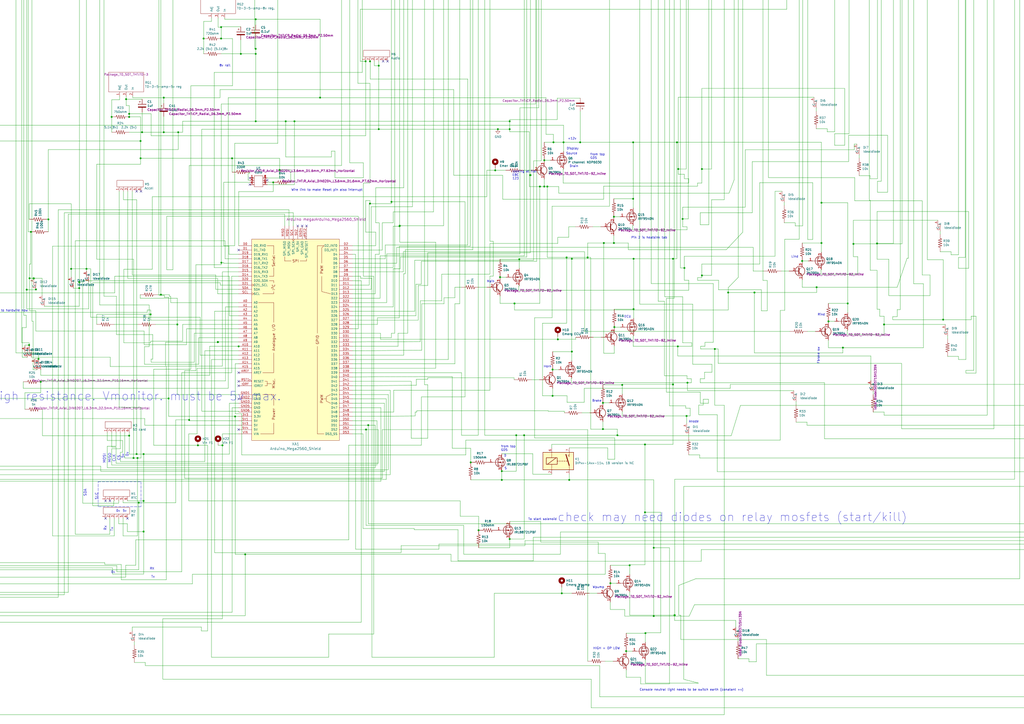
<source format=kicad_sch>
(kicad_sch (version 20211123) (generator eeschema)

  (uuid e40e8cef-4fb0-4fc3-be09-3875b2cc8469)

  (paper "A2")

  (lib_symbols
    (symbol "Diode:1N4001" (pin_numbers hide) (pin_names (offset 1.016) hide) (in_bom yes) (on_board yes)
      (property "Reference" "D" (id 0) (at 0 2.54 0)
        (effects (font (size 1.27 1.27)))
      )
      (property "Value" "1N4001" (id 1) (at 0 -2.54 0)
        (effects (font (size 1.27 1.27)))
      )
      (property "Footprint" "Diode_THT:D_DO-41_SOD81_P10.16mm_Horizontal" (id 2) (at 0 -4.445 0)
        (effects (font (size 1.27 1.27)) hide)
      )
      (property "Datasheet" "http://www.vishay.com/docs/88503/1n4001.pdf" (id 3) (at 0 0 0)
        (effects (font (size 1.27 1.27)) hide)
      )
      (property "ki_keywords" "diode" (id 4) (at 0 0 0)
        (effects (font (size 1.27 1.27)) hide)
      )
      (property "ki_description" "50V 1A General Purpose Rectifier Diode, DO-41" (id 5) (at 0 0 0)
        (effects (font (size 1.27 1.27)) hide)
      )
      (property "ki_fp_filters" "D*DO?41*" (id 6) (at 0 0 0)
        (effects (font (size 1.27 1.27)) hide)
      )
      (symbol "1N4001_0_1"
        (polyline
          (pts
            (xy -1.27 1.27)
            (xy -1.27 -1.27)
          )
          (stroke (width 0.254) (type default) (color 0 0 0 0))
          (fill (type none))
        )
        (polyline
          (pts
            (xy 1.27 0)
            (xy -1.27 0)
          )
          (stroke (width 0) (type default) (color 0 0 0 0))
          (fill (type none))
        )
        (polyline
          (pts
            (xy 1.27 1.27)
            (xy 1.27 -1.27)
            (xy -1.27 0)
            (xy 1.27 1.27)
          )
          (stroke (width 0.254) (type default) (color 0 0 0 0))
          (fill (type none))
        )
      )
      (symbol "1N4001_1_1"
        (pin passive line (at -3.81 0 0) (length 2.54)
          (name "K" (effects (font (size 1.27 1.27))))
          (number "1" (effects (font (size 1.27 1.27))))
        )
        (pin passive line (at 3.81 0 180) (length 2.54)
          (name "A" (effects (font (size 1.27 1.27))))
          (number "2" (effects (font (size 1.27 1.27))))
        )
      )
    )
    (symbol "Mechanical:MountingHole" (pin_names (offset 1.016)) (in_bom yes) (on_board yes)
      (property "Reference" "H" (id 0) (at 0 5.08 0)
        (effects (font (size 1.27 1.27)))
      )
      (property "Value" "MountingHole" (id 1) (at 0 3.175 0)
        (effects (font (size 1.27 1.27)))
      )
      (property "Footprint" "" (id 2) (at 0 0 0)
        (effects (font (size 1.27 1.27)) hide)
      )
      (property "Datasheet" "~" (id 3) (at 0 0 0)
        (effects (font (size 1.27 1.27)) hide)
      )
      (property "ki_keywords" "mounting hole" (id 4) (at 0 0 0)
        (effects (font (size 1.27 1.27)) hide)
      )
      (property "ki_description" "Mounting Hole without connection" (id 5) (at 0 0 0)
        (effects (font (size 1.27 1.27)) hide)
      )
      (property "ki_fp_filters" "MountingHole*" (id 6) (at 0 0 0)
        (effects (font (size 1.27 1.27)) hide)
      )
      (symbol "MountingHole_0_1"
        (circle (center 0 0) (radius 1.27)
          (stroke (width 1.27) (type default) (color 0 0 0 0))
          (fill (type none))
        )
      )
    )
    (symbol "Mechanical:MountingHole_Pad" (pin_numbers hide) (pin_names (offset 1.016) hide) (in_bom yes) (on_board yes)
      (property "Reference" "H" (id 0) (at 0 6.35 0)
        (effects (font (size 1.27 1.27)))
      )
      (property "Value" "MountingHole_Pad" (id 1) (at 0 4.445 0)
        (effects (font (size 1.27 1.27)))
      )
      (property "Footprint" "" (id 2) (at 0 0 0)
        (effects (font (size 1.27 1.27)) hide)
      )
      (property "Datasheet" "~" (id 3) (at 0 0 0)
        (effects (font (size 1.27 1.27)) hide)
      )
      (property "ki_keywords" "mounting hole" (id 4) (at 0 0 0)
        (effects (font (size 1.27 1.27)) hide)
      )
      (property "ki_description" "Mounting Hole with connection" (id 5) (at 0 0 0)
        (effects (font (size 1.27 1.27)) hide)
      )
      (property "ki_fp_filters" "MountingHole*Pad*" (id 6) (at 0 0 0)
        (effects (font (size 1.27 1.27)) hide)
      )
      (symbol "MountingHole_Pad_0_1"
        (circle (center 0 1.27) (radius 1.27)
          (stroke (width 1.27) (type default) (color 0 0 0 0))
          (fill (type none))
        )
      )
      (symbol "MountingHole_Pad_1_1"
        (pin input line (at 0 -2.54 90) (length 2.54)
          (name "1" (effects (font (size 1.27 1.27))))
          (number "1" (effects (font (size 1.27 1.27))))
        )
      )
    )
    (symbol "Relay:DIPxx-1Axx-11x" (in_bom yes) (on_board yes)
      (property "Reference" "K" (id 0) (at 8.89 3.81 0)
        (effects (font (size 1.27 1.27)) (justify left))
      )
      (property "Value" "DIPxx-1Axx-11x" (id 1) (at 8.89 1.27 0)
        (effects (font (size 1.27 1.27)) (justify left))
      )
      (property "Footprint" "Relay_THT:Relay_StandexMeder_DIP_LowProfile" (id 2) (at 8.89 -1.27 0)
        (effects (font (size 1.27 1.27)) (justify left) hide)
      )
      (property "Datasheet" "https://standexelectronics.com/wp-content/uploads/datasheet_reed_relay_DIP.pdf" (id 3) (at 0 0 0)
        (effects (font (size 1.27 1.27)) hide)
      )
      (property "ki_keywords" "Single Pole Reed Relay SPST" (id 4) (at 0 0 0)
        (effects (font (size 1.27 1.27)) hide)
      )
      (property "ki_description" "Standex Meder DIP reed relay, SPST, Closing Contact" (id 5) (at 0 0 0)
        (effects (font (size 1.27 1.27)) hide)
      )
      (property "ki_fp_filters" "Relay*StandexMeder*DIP*LowProfile*" (id 6) (at 0 0 0)
        (effects (font (size 1.27 1.27)) hide)
      )
      (symbol "DIPxx-1Axx-11x_0_0"
        (polyline
          (pts
            (xy 5.08 5.08)
            (xy 5.08 2.54)
            (xy 4.445 3.175)
            (xy 5.08 3.81)
          )
          (stroke (width 0) (type default) (color 0 0 0 0))
          (fill (type none))
        )
      )
      (symbol "DIPxx-1Axx-11x_0_1"
        (rectangle (start -10.16 5.08) (end 7.62 -5.08)
          (stroke (width 0.254) (type default) (color 0 0 0 0))
          (fill (type background))
        )
        (rectangle (start -8.255 1.905) (end -1.905 -1.905)
          (stroke (width 0.254) (type default) (color 0 0 0 0))
          (fill (type none))
        )
        (polyline
          (pts
            (xy -7.62 -1.905)
            (xy -2.54 1.905)
          )
          (stroke (width 0.254) (type default) (color 0 0 0 0))
          (fill (type none))
        )
        (polyline
          (pts
            (xy -5.08 -5.08)
            (xy -5.08 -1.905)
          )
          (stroke (width 0) (type default) (color 0 0 0 0))
          (fill (type none))
        )
        (polyline
          (pts
            (xy -5.08 5.08)
            (xy -5.08 1.905)
          )
          (stroke (width 0) (type default) (color 0 0 0 0))
          (fill (type none))
        )
        (polyline
          (pts
            (xy -1.905 0)
            (xy -1.27 0)
          )
          (stroke (width 0.254) (type default) (color 0 0 0 0))
          (fill (type none))
        )
        (polyline
          (pts
            (xy -0.635 0)
            (xy 0 0)
          )
          (stroke (width 0.254) (type default) (color 0 0 0 0))
          (fill (type none))
        )
        (polyline
          (pts
            (xy 0.635 0)
            (xy 1.27 0)
          )
          (stroke (width 0.254) (type default) (color 0 0 0 0))
          (fill (type none))
        )
        (polyline
          (pts
            (xy 1.905 0)
            (xy 2.54 0)
          )
          (stroke (width 0.254) (type default) (color 0 0 0 0))
          (fill (type none))
        )
        (polyline
          (pts
            (xy 3.175 0)
            (xy 3.81 0)
          )
          (stroke (width 0.254) (type default) (color 0 0 0 0))
          (fill (type none))
        )
        (polyline
          (pts
            (xy 5.08 -2.54)
            (xy 3.175 3.81)
          )
          (stroke (width 0.508) (type default) (color 0 0 0 0))
          (fill (type none))
        )
        (polyline
          (pts
            (xy 5.08 -2.54)
            (xy 5.08 -5.08)
          )
          (stroke (width 0) (type default) (color 0 0 0 0))
          (fill (type none))
        )
      )
      (symbol "DIPxx-1Axx-11x_1_1"
        (pin passive line (at 5.08 -7.62 90) (length 2.54)
          (name "~" (effects (font (size 1.27 1.27))))
          (number "1" (effects (font (size 1.27 1.27))))
        )
        (pin passive line (at 5.08 -7.62 90) (length 2.54) hide
          (name "~" (effects (font (size 1.27 1.27))))
          (number "14" (effects (font (size 1.27 1.27))))
        )
        (pin passive line (at -5.08 -7.62 90) (length 2.54)
          (name "~" (effects (font (size 1.27 1.27))))
          (number "2" (effects (font (size 1.27 1.27))))
        )
        (pin passive line (at -5.08 7.62 270) (length 2.54)
          (name "~" (effects (font (size 1.27 1.27))))
          (number "6" (effects (font (size 1.27 1.27))))
        )
        (pin passive line (at 5.08 7.62 270) (length 2.54)
          (name "~" (effects (font (size 1.27 1.27))))
          (number "7" (effects (font (size 1.27 1.27))))
        )
        (pin passive line (at 5.08 7.62 270) (length 2.54) hide
          (name "~" (effects (font (size 1.27 1.27))))
          (number "8" (effects (font (size 1.27 1.27))))
        )
      )
    )
    (symbol "TLP2962:Opto" (pin_names (offset 1.016)) (in_bom yes) (on_board yes)
      (property "Reference" "U" (id 0) (at 0 0 0)
        (effects (font (size 1.27 1.27)))
      )
      (property "Value" "Opto" (id 1) (at 0 0 0)
        (effects (font (size 1.27 1.27)))
      )
      (property "Footprint" "" (id 2) (at 0 0 0)
        (effects (font (size 1.27 1.27)) hide)
      )
      (property "Datasheet" "" (id 3) (at 0 0 0)
        (effects (font (size 1.27 1.27)) hide)
      )
      (symbol "Opto_0_1"
        (rectangle (start -1.27 -2.54) (end 3.81 -8.89)
          (stroke (width 0) (type default) (color 0 0 0 0))
          (fill (type none))
        )
      )
      (symbol "Opto_1_1"
        (pin input line (at -3.81 -3.81 0) (length 2.54)
          (name "~" (effects (font (size 1.27 1.27))))
          (number "1" (effects (font (size 1.27 1.27))))
        )
        (pin input line (at -3.81 -5.08 0) (length 2.54)
          (name "~" (effects (font (size 1.27 1.27))))
          (number "2" (effects (font (size 1.27 1.27))))
        )
        (pin input line (at -3.81 -6.35 0) (length 2.54)
          (name "~" (effects (font (size 1.27 1.27))))
          (number "3" (effects (font (size 1.27 1.27))))
        )
        (pin input line (at -3.81 -7.62 0) (length 2.54)
          (name "~" (effects (font (size 1.27 1.27))))
          (number "4" (effects (font (size 1.27 1.27))))
        )
        (pin output line (at 6.35 -7.62 180) (length 2.54)
          (name "~" (effects (font (size 1.27 1.27))))
          (number "5" (effects (font (size 1.27 1.27))))
        )
        (pin output line (at 6.35 -6.35 180) (length 2.54)
          (name "~" (effects (font (size 1.27 1.27))))
          (number "6" (effects (font (size 1.27 1.27))))
        )
        (pin output line (at 6.35 -5.08 180) (length 2.54)
          (name "~" (effects (font (size 1.27 1.27))))
          (number "7" (effects (font (size 1.27 1.27))))
        )
        (pin output line (at 6.35 -3.81 180) (length 2.54)
          (name "~" (effects (font (size 1.27 1.27))))
          (number "8" (effects (font (size 1.27 1.27))))
        )
      )
    )
    (symbol "Transistor_BJT:2N3904" (pin_names (offset 0) hide) (in_bom yes) (on_board yes)
      (property "Reference" "Q" (id 0) (at 5.08 1.905 0)
        (effects (font (size 1.27 1.27)) (justify left))
      )
      (property "Value" "2N3904" (id 1) (at 5.08 0 0)
        (effects (font (size 1.27 1.27)) (justify left))
      )
      (property "Footprint" "Package_TO_SOT_THT:TO-92_Inline" (id 2) (at 5.08 -1.905 0)
        (effects (font (size 1.27 1.27) italic) (justify left) hide)
      )
      (property "Datasheet" "https://www.onsemi.com/pub/Collateral/2N3903-D.PDF" (id 3) (at 0 0 0)
        (effects (font (size 1.27 1.27)) (justify left) hide)
      )
      (property "ki_keywords" "NPN Transistor" (id 4) (at 0 0 0)
        (effects (font (size 1.27 1.27)) hide)
      )
      (property "ki_description" "0.2A Ic, 40V Vce, Small Signal NPN Transistor, TO-92" (id 5) (at 0 0 0)
        (effects (font (size 1.27 1.27)) hide)
      )
      (property "ki_fp_filters" "TO?92*" (id 6) (at 0 0 0)
        (effects (font (size 1.27 1.27)) hide)
      )
      (symbol "2N3904_0_1"
        (polyline
          (pts
            (xy 0.635 0.635)
            (xy 2.54 2.54)
          )
          (stroke (width 0) (type default) (color 0 0 0 0))
          (fill (type none))
        )
        (polyline
          (pts
            (xy 0.635 -0.635)
            (xy 2.54 -2.54)
            (xy 2.54 -2.54)
          )
          (stroke (width 0) (type default) (color 0 0 0 0))
          (fill (type none))
        )
        (polyline
          (pts
            (xy 0.635 1.905)
            (xy 0.635 -1.905)
            (xy 0.635 -1.905)
          )
          (stroke (width 0.508) (type default) (color 0 0 0 0))
          (fill (type none))
        )
        (polyline
          (pts
            (xy 1.27 -1.778)
            (xy 1.778 -1.27)
            (xy 2.286 -2.286)
            (xy 1.27 -1.778)
            (xy 1.27 -1.778)
          )
          (stroke (width 0) (type default) (color 0 0 0 0))
          (fill (type outline))
        )
        (circle (center 1.27 0) (radius 2.8194)
          (stroke (width 0.254) (type default) (color 0 0 0 0))
          (fill (type none))
        )
      )
      (symbol "2N3904_1_1"
        (pin passive line (at 2.54 -5.08 90) (length 2.54)
          (name "E" (effects (font (size 1.27 1.27))))
          (number "1" (effects (font (size 1.27 1.27))))
        )
        (pin passive line (at -5.08 0 0) (length 5.715)
          (name "B" (effects (font (size 1.27 1.27))))
          (number "2" (effects (font (size 1.27 1.27))))
        )
        (pin passive line (at 2.54 5.08 270) (length 2.54)
          (name "C" (effects (font (size 1.27 1.27))))
          (number "3" (effects (font (size 1.27 1.27))))
        )
      )
    )
    (symbol "Transistor_FET:2N7000" (pin_names hide) (in_bom yes) (on_board yes)
      (property "Reference" "Q" (id 0) (at 5.08 1.905 0)
        (effects (font (size 1.27 1.27)) (justify left))
      )
      (property "Value" "2N7000" (id 1) (at 5.08 0 0)
        (effects (font (size 1.27 1.27)) (justify left))
      )
      (property "Footprint" "Package_TO_SOT_THT:TO-92_Inline" (id 2) (at 5.08 -1.905 0)
        (effects (font (size 1.27 1.27) italic) (justify left) hide)
      )
      (property "Datasheet" "https://www.onsemi.com/pub/Collateral/NDS7002A-D.PDF" (id 3) (at 0 0 0)
        (effects (font (size 1.27 1.27)) (justify left) hide)
      )
      (property "ki_keywords" "N-Channel MOSFET Logic-Level" (id 4) (at 0 0 0)
        (effects (font (size 1.27 1.27)) hide)
      )
      (property "ki_description" "0.2A Id, 200V Vds, N-Channel MOSFET, 2.6V Logic Level, TO-92" (id 5) (at 0 0 0)
        (effects (font (size 1.27 1.27)) hide)
      )
      (property "ki_fp_filters" "TO?92*" (id 6) (at 0 0 0)
        (effects (font (size 1.27 1.27)) hide)
      )
      (symbol "2N7000_0_1"
        (polyline
          (pts
            (xy 0.254 0)
            (xy -2.54 0)
          )
          (stroke (width 0) (type default) (color 0 0 0 0))
          (fill (type none))
        )
        (polyline
          (pts
            (xy 0.254 1.905)
            (xy 0.254 -1.905)
          )
          (stroke (width 0.254) (type default) (color 0 0 0 0))
          (fill (type none))
        )
        (polyline
          (pts
            (xy 0.762 -1.27)
            (xy 0.762 -2.286)
          )
          (stroke (width 0.254) (type default) (color 0 0 0 0))
          (fill (type none))
        )
        (polyline
          (pts
            (xy 0.762 0.508)
            (xy 0.762 -0.508)
          )
          (stroke (width 0.254) (type default) (color 0 0 0 0))
          (fill (type none))
        )
        (polyline
          (pts
            (xy 0.762 2.286)
            (xy 0.762 1.27)
          )
          (stroke (width 0.254) (type default) (color 0 0 0 0))
          (fill (type none))
        )
        (polyline
          (pts
            (xy 2.54 2.54)
            (xy 2.54 1.778)
          )
          (stroke (width 0) (type default) (color 0 0 0 0))
          (fill (type none))
        )
        (polyline
          (pts
            (xy 2.54 -2.54)
            (xy 2.54 0)
            (xy 0.762 0)
          )
          (stroke (width 0) (type default) (color 0 0 0 0))
          (fill (type none))
        )
        (polyline
          (pts
            (xy 0.762 -1.778)
            (xy 3.302 -1.778)
            (xy 3.302 1.778)
            (xy 0.762 1.778)
          )
          (stroke (width 0) (type default) (color 0 0 0 0))
          (fill (type none))
        )
        (polyline
          (pts
            (xy 1.016 0)
            (xy 2.032 0.381)
            (xy 2.032 -0.381)
            (xy 1.016 0)
          )
          (stroke (width 0) (type default) (color 0 0 0 0))
          (fill (type outline))
        )
        (polyline
          (pts
            (xy 2.794 0.508)
            (xy 2.921 0.381)
            (xy 3.683 0.381)
            (xy 3.81 0.254)
          )
          (stroke (width 0) (type default) (color 0 0 0 0))
          (fill (type none))
        )
        (polyline
          (pts
            (xy 3.302 0.381)
            (xy 2.921 -0.254)
            (xy 3.683 -0.254)
            (xy 3.302 0.381)
          )
          (stroke (width 0) (type default) (color 0 0 0 0))
          (fill (type none))
        )
        (circle (center 1.651 0) (radius 2.794)
          (stroke (width 0.254) (type default) (color 0 0 0 0))
          (fill (type none))
        )
        (circle (center 2.54 -1.778) (radius 0.254)
          (stroke (width 0) (type default) (color 0 0 0 0))
          (fill (type outline))
        )
        (circle (center 2.54 1.778) (radius 0.254)
          (stroke (width 0) (type default) (color 0 0 0 0))
          (fill (type outline))
        )
      )
      (symbol "2N7000_1_1"
        (pin passive line (at 2.54 -5.08 90) (length 2.54)
          (name "S" (effects (font (size 1.27 1.27))))
          (number "1" (effects (font (size 1.27 1.27))))
        )
        (pin input line (at -5.08 0 0) (length 2.54)
          (name "G" (effects (font (size 1.27 1.27))))
          (number "2" (effects (font (size 1.27 1.27))))
        )
        (pin passive line (at 2.54 5.08 270) (length 2.54)
          (name "D" (effects (font (size 1.27 1.27))))
          (number "3" (effects (font (size 1.27 1.27))))
        )
      )
    )
    (symbol "Transistor_FET:IRF9540N" (pin_names hide) (in_bom yes) (on_board yes)
      (property "Reference" "Q" (id 0) (at 5.08 1.905 0)
        (effects (font (size 1.27 1.27)) (justify left))
      )
      (property "Value" "IRF9540N" (id 1) (at 5.08 0 0)
        (effects (font (size 1.27 1.27)) (justify left))
      )
      (property "Footprint" "Package_TO_SOT_THT:TO-220-3_Vertical" (id 2) (at 5.08 -1.905 0)
        (effects (font (size 1.27 1.27) italic) (justify left) hide)
      )
      (property "Datasheet" "http://www.irf.com/product-info/datasheets/data/irf9540n.pdf" (id 3) (at 0 0 0)
        (effects (font (size 1.27 1.27)) (justify left) hide)
      )
      (property "ki_keywords" "P-Channel MOSFET HEXFET" (id 4) (at 0 0 0)
        (effects (font (size 1.27 1.27)) hide)
      )
      (property "ki_description" "-23A Id, -100V Vds, 117mOhm Rds, P-Channel HEXFET Power MOSFET, TO-220" (id 5) (at 0 0 0)
        (effects (font (size 1.27 1.27)) hide)
      )
      (property "ki_fp_filters" "TO?220*" (id 6) (at 0 0 0)
        (effects (font (size 1.27 1.27)) hide)
      )
      (symbol "IRF9540N_0_1"
        (polyline
          (pts
            (xy 0.254 0)
            (xy -2.54 0)
          )
          (stroke (width 0) (type default) (color 0 0 0 0))
          (fill (type none))
        )
        (polyline
          (pts
            (xy 0.254 1.905)
            (xy 0.254 -1.905)
          )
          (stroke (width 0.254) (type default) (color 0 0 0 0))
          (fill (type none))
        )
        (polyline
          (pts
            (xy 0.762 -1.27)
            (xy 0.762 -2.286)
          )
          (stroke (width 0.254) (type default) (color 0 0 0 0))
          (fill (type none))
        )
        (polyline
          (pts
            (xy 0.762 0.508)
            (xy 0.762 -0.508)
          )
          (stroke (width 0.254) (type default) (color 0 0 0 0))
          (fill (type none))
        )
        (polyline
          (pts
            (xy 0.762 2.286)
            (xy 0.762 1.27)
          )
          (stroke (width 0.254) (type default) (color 0 0 0 0))
          (fill (type none))
        )
        (polyline
          (pts
            (xy 2.54 2.54)
            (xy 2.54 1.778)
          )
          (stroke (width 0) (type default) (color 0 0 0 0))
          (fill (type none))
        )
        (polyline
          (pts
            (xy 2.54 -2.54)
            (xy 2.54 0)
            (xy 0.762 0)
          )
          (stroke (width 0) (type default) (color 0 0 0 0))
          (fill (type none))
        )
        (polyline
          (pts
            (xy 0.762 1.778)
            (xy 3.302 1.778)
            (xy 3.302 -1.778)
            (xy 0.762 -1.778)
          )
          (stroke (width 0) (type default) (color 0 0 0 0))
          (fill (type none))
        )
        (polyline
          (pts
            (xy 2.286 0)
            (xy 1.27 0.381)
            (xy 1.27 -0.381)
            (xy 2.286 0)
          )
          (stroke (width 0) (type default) (color 0 0 0 0))
          (fill (type outline))
        )
        (polyline
          (pts
            (xy 2.794 -0.508)
            (xy 2.921 -0.381)
            (xy 3.683 -0.381)
            (xy 3.81 -0.254)
          )
          (stroke (width 0) (type default) (color 0 0 0 0))
          (fill (type none))
        )
        (polyline
          (pts
            (xy 3.302 -0.381)
            (xy 2.921 0.254)
            (xy 3.683 0.254)
            (xy 3.302 -0.381)
          )
          (stroke (width 0) (type default) (color 0 0 0 0))
          (fill (type none))
        )
        (circle (center 1.651 0) (radius 2.794)
          (stroke (width 0.254) (type default) (color 0 0 0 0))
          (fill (type none))
        )
        (circle (center 2.54 -1.778) (radius 0.254)
          (stroke (width 0) (type default) (color 0 0 0 0))
          (fill (type outline))
        )
        (circle (center 2.54 1.778) (radius 0.254)
          (stroke (width 0) (type default) (color 0 0 0 0))
          (fill (type outline))
        )
      )
      (symbol "IRF9540N_1_1"
        (pin input line (at -5.08 0 0) (length 2.54)
          (name "G" (effects (font (size 1.27 1.27))))
          (number "1" (effects (font (size 1.27 1.27))))
        )
        (pin passive line (at 2.54 5.08 270) (length 2.54)
          (name "D" (effects (font (size 1.27 1.27))))
          (number "2" (effects (font (size 1.27 1.27))))
        )
        (pin passive line (at 2.54 -5.08 90) (length 2.54)
          (name "S" (effects (font (size 1.27 1.27))))
          (number "3" (effects (font (size 1.27 1.27))))
        )
      )
    )
    (symbol "Transistor_FET:IRLB8721PBF" (pin_names hide) (in_bom yes) (on_board yes)
      (property "Reference" "Q" (id 0) (at 6.35 1.905 0)
        (effects (font (size 1.27 1.27)) (justify left))
      )
      (property "Value" "IRLB8721PBF" (id 1) (at 6.35 0 0)
        (effects (font (size 1.27 1.27)) (justify left))
      )
      (property "Footprint" "Package_TO_SOT_THT:TO-220-3_Vertical" (id 2) (at 6.35 -1.905 0)
        (effects (font (size 1.27 1.27) italic) (justify left) hide)
      )
      (property "Datasheet" "http://www.infineon.com/dgdl/irlb8721pbf.pdf?fileId=5546d462533600a40153566056732591" (id 3) (at 0 0 0)
        (effects (font (size 1.27 1.27)) (justify left) hide)
      )
      (property "ki_keywords" "N-Channel HEXFET MOSFET Logic-Level" (id 4) (at 0 0 0)
        (effects (font (size 1.27 1.27)) hide)
      )
      (property "ki_description" "62A Id, 30V Vds, 8.7 mOhm Rds, N-Channel HEXFET Power MOSFET, TO-220" (id 5) (at 0 0 0)
        (effects (font (size 1.27 1.27)) hide)
      )
      (property "ki_fp_filters" "TO?220*" (id 6) (at 0 0 0)
        (effects (font (size 1.27 1.27)) hide)
      )
      (symbol "IRLB8721PBF_0_1"
        (polyline
          (pts
            (xy 0.254 0)
            (xy -2.54 0)
          )
          (stroke (width 0) (type default) (color 0 0 0 0))
          (fill (type none))
        )
        (polyline
          (pts
            (xy 0.254 1.905)
            (xy 0.254 -1.905)
          )
          (stroke (width 0.254) (type default) (color 0 0 0 0))
          (fill (type none))
        )
        (polyline
          (pts
            (xy 0.762 -1.27)
            (xy 0.762 -2.286)
          )
          (stroke (width 0.254) (type default) (color 0 0 0 0))
          (fill (type none))
        )
        (polyline
          (pts
            (xy 0.762 0.508)
            (xy 0.762 -0.508)
          )
          (stroke (width 0.254) (type default) (color 0 0 0 0))
          (fill (type none))
        )
        (polyline
          (pts
            (xy 0.762 2.286)
            (xy 0.762 1.27)
          )
          (stroke (width 0.254) (type default) (color 0 0 0 0))
          (fill (type none))
        )
        (polyline
          (pts
            (xy 2.54 2.54)
            (xy 2.54 1.778)
          )
          (stroke (width 0) (type default) (color 0 0 0 0))
          (fill (type none))
        )
        (polyline
          (pts
            (xy 2.54 -2.54)
            (xy 2.54 0)
            (xy 0.762 0)
          )
          (stroke (width 0) (type default) (color 0 0 0 0))
          (fill (type none))
        )
        (polyline
          (pts
            (xy 0.762 -1.778)
            (xy 3.302 -1.778)
            (xy 3.302 1.778)
            (xy 0.762 1.778)
          )
          (stroke (width 0) (type default) (color 0 0 0 0))
          (fill (type none))
        )
        (polyline
          (pts
            (xy 1.016 0)
            (xy 2.032 0.381)
            (xy 2.032 -0.381)
            (xy 1.016 0)
          )
          (stroke (width 0) (type default) (color 0 0 0 0))
          (fill (type outline))
        )
        (polyline
          (pts
            (xy 2.794 0.508)
            (xy 2.921 0.381)
            (xy 3.683 0.381)
            (xy 3.81 0.254)
          )
          (stroke (width 0) (type default) (color 0 0 0 0))
          (fill (type none))
        )
        (polyline
          (pts
            (xy 3.302 0.381)
            (xy 2.921 -0.254)
            (xy 3.683 -0.254)
            (xy 3.302 0.381)
          )
          (stroke (width 0) (type default) (color 0 0 0 0))
          (fill (type none))
        )
        (circle (center 1.651 0) (radius 2.794)
          (stroke (width 0.254) (type default) (color 0 0 0 0))
          (fill (type none))
        )
        (circle (center 2.54 -1.778) (radius 0.254)
          (stroke (width 0) (type default) (color 0 0 0 0))
          (fill (type outline))
        )
        (circle (center 2.54 1.778) (radius 0.254)
          (stroke (width 0) (type default) (color 0 0 0 0))
          (fill (type outline))
        )
      )
      (symbol "IRLB8721PBF_1_1"
        (pin input line (at -5.08 0 0) (length 2.54)
          (name "G" (effects (font (size 1.27 1.27))))
          (number "1" (effects (font (size 1.27 1.27))))
        )
        (pin passive line (at 2.54 5.08 270) (length 2.54)
          (name "D" (effects (font (size 1.27 1.27))))
          (number "2" (effects (font (size 1.27 1.27))))
        )
        (pin passive line (at 2.54 -5.08 90) (length 2.54)
          (name "S" (effects (font (size 1.27 1.27))))
          (number "3" (effects (font (size 1.27 1.27))))
        )
      )
    )
    (symbol "mega+mosfet-rescue:1622172-1-1622172-1" (pin_numbers hide) (pin_names (offset 1.016) hide) (in_bom yes) (on_board yes)
      (property "Reference" "R" (id 0) (at -3.81 1.4986 0)
        (effects (font (size 1.27 1.27)) (justify left bottom))
      )
      (property "Value" "1622172-1-1622172-1" (id 1) (at -3.81 -3.302 0)
        (effects (font (size 1.27 1.27)) (justify left bottom))
      )
      (property "Footprint" "RESAD640W45L370D200" (id 2) (at 0 0 0)
        (effects (font (size 1.27 1.27)) (justify left bottom) hide)
      )
      (property "Datasheet" ".25 W" (id 3) (at 0 0 0)
        (effects (font (size 1.27 1.27)) (justify left bottom) hide)
      )
      (property "Field4" "https://www.te.com/usa-en/product-1622172-1.html?te_bu=Cor&te_type=disp&te_campaign=seda_glo_cor-seda-global-disp-prtnr-fy19-seda-model-bom-cta_sma-317_1&elqCampaignId=32493" (id 4) (at 0 0 0)
        (effects (font (size 1.27 1.27)) (justify left bottom) hide)
      )
      (property "Field5" "1622172-1" (id 5) (at 0 0 0)
        (effects (font (size 1.27 1.27)) (justify left bottom) hide)
      )
      (property "Field6" "180K" (id 6) (at 0 0 0)
        (effects (font (size 1.27 1.27)) (justify left bottom) hide)
      )
      (property "Field7" "0204" (id 7) (at 0 0 0)
        (effects (font (size 1.27 1.27)) (justify left bottom) hide)
      )
      (property "Field8" "1%" (id 8) (at 0 0 0)
        (effects (font (size 1.27 1.27)) (justify left bottom) hide)
      )
      (property "Field9" "Compliant" (id 9) (at 0 0 0)
        (effects (font (size 1.27 1.27)) (justify left bottom) hide)
      )
      (property "ki_locked" "" (id 10) (at 0 0 0)
        (effects (font (size 1.27 1.27)))
      )
      (symbol "1622172-1-1622172-1_0_0"
        (polyline
          (pts
            (xy -2.54 0)
            (xy -2.159 1.016)
          )
          (stroke (width 0.2032) (type default) (color 0 0 0 0))
          (fill (type none))
        )
        (polyline
          (pts
            (xy -2.159 1.016)
            (xy -1.524 -1.016)
          )
          (stroke (width 0.2032) (type default) (color 0 0 0 0))
          (fill (type none))
        )
        (polyline
          (pts
            (xy -1.524 -1.016)
            (xy -0.889 1.016)
          )
          (stroke (width 0.2032) (type default) (color 0 0 0 0))
          (fill (type none))
        )
        (polyline
          (pts
            (xy -0.889 1.016)
            (xy -0.254 -1.016)
          )
          (stroke (width 0.2032) (type default) (color 0 0 0 0))
          (fill (type none))
        )
        (polyline
          (pts
            (xy -0.254 -1.016)
            (xy 0.381 1.016)
          )
          (stroke (width 0.2032) (type default) (color 0 0 0 0))
          (fill (type none))
        )
        (polyline
          (pts
            (xy 0.381 1.016)
            (xy 1.016 -1.016)
          )
          (stroke (width 0.2032) (type default) (color 0 0 0 0))
          (fill (type none))
        )
        (polyline
          (pts
            (xy 1.016 -1.016)
            (xy 1.651 1.016)
          )
          (stroke (width 0.2032) (type default) (color 0 0 0 0))
          (fill (type none))
        )
        (polyline
          (pts
            (xy 1.651 1.016)
            (xy 2.286 -1.016)
          )
          (stroke (width 0.2032) (type default) (color 0 0 0 0))
          (fill (type none))
        )
        (polyline
          (pts
            (xy 2.286 -1.016)
            (xy 2.54 0)
          )
          (stroke (width 0.2032) (type default) (color 0 0 0 0))
          (fill (type none))
        )
        (pin passive line (at -5.08 0 0) (length 2.54)
          (name "1" (effects (font (size 1.016 1.016))))
          (number "1" (effects (font (size 1.016 1.016))))
        )
        (pin passive line (at 5.08 0 180) (length 2.54)
          (name "2" (effects (font (size 1.016 1.016))))
          (number "2" (effects (font (size 1.016 1.016))))
        )
      )
    )
    (symbol "mega+mosfet-rescue:6pin-Modules" (pin_names (offset 1.016)) (in_bom yes) (on_board yes)
      (property "Reference" "M" (id 0) (at 0 0 0)
        (effects (font (size 1.27 1.27)))
      )
      (property "Value" "6pin-Modules" (id 1) (at 0 0 0)
        (effects (font (size 1.27 1.27)))
      )
      (property "Footprint" "modules:6pin" (id 2) (at 0 0 0)
        (effects (font (size 1.27 1.27)) hide)
      )
      (property "Datasheet" "" (id 3) (at 0 0 0)
        (effects (font (size 1.27 1.27)) hide)
      )
      (symbol "6pin-Modules_0_1"
        (rectangle (start 11.43 -1.27) (end -3.81 2.54)
          (stroke (width 0) (type default) (color 0 0 0 0))
          (fill (type none))
        )
      )
      (symbol "6pin-Modules_1_1"
        (pin passive line (at -2.54 -3.81 90) (length 2.54)
          (name "~" (effects (font (size 1.27 1.27))))
          (number "1" (effects (font (size 1.27 1.27))))
        )
        (pin passive line (at 0 -3.81 90) (length 2.54)
          (name "~" (effects (font (size 1.27 1.27))))
          (number "2" (effects (font (size 1.27 1.27))))
        )
        (pin passive line (at 2.54 -3.81 90) (length 2.54)
          (name "~" (effects (font (size 1.27 1.27))))
          (number "3" (effects (font (size 1.27 1.27))))
        )
        (pin passive line (at 5.08 -3.81 90) (length 2.54)
          (name "~" (effects (font (size 1.27 1.27))))
          (number "4" (effects (font (size 1.27 1.27))))
        )
        (pin passive line (at 7.62 -3.81 90) (length 2.54)
          (name "~" (effects (font (size 1.27 1.27))))
          (number "5" (effects (font (size 1.27 1.27))))
        )
        (pin passive line (at 10.16 -3.81 90) (length 2.54)
          (name "~" (effects (font (size 1.27 1.27))))
          (number "6" (effects (font (size 1.27 1.27))))
        )
      )
    )
    (symbol "mega+mosfet-rescue:Arduino_Mega2560_Shield-arduino" (pin_names (offset 1.016)) (in_bom yes) (on_board yes)
      (property "Reference" "XA" (id 0) (at 2.54 0 90)
        (effects (font (size 1.524 1.524)))
      )
      (property "Value" "Arduino_Mega2560_Shield-arduino" (id 1) (at -2.54 0 90)
        (effects (font (size 1.524 1.524)))
      )
      (property "Footprint" "" (id 2) (at 17.78 69.85 0)
        (effects (font (size 1.524 1.524)) hide)
      )
      (property "Datasheet" "" (id 3) (at 17.78 69.85 0)
        (effects (font (size 1.524 1.524)) hide)
      )
      (property "ki_fp_filters" "Arduino_Mega2560_Shield" (id 4) (at 0 0 0)
        (effects (font (size 1.27 1.27)) hide)
      )
      (symbol "Arduino_Mega2560_Shield-arduino_0_0"
        (rectangle (start -25.4 -58.42) (end 25.4 58.42)
          (stroke (width 0) (type default) (color 0 0 0 0))
          (fill (type background))
        )
        (rectangle (start -20.32 -54.61) (end -12.7 -54.61)
          (stroke (width 0) (type default) (color 0 0 0 0))
          (fill (type none))
        )
        (rectangle (start -19.05 -31.75) (end -12.7 -31.75)
          (stroke (width 0) (type default) (color 0 0 0 0))
          (fill (type none))
        )
        (rectangle (start -19.05 -19.05) (end -12.7 -19.05)
          (stroke (width 0) (type default) (color 0 0 0 0))
          (fill (type none))
        )
        (rectangle (start -19.05 26.67) (end -12.7 26.67)
          (stroke (width 0) (type default) (color 0 0 0 0))
          (fill (type none))
        )
        (rectangle (start -17.78 -26.67) (end -16.51 -26.67)
          (stroke (width 0) (type default) (color 0 0 0 0))
          (fill (type none))
        )
        (rectangle (start -17.78 -24.13) (end -16.51 -24.13)
          (stroke (width 0) (type default) (color 0 0 0 0))
          (fill (type none))
        )
        (rectangle (start -16.51 -25.4) (end -13.97 -25.4)
          (stroke (width 0) (type default) (color 0 0 0 0))
          (fill (type none))
        )
        (rectangle (start -16.51 -24.13) (end -16.51 -26.67)
          (stroke (width 0) (type default) (color 0 0 0 0))
          (fill (type none))
        )
        (rectangle (start -16.51 54.61) (end -12.7 54.61)
          (stroke (width 0) (type default) (color 0 0 0 0))
          (fill (type none))
        )
        (rectangle (start -15.24 34.29) (end -12.7 34.29)
          (stroke (width 0) (type default) (color 0 0 0 0))
          (fill (type none))
        )
        (rectangle (start -15.24 36.83) (end -12.7 36.83)
          (stroke (width 0) (type default) (color 0 0 0 0))
          (fill (type none))
        )
        (rectangle (start -12.7 -54.61) (end -12.7 -48.26)
          (stroke (width 0) (type default) (color 0 0 0 0))
          (fill (type none))
        )
        (rectangle (start -12.7 -31.75) (end -12.7 -38.1)
          (stroke (width 0) (type default) (color 0 0 0 0))
          (fill (type none))
        )
        (rectangle (start -12.7 26.67) (end -12.7 27.94)
          (stroke (width 0) (type default) (color 0 0 0 0))
          (fill (type none))
        )
        (rectangle (start -12.7 34.29) (end -12.7 33.02)
          (stroke (width 0) (type default) (color 0 0 0 0))
          (fill (type none))
        )
        (rectangle (start -12.7 41.91) (end -12.7 36.83)
          (stroke (width 0) (type default) (color 0 0 0 0))
          (fill (type none))
        )
        (rectangle (start -12.7 49.53) (end -12.7 54.61)
          (stroke (width 0) (type default) (color 0 0 0 0))
          (fill (type none))
        )
        (rectangle (start -6.35 48.26) (end -6.35 45.72)
          (stroke (width 0) (type default) (color 0 0 0 0))
          (fill (type none))
        )
        (rectangle (start -2.54 45.72) (end -6.35 45.72)
          (stroke (width 0) (type default) (color 0 0 0 0))
          (fill (type none))
        )
        (polyline
          (pts
            (xy -21.59 21.59)
            (xy -12.7 21.59)
          )
          (stroke (width 0) (type default) (color 0 0 0 0))
          (fill (type none))
        )
        (polyline
          (pts
            (xy -12.7 -19.05)
            (xy -12.7 -7.62)
          )
          (stroke (width 0) (type default) (color 0 0 0 0))
          (fill (type none))
        )
        (polyline
          (pts
            (xy -12.7 10.16)
            (xy -12.7 21.59)
          )
          (stroke (width 0) (type default) (color 0 0 0 0))
          (fill (type none))
        )
        (polyline
          (pts
            (xy 12.7 -54.61)
            (xy 16.51 -54.61)
          )
          (stroke (width 0) (type default) (color 0 0 0 0))
          (fill (type none))
        )
        (polyline
          (pts
            (xy 12.7 54.61)
            (xy 16.51 54.61)
          )
          (stroke (width 0) (type default) (color 0 0 0 0))
          (fill (type none))
        )
        (polyline
          (pts
            (xy 17.78 -34.29)
            (xy 16.51 -34.29)
          )
          (stroke (width 0) (type default) (color 0 0 0 0))
          (fill (type none))
        )
        (polyline
          (pts
            (xy 15.24 36.83)
            (xy 15.24 27.94)
            (xy 20.32 26.67)
          )
          (stroke (width 0) (type default) (color 0 0 0 0))
          (fill (type none))
        )
        (polyline
          (pts
            (xy 15.24 44.45)
            (xy 15.24 53.34)
            (xy 16.51 54.61)
          )
          (stroke (width 0) (type default) (color 0 0 0 0))
          (fill (type none))
        )
        (polyline
          (pts
            (xy 20.32 -31.75)
            (xy 17.78 -33.02)
            (xy 17.78 -35.56)
            (xy 20.32 -36.83)
          )
          (stroke (width 0) (type default) (color 0 0 0 0))
          (fill (type none))
        )
        (rectangle (start 6.35 45.72) (end 2.54 45.72)
          (stroke (width 0) (type default) (color 0 0 0 0))
          (fill (type none))
        )
        (rectangle (start 6.35 46.99) (end 6.35 45.72)
          (stroke (width 0) (type default) (color 0 0 0 0))
          (fill (type none))
        )
        (text "Analogue I/O" (at -12.7 1.27 900)
          (effects (font (size 1.524 1.524)))
        )
        (text "I²C" (at -12.7 30.48 900)
          (effects (font (size 1.524 1.524)))
        )
        (text "Misc." (at -12.7 -25.4 900)
          (effects (font (size 1.524 1.524)))
        )
        (text "Power" (at -12.7 -43.18 900)
          (effects (font (size 1.524 1.524)))
        )
        (text "PWM" (at 15.24 -34.29 900)
          (effects (font (size 1.524 1.524)))
        )
        (text "PWM" (at 15.24 40.64 900)
          (effects (font (size 1.524 1.524)))
        )
        (text "Serial" (at -12.7 45.72 900)
          (effects (font (size 1.524 1.524)))
        )
        (text "SPI" (at 0 45.72 0)
          (effects (font (size 1.524 1.524)))
        )
      )
      (symbol "Arduino_Mega2560_Shield-arduino_1_0"
        (rectangle (start 12.7 -54.61) (end 12.7 -3.81)
          (stroke (width 0) (type default) (color 0 0 0 0))
          (fill (type none))
        )
        (rectangle (start 12.7 54.61) (end 12.7 3.81)
          (stroke (width 0) (type default) (color 0 0 0 0))
          (fill (type none))
        )
        (text "GPIO" (at 12.7 0 900)
          (effects (font (size 1.524 1.524)))
        )
      )
      (symbol "Arduino_Mega2560_Shield-arduino_1_1"
        (pin power_in line (at -33.02 -44.45 0) (length 7.62)
          (name "3.3V" (effects (font (size 1.27 1.27))))
          (number "3V3" (effects (font (size 1.27 1.27))))
        )
        (pin power_in line (at -33.02 -46.99 0) (length 7.62)
          (name "5V" (effects (font (size 1.27 1.27))))
          (number "5V1" (effects (font (size 1.27 1.27))))
        )
        (pin power_in line (at 1.27 66.04 270) (length 7.62)
          (name "SPI_5V" (effects (font (size 1.27 1.27))))
          (number "5V2" (effects (font (size 1.27 1.27))))
        )
        (pin power_in line (at -33.02 -49.53 0) (length 7.62)
          (name "5V" (effects (font (size 1.27 1.27))))
          (number "5V3" (effects (font (size 1.27 1.27))))
        )
        (pin power_in line (at -33.02 -52.07 0) (length 7.62)
          (name "5V" (effects (font (size 1.27 1.27))))
          (number "5V4" (effects (font (size 1.27 1.27))))
        )
        (pin bidirectional line (at -33.02 21.59 0) (length 7.62)
          (name "A0" (effects (font (size 1.27 1.27))))
          (number "A0" (effects (font (size 1.27 1.27))))
        )
        (pin bidirectional line (at -33.02 19.05 0) (length 7.62)
          (name "A1" (effects (font (size 1.27 1.27))))
          (number "A1" (effects (font (size 1.27 1.27))))
        )
        (pin bidirectional line (at -33.02 -3.81 0) (length 7.62)
          (name "A10" (effects (font (size 1.27 1.27))))
          (number "A10" (effects (font (size 1.27 1.27))))
        )
        (pin bidirectional line (at -33.02 -6.35 0) (length 7.62)
          (name "A11" (effects (font (size 1.27 1.27))))
          (number "A11" (effects (font (size 1.27 1.27))))
        )
        (pin bidirectional line (at -33.02 -8.89 0) (length 7.62)
          (name "A12" (effects (font (size 1.27 1.27))))
          (number "A12" (effects (font (size 1.27 1.27))))
        )
        (pin bidirectional line (at -33.02 -11.43 0) (length 7.62)
          (name "A13" (effects (font (size 1.27 1.27))))
          (number "A13" (effects (font (size 1.27 1.27))))
        )
        (pin bidirectional line (at -33.02 -13.97 0) (length 7.62)
          (name "A14" (effects (font (size 1.27 1.27))))
          (number "A14" (effects (font (size 1.27 1.27))))
        )
        (pin bidirectional line (at -33.02 -16.51 0) (length 7.62)
          (name "A15" (effects (font (size 1.27 1.27))))
          (number "A15" (effects (font (size 1.27 1.27))))
        )
        (pin bidirectional line (at -33.02 16.51 0) (length 7.62)
          (name "A2" (effects (font (size 1.27 1.27))))
          (number "A2" (effects (font (size 1.27 1.27))))
        )
        (pin bidirectional line (at -33.02 13.97 0) (length 7.62)
          (name "A3" (effects (font (size 1.27 1.27))))
          (number "A3" (effects (font (size 1.27 1.27))))
        )
        (pin bidirectional line (at -33.02 11.43 0) (length 7.62)
          (name "A4" (effects (font (size 1.27 1.27))))
          (number "A4" (effects (font (size 1.27 1.27))))
        )
        (pin bidirectional line (at -33.02 8.89 0) (length 7.62)
          (name "A5" (effects (font (size 1.27 1.27))))
          (number "A5" (effects (font (size 1.27 1.27))))
        )
        (pin bidirectional line (at -33.02 6.35 0) (length 7.62)
          (name "A6" (effects (font (size 1.27 1.27))))
          (number "A6" (effects (font (size 1.27 1.27))))
        )
        (pin bidirectional line (at -33.02 3.81 0) (length 7.62)
          (name "A7" (effects (font (size 1.27 1.27))))
          (number "A7" (effects (font (size 1.27 1.27))))
        )
        (pin bidirectional line (at -33.02 1.27 0) (length 7.62)
          (name "A8" (effects (font (size 1.27 1.27))))
          (number "A8" (effects (font (size 1.27 1.27))))
        )
        (pin bidirectional line (at -33.02 -1.27 0) (length 7.62)
          (name "A9" (effects (font (size 1.27 1.27))))
          (number "A9" (effects (font (size 1.27 1.27))))
        )
        (pin input line (at -33.02 -19.05 0) (length 7.62)
          (name "AREF" (effects (font (size 1.27 1.27))))
          (number "AREF" (effects (font (size 1.27 1.27))))
        )
        (pin bidirectional line (at -33.02 54.61 0) (length 7.62)
          (name "D0_RX0" (effects (font (size 1.27 1.27))))
          (number "D0" (effects (font (size 1.27 1.27))))
        )
        (pin bidirectional line (at -33.02 52.07 0) (length 7.62)
          (name "D1_TX0" (effects (font (size 1.27 1.27))))
          (number "D1" (effects (font (size 1.27 1.27))))
        )
        (pin bidirectional line (at 33.02 34.29 180) (length 7.62)
          (name "D10" (effects (font (size 1.27 1.27))))
          (number "D10" (effects (font (size 1.27 1.27))))
        )
        (pin bidirectional line (at 33.02 31.75 180) (length 7.62)
          (name "D11" (effects (font (size 1.27 1.27))))
          (number "D11" (effects (font (size 1.27 1.27))))
        )
        (pin bidirectional line (at 33.02 29.21 180) (length 7.62)
          (name "D12" (effects (font (size 1.27 1.27))))
          (number "D12" (effects (font (size 1.27 1.27))))
        )
        (pin bidirectional line (at 33.02 26.67 180) (length 7.62)
          (name "D13" (effects (font (size 1.27 1.27))))
          (number "D13" (effects (font (size 1.27 1.27))))
        )
        (pin bidirectional line (at -33.02 36.83 0) (length 7.62)
          (name "D14_TX3" (effects (font (size 1.27 1.27))))
          (number "D14" (effects (font (size 1.27 1.27))))
        )
        (pin bidirectional line (at -33.02 39.37 0) (length 7.62)
          (name "D15_RX3" (effects (font (size 1.27 1.27))))
          (number "D15" (effects (font (size 1.27 1.27))))
        )
        (pin bidirectional line (at -33.02 41.91 0) (length 7.62)
          (name "D16_TX2" (effects (font (size 1.27 1.27))))
          (number "D16" (effects (font (size 1.27 1.27))))
        )
        (pin bidirectional line (at -33.02 44.45 0) (length 7.62)
          (name "D17_RX2" (effects (font (size 1.27 1.27))))
          (number "D17" (effects (font (size 1.27 1.27))))
        )
        (pin bidirectional line (at -33.02 46.99 0) (length 7.62)
          (name "D18_TX1" (effects (font (size 1.27 1.27))))
          (number "D18" (effects (font (size 1.27 1.27))))
        )
        (pin bidirectional line (at -33.02 49.53 0) (length 7.62)
          (name "D19_RX1" (effects (font (size 1.27 1.27))))
          (number "D19" (effects (font (size 1.27 1.27))))
        )
        (pin bidirectional line (at 33.02 54.61 180) (length 7.62)
          (name "D2_INT0" (effects (font (size 1.27 1.27))))
          (number "D2" (effects (font (size 1.27 1.27))))
        )
        (pin bidirectional line (at -33.02 34.29 0) (length 7.62)
          (name "D20_SDA" (effects (font (size 1.27 1.27))))
          (number "D20" (effects (font (size 1.27 1.27))))
        )
        (pin bidirectional clock (at -33.02 31.75 0) (length 7.62)
          (name "D21_SCL" (effects (font (size 1.27 1.27))))
          (number "D21" (effects (font (size 1.27 1.27))))
        )
        (pin bidirectional line (at 33.02 24.13 180) (length 7.62)
          (name "D22" (effects (font (size 1.27 1.27))))
          (number "D22" (effects (font (size 1.27 1.27))))
        )
        (pin bidirectional line (at 33.02 21.59 180) (length 7.62)
          (name "D23" (effects (font (size 1.27 1.27))))
          (number "D23" (effects (font (size 1.27 1.27))))
        )
        (pin bidirectional line (at 33.02 19.05 180) (length 7.62)
          (name "D24" (effects (font (size 1.27 1.27))))
          (number "D24" (effects (font (size 1.27 1.27))))
        )
        (pin bidirectional line (at 33.02 16.51 180) (length 7.62)
          (name "D25" (effects (font (size 1.27 1.27))))
          (number "D25" (effects (font (size 1.27 1.27))))
        )
        (pin bidirectional line (at 33.02 13.97 180) (length 7.62)
          (name "D26" (effects (font (size 1.27 1.27))))
          (number "D26" (effects (font (size 1.27 1.27))))
        )
        (pin bidirectional line (at 33.02 11.43 180) (length 7.62)
          (name "D27" (effects (font (size 1.27 1.27))))
          (number "D27" (effects (font (size 1.27 1.27))))
        )
        (pin bidirectional line (at 33.02 8.89 180) (length 7.62)
          (name "D28" (effects (font (size 1.27 1.27))))
          (number "D28" (effects (font (size 1.27 1.27))))
        )
        (pin bidirectional line (at 33.02 6.35 180) (length 7.62)
          (name "D29" (effects (font (size 1.27 1.27))))
          (number "D29" (effects (font (size 1.27 1.27))))
        )
        (pin bidirectional line (at 33.02 52.07 180) (length 7.62)
          (name "D3_INT1" (effects (font (size 1.27 1.27))))
          (number "D3" (effects (font (size 1.27 1.27))))
        )
        (pin bidirectional line (at 33.02 3.81 180) (length 7.62)
          (name "D30" (effects (font (size 1.27 1.27))))
          (number "D30" (effects (font (size 1.27 1.27))))
        )
        (pin bidirectional line (at 33.02 1.27 180) (length 7.62)
          (name "D31" (effects (font (size 1.27 1.27))))
          (number "D31" (effects (font (size 1.27 1.27))))
        )
        (pin bidirectional line (at 33.02 -1.27 180) (length 7.62)
          (name "D32" (effects (font (size 1.27 1.27))))
          (number "D32" (effects (font (size 1.27 1.27))))
        )
        (pin bidirectional line (at 33.02 -3.81 180) (length 7.62)
          (name "D33" (effects (font (size 1.27 1.27))))
          (number "D33" (effects (font (size 1.27 1.27))))
        )
        (pin bidirectional line (at 33.02 -6.35 180) (length 7.62)
          (name "D34" (effects (font (size 1.27 1.27))))
          (number "D34" (effects (font (size 1.27 1.27))))
        )
        (pin bidirectional line (at 33.02 -8.89 180) (length 7.62)
          (name "D35" (effects (font (size 1.27 1.27))))
          (number "D35" (effects (font (size 1.27 1.27))))
        )
        (pin bidirectional line (at 33.02 -11.43 180) (length 7.62)
          (name "D36" (effects (font (size 1.27 1.27))))
          (number "D36" (effects (font (size 1.27 1.27))))
        )
        (pin bidirectional line (at 33.02 -13.97 180) (length 7.62)
          (name "D37" (effects (font (size 1.27 1.27))))
          (number "D37" (effects (font (size 1.27 1.27))))
        )
        (pin bidirectional line (at 33.02 -16.51 180) (length 7.62)
          (name "D38" (effects (font (size 1.27 1.27))))
          (number "D38" (effects (font (size 1.27 1.27))))
        )
        (pin bidirectional line (at 33.02 -19.05 180) (length 7.62)
          (name "D39" (effects (font (size 1.27 1.27))))
          (number "D39" (effects (font (size 1.27 1.27))))
        )
        (pin bidirectional line (at 33.02 49.53 180) (length 7.62)
          (name "D4" (effects (font (size 1.27 1.27))))
          (number "D4" (effects (font (size 1.27 1.27))))
        )
        (pin bidirectional line (at 33.02 -21.59 180) (length 7.62)
          (name "D40" (effects (font (size 1.27 1.27))))
          (number "D40" (effects (font (size 1.27 1.27))))
        )
        (pin bidirectional line (at 33.02 -24.13 180) (length 7.62)
          (name "D41" (effects (font (size 1.27 1.27))))
          (number "D41" (effects (font (size 1.27 1.27))))
        )
        (pin bidirectional line (at 33.02 -26.67 180) (length 7.62)
          (name "D42" (effects (font (size 1.27 1.27))))
          (number "D42" (effects (font (size 1.27 1.27))))
        )
        (pin bidirectional line (at 33.02 -29.21 180) (length 7.62)
          (name "D43" (effects (font (size 1.27 1.27))))
          (number "D43" (effects (font (size 1.27 1.27))))
        )
        (pin bidirectional line (at 33.02 -31.75 180) (length 7.62)
          (name "D44" (effects (font (size 1.27 1.27))))
          (number "D44" (effects (font (size 1.27 1.27))))
        )
        (pin bidirectional line (at 33.02 -34.29 180) (length 7.62)
          (name "D45" (effects (font (size 1.27 1.27))))
          (number "D45" (effects (font (size 1.27 1.27))))
        )
        (pin bidirectional line (at 33.02 -36.83 180) (length 7.62)
          (name "D46" (effects (font (size 1.27 1.27))))
          (number "D46" (effects (font (size 1.27 1.27))))
        )
        (pin bidirectional line (at 33.02 -39.37 180) (length 7.62)
          (name "D47" (effects (font (size 1.27 1.27))))
          (number "D47" (effects (font (size 1.27 1.27))))
        )
        (pin bidirectional line (at 33.02 -41.91 180) (length 7.62)
          (name "D48" (effects (font (size 1.27 1.27))))
          (number "D48" (effects (font (size 1.27 1.27))))
        )
        (pin bidirectional line (at 33.02 -44.45 180) (length 7.62)
          (name "D49" (effects (font (size 1.27 1.27))))
          (number "D49" (effects (font (size 1.27 1.27))))
        )
        (pin bidirectional line (at 33.02 46.99 180) (length 7.62)
          (name "D5" (effects (font (size 1.27 1.27))))
          (number "D5" (effects (font (size 1.27 1.27))))
        )
        (pin bidirectional line (at 33.02 -46.99 180) (length 7.62)
          (name "D50" (effects (font (size 1.27 1.27))))
          (number "D50" (effects (font (size 1.27 1.27))))
        )
        (pin bidirectional line (at 33.02 -49.53 180) (length 7.62)
          (name "D51" (effects (font (size 1.27 1.27))))
          (number "D51" (effects (font (size 1.27 1.27))))
        )
        (pin bidirectional line (at 33.02 -52.07 180) (length 7.62)
          (name "D52" (effects (font (size 1.27 1.27))))
          (number "D52" (effects (font (size 1.27 1.27))))
        )
        (pin bidirectional line (at 33.02 -54.61 180) (length 7.62)
          (name "D53_SS" (effects (font (size 1.27 1.27))))
          (number "D53" (effects (font (size 1.27 1.27))))
        )
        (pin bidirectional line (at 33.02 44.45 180) (length 7.62)
          (name "D6" (effects (font (size 1.27 1.27))))
          (number "D6" (effects (font (size 1.27 1.27))))
        )
        (pin bidirectional line (at 33.02 41.91 180) (length 7.62)
          (name "D7" (effects (font (size 1.27 1.27))))
          (number "D7" (effects (font (size 1.27 1.27))))
        )
        (pin bidirectional line (at 33.02 39.37 180) (length 7.62)
          (name "D8" (effects (font (size 1.27 1.27))))
          (number "D8" (effects (font (size 1.27 1.27))))
        )
        (pin bidirectional line (at 33.02 36.83 180) (length 7.62)
          (name "D9" (effects (font (size 1.27 1.27))))
          (number "D9" (effects (font (size 1.27 1.27))))
        )
        (pin power_in line (at -33.02 -31.75 0) (length 7.62)
          (name "GND" (effects (font (size 1.27 1.27))))
          (number "GND1" (effects (font (size 1.27 1.27))))
        )
        (pin power_in line (at -33.02 -34.29 0) (length 7.62)
          (name "GND" (effects (font (size 1.27 1.27))))
          (number "GND2" (effects (font (size 1.27 1.27))))
        )
        (pin power_in line (at -33.02 -36.83 0) (length 7.62)
          (name "GND" (effects (font (size 1.27 1.27))))
          (number "GND3" (effects (font (size 1.27 1.27))))
        )
        (pin power_in line (at 3.81 66.04 270) (length 7.62)
          (name "SPI_GND" (effects (font (size 1.27 1.27))))
          (number "GND4" (effects (font (size 1.27 1.27))))
        )
        (pin power_in line (at -33.02 -39.37 0) (length 7.62)
          (name "GND" (effects (font (size 1.27 1.27))))
          (number "GND5" (effects (font (size 1.27 1.27))))
        )
        (pin power_in line (at -33.02 -41.91 0) (length 7.62)
          (name "GND" (effects (font (size 1.27 1.27))))
          (number "GND6" (effects (font (size 1.27 1.27))))
        )
        (pin output line (at -33.02 -26.67 0) (length 7.62)
          (name "IOREF" (effects (font (size 1.27 1.27))))
          (number "IORF" (effects (font (size 1.27 1.27))))
        )
        (pin input line (at -6.35 66.04 270) (length 7.62)
          (name "SPI_MISO" (effects (font (size 1.27 1.27))))
          (number "MISO" (effects (font (size 1.27 1.27))))
        )
        (pin output line (at -3.81 66.04 270) (length 7.62)
          (name "SPI_MOSI" (effects (font (size 1.27 1.27))))
          (number "MOSI" (effects (font (size 1.27 1.27))))
        )
        (pin open_collector input_low (at -33.02 -24.13 0) (length 7.62)
          (name "RESET" (effects (font (size 1.27 1.27))))
          (number "RST1" (effects (font (size 1.27 1.27))))
        )
        (pin open_collector input_low (at 6.35 66.04 270) (length 7.62)
          (name "SPI_RESET" (effects (font (size 1.27 1.27))))
          (number "RST2" (effects (font (size 1.27 1.27))))
        )
        (pin output clock (at -1.27 66.04 270) (length 7.62)
          (name "SPI_SCK" (effects (font (size 1.27 1.27))))
          (number "SCK" (effects (font (size 1.27 1.27))))
        )
        (pin bidirectional clock (at -33.02 26.67 0) (length 7.62)
          (name "SCL" (effects (font (size 1.27 1.27))))
          (number "SCL" (effects (font (size 1.27 1.27))))
        )
        (pin bidirectional line (at -33.02 29.21 0) (length 7.62)
          (name "SDA" (effects (font (size 1.27 1.27))))
          (number "SDA" (effects (font (size 1.27 1.27))))
        )
        (pin power_in line (at -33.02 -54.61 0) (length 7.62)
          (name "VIN" (effects (font (size 1.27 1.27))))
          (number "VIN" (effects (font (size 1.27 1.27))))
        )
      )
    )
    (symbol "mega+mosfet-rescue:Idealdiode-New_Library" (pin_names (offset 1.016)) (in_bom yes) (on_board yes)
      (property "Reference" "DI" (id 0) (at 0 0 0)
        (effects (font (size 1.27 1.27)))
      )
      (property "Value" "Idealdiode-New_Library" (id 1) (at 0 0 0)
        (effects (font (size 1.27 1.27)))
      )
      (property "Footprint" "" (id 2) (at 0 0 0)
        (effects (font (size 1.27 1.27)) hide)
      )
      (property "Datasheet" "" (id 3) (at 0 0 0)
        (effects (font (size 1.27 1.27)) hide)
      )
      (symbol "Idealdiode-New_Library_0_1"
        (rectangle (start -1.27 -1.27) (end 0 -2.54)
          (stroke (width 0) (type default) (color 0 0 0 0))
          (fill (type none))
        )
      )
      (symbol "Idealdiode-New_Library_1_1"
        (pin passive line (at -3.81 -2.54 0) (length 2.54)
          (name "C" (effects (font (size 1.27 1.27))))
          (number "A" (effects (font (size 1.27 1.27))))
        )
        (pin passive line (at 2.54 -1.27 180) (length 2.54)
          (name "A" (effects (font (size 1.27 1.27))))
          (number "C" (effects (font (size 1.27 1.27))))
        )
      )
    )
    (symbol "mega+mosfet-rescue:TO-3-5-amp-reg-TO3-5amp" (pin_names (offset 1.016)) (in_bom yes) (on_board yes)
      (property "Reference" "RG" (id 0) (at -1.27 -2.54 0)
        (effects (font (size 1.27 1.27)))
      )
      (property "Value" "TO-3-5-amp-reg-TO3-5amp" (id 1) (at 0 0 0)
        (effects (font (size 1.27 1.27)))
      )
      (property "Footprint" "" (id 2) (at 0 0 0)
        (effects (font (size 1.27 1.27)) hide)
      )
      (property "Datasheet" "" (id 3) (at 0 0 0)
        (effects (font (size 1.27 1.27)) hide)
      )
      (symbol "TO-3-5-amp-reg-TO3-5amp_0_1"
        (rectangle (start 10.16 -10.16) (end -10.16 1.27)
          (stroke (width 0) (type default) (color 0 0 0 0))
          (fill (type none))
        )
      )
      (symbol "TO-3-5-amp-reg-TO3-5amp_1_1"
        (pin bidirectional line (at -3.81 -12.7 90) (length 2.54)
          (name "Adj" (effects (font (size 1.27 1.27))))
          (number "1" (effects (font (size 1.27 1.27))))
        )
        (pin bidirectional line (at 3.81 -12.7 90) (length 2.54)
          (name "In" (effects (font (size 1.27 1.27))))
          (number "2" (effects (font (size 1.27 1.27))))
        )
        (pin bidirectional line (at 0 -12.7 90) (length 2.54)
          (name "Out" (effects (font (size 1.27 1.27))))
          (number "3" (effects (font (size 1.27 1.27))))
        )
      )
    )
    (symbol "mega+mosfet3-rescue:1-776267-1-14waypcb" (pin_names (offset 1.016)) (in_bom yes) (on_board yes)
      (property "Reference" "J" (id 0) (at -5.08 18.3134 0)
        (effects (font (size 1.27 1.27)) (justify left bottom))
      )
      (property "Value" "1-776267-1-14waypcb" (id 1) (at -5.08 -22.6314 0)
        (effects (font (size 1.27 1.27)) (justify left bottom))
      )
      (property "Footprint" "TE_1-776267-1" (id 2) (at 0 0 0)
        (effects (font (size 1.27 1.27)) (justify left bottom) hide)
      )
      (property "Datasheet" "" (id 3) (at 0 0 0)
        (effects (font (size 1.27 1.27)) (justify left bottom) hide)
      )
      (property "Comment" "1-776267-1" (id 4) (at 0 0 0)
        (effects (font (size 1.27 1.27)) (justify left bottom) hide)
      )
      (property "ki_locked" "" (id 5) (at 0 0 0)
        (effects (font (size 1.27 1.27)))
      )
      (symbol "1-776267-1-14waypcb_0_0"
        (rectangle (start -5.08 -20.32) (end 5.08 17.78)
          (stroke (width 0.254) (type default) (color 0 0 0 0))
          (fill (type background))
        )
        (pin passive line (at 10.16 15.24 180) (length 5.08)
          (name "1" (effects (font (size 1.016 1.016))))
          (number "1" (effects (font (size 1.016 1.016))))
        )
        (pin passive line (at 10.16 -7.62 180) (length 5.08)
          (name "10" (effects (font (size 1.016 1.016))))
          (number "10" (effects (font (size 1.016 1.016))))
        )
        (pin passive line (at 10.16 -10.16 180) (length 5.08)
          (name "11" (effects (font (size 1.016 1.016))))
          (number "11" (effects (font (size 1.016 1.016))))
        )
        (pin passive line (at 10.16 -12.7 180) (length 5.08)
          (name "12" (effects (font (size 1.016 1.016))))
          (number "12" (effects (font (size 1.016 1.016))))
        )
        (pin passive line (at 10.16 -15.24 180) (length 5.08)
          (name "13" (effects (font (size 1.016 1.016))))
          (number "13" (effects (font (size 1.016 1.016))))
        )
        (pin passive line (at 10.16 -17.78 180) (length 5.08)
          (name "14" (effects (font (size 1.016 1.016))))
          (number "14" (effects (font (size 1.016 1.016))))
        )
        (pin passive line (at 10.16 12.7 180) (length 5.08)
          (name "2" (effects (font (size 1.016 1.016))))
          (number "2" (effects (font (size 1.016 1.016))))
        )
        (pin passive line (at 10.16 10.16 180) (length 5.08)
          (name "3" (effects (font (size 1.016 1.016))))
          (number "3" (effects (font (size 1.016 1.016))))
        )
        (pin passive line (at 10.16 7.62 180) (length 5.08)
          (name "4" (effects (font (size 1.016 1.016))))
          (number "4" (effects (font (size 1.016 1.016))))
        )
        (pin passive line (at 10.16 5.08 180) (length 5.08)
          (name "5" (effects (font (size 1.016 1.016))))
          (number "5" (effects (font (size 1.016 1.016))))
        )
        (pin passive line (at 10.16 2.54 180) (length 5.08)
          (name "6" (effects (font (size 1.016 1.016))))
          (number "6" (effects (font (size 1.016 1.016))))
        )
        (pin passive line (at 10.16 0 180) (length 5.08)
          (name "7" (effects (font (size 1.016 1.016))))
          (number "7" (effects (font (size 1.016 1.016))))
        )
        (pin passive line (at 10.16 -2.54 180) (length 5.08)
          (name "8" (effects (font (size 1.016 1.016))))
          (number "8" (effects (font (size 1.016 1.016))))
        )
        (pin passive line (at 10.16 -5.08 180) (length 5.08)
          (name "9" (effects (font (size 1.016 1.016))))
          (number "9" (effects (font (size 1.016 1.016))))
        )
      )
    )
    (symbol "mega+mosfet3-rescue:776163-1-35waypcb" (pin_names (offset 1.016)) (in_bom yes) (on_board yes)
      (property "Reference" "J" (id 0) (at -5.334 46.3042 0)
        (effects (font (size 1.27 1.27)) (justify left bottom))
      )
      (property "Value" "776163-1-35waypcb" (id 1) (at -5.08 -50.8254 0)
        (effects (font (size 1.27 1.27)) (justify left bottom))
      )
      (property "Footprint" "TE_776163-1" (id 2) (at 0 0 0)
        (effects (font (size 1.27 1.27)) (justify left bottom) hide)
      )
      (property "Datasheet" "" (id 3) (at 0 0 0)
        (effects (font (size 1.27 1.27)) (justify left bottom) hide)
      )
      (property "MANUFACTURER" "TE Connectivity" (id 4) (at 0 0 0)
        (effects (font (size 1.27 1.27)) (justify left bottom) hide)
      )
      (property "PARTREV" "J8" (id 5) (at 0 0 0)
        (effects (font (size 1.27 1.27)) (justify left bottom) hide)
      )
      (property "STANDARD" "Manufacturers recommendation" (id 6) (at 0 0 0)
        (effects (font (size 1.27 1.27)) (justify left bottom) hide)
      )
      (property "ki_locked" "" (id 7) (at 0 0 0)
        (effects (font (size 1.27 1.27)))
      )
      (symbol "776163-1-35waypcb_0_0"
        (rectangle (start -5.08 -45.72) (end 5.08 45.72)
          (stroke (width 0.254) (type default) (color 0 0 0 0))
          (fill (type background))
        )
        (pin passive line (at 10.16 43.18 180) (length 5.08)
          (name "1" (effects (font (size 1.016 1.016))))
          (number "1" (effects (font (size 1.016 1.016))))
        )
        (pin passive line (at 10.16 20.32 180) (length 5.08)
          (name "10" (effects (font (size 1.016 1.016))))
          (number "10" (effects (font (size 1.016 1.016))))
        )
        (pin passive line (at 10.16 17.78 180) (length 5.08)
          (name "11" (effects (font (size 1.016 1.016))))
          (number "11" (effects (font (size 1.016 1.016))))
        )
        (pin passive line (at 10.16 15.24 180) (length 5.08)
          (name "12" (effects (font (size 1.016 1.016))))
          (number "12" (effects (font (size 1.016 1.016))))
        )
        (pin passive line (at 10.16 12.7 180) (length 5.08)
          (name "13" (effects (font (size 1.016 1.016))))
          (number "13" (effects (font (size 1.016 1.016))))
        )
        (pin passive line (at 10.16 10.16 180) (length 5.08)
          (name "14" (effects (font (size 1.016 1.016))))
          (number "14" (effects (font (size 1.016 1.016))))
        )
        (pin passive line (at 10.16 7.62 180) (length 5.08)
          (name "15" (effects (font (size 1.016 1.016))))
          (number "15" (effects (font (size 1.016 1.016))))
        )
        (pin passive line (at 10.16 5.08 180) (length 5.08)
          (name "16" (effects (font (size 1.016 1.016))))
          (number "16" (effects (font (size 1.016 1.016))))
        )
        (pin passive line (at 10.16 2.54 180) (length 5.08)
          (name "17" (effects (font (size 1.016 1.016))))
          (number "17" (effects (font (size 1.016 1.016))))
        )
        (pin passive line (at 10.16 0 180) (length 5.08)
          (name "18" (effects (font (size 1.016 1.016))))
          (number "18" (effects (font (size 1.016 1.016))))
        )
        (pin passive line (at 10.16 -2.54 180) (length 5.08)
          (name "19" (effects (font (size 1.016 1.016))))
          (number "19" (effects (font (size 1.016 1.016))))
        )
        (pin passive line (at 10.16 40.64 180) (length 5.08)
          (name "2" (effects (font (size 1.016 1.016))))
          (number "2" (effects (font (size 1.016 1.016))))
        )
        (pin passive line (at 10.16 -5.08 180) (length 5.08)
          (name "20" (effects (font (size 1.016 1.016))))
          (number "20" (effects (font (size 1.016 1.016))))
        )
        (pin passive line (at 10.16 -7.62 180) (length 5.08)
          (name "21" (effects (font (size 1.016 1.016))))
          (number "21" (effects (font (size 1.016 1.016))))
        )
        (pin passive line (at 10.16 -10.16 180) (length 5.08)
          (name "22" (effects (font (size 1.016 1.016))))
          (number "22" (effects (font (size 1.016 1.016))))
        )
        (pin passive line (at 10.16 -12.7 180) (length 5.08)
          (name "23" (effects (font (size 1.016 1.016))))
          (number "23" (effects (font (size 1.016 1.016))))
        )
        (pin passive line (at 10.16 -15.24 180) (length 5.08)
          (name "24" (effects (font (size 1.016 1.016))))
          (number "24" (effects (font (size 1.016 1.016))))
        )
        (pin passive line (at 10.16 -17.78 180) (length 5.08)
          (name "25" (effects (font (size 1.016 1.016))))
          (number "25" (effects (font (size 1.016 1.016))))
        )
        (pin passive line (at 10.16 -20.32 180) (length 5.08)
          (name "26" (effects (font (size 1.016 1.016))))
          (number "26" (effects (font (size 1.016 1.016))))
        )
        (pin passive line (at 10.16 -22.86 180) (length 5.08)
          (name "27" (effects (font (size 1.016 1.016))))
          (number "27" (effects (font (size 1.016 1.016))))
        )
        (pin passive line (at 10.16 -25.4 180) (length 5.08)
          (name "28" (effects (font (size 1.016 1.016))))
          (number "28" (effects (font (size 1.016 1.016))))
        )
        (pin passive line (at 10.16 -27.94 180) (length 5.08)
          (name "29" (effects (font (size 1.016 1.016))))
          (number "29" (effects (font (size 1.016 1.016))))
        )
        (pin passive line (at 10.16 38.1 180) (length 5.08)
          (name "3" (effects (font (size 1.016 1.016))))
          (number "3" (effects (font (size 1.016 1.016))))
        )
        (pin passive line (at 10.16 -30.48 180) (length 5.08)
          (name "30" (effects (font (size 1.016 1.016))))
          (number "30" (effects (font (size 1.016 1.016))))
        )
        (pin passive line (at 10.16 -33.02 180) (length 5.08)
          (name "31" (effects (font (size 1.016 1.016))))
          (number "31" (effects (font (size 1.016 1.016))))
        )
        (pin passive line (at 10.16 -35.56 180) (length 5.08)
          (name "32" (effects (font (size 1.016 1.016))))
          (number "32" (effects (font (size 1.016 1.016))))
        )
        (pin passive line (at 10.16 -38.1 180) (length 5.08)
          (name "33" (effects (font (size 1.016 1.016))))
          (number "33" (effects (font (size 1.016 1.016))))
        )
        (pin passive line (at 10.16 -40.64 180) (length 5.08)
          (name "34" (effects (font (size 1.016 1.016))))
          (number "34" (effects (font (size 1.016 1.016))))
        )
        (pin passive line (at 10.16 -43.18 180) (length 5.08)
          (name "35" (effects (font (size 1.016 1.016))))
          (number "35" (effects (font (size 1.016 1.016))))
        )
        (pin passive line (at 10.16 35.56 180) (length 5.08)
          (name "4" (effects (font (size 1.016 1.016))))
          (number "4" (effects (font (size 1.016 1.016))))
        )
        (pin passive line (at 10.16 33.02 180) (length 5.08)
          (name "5" (effects (font (size 1.016 1.016))))
          (number "5" (effects (font (size 1.016 1.016))))
        )
        (pin passive line (at 10.16 30.48 180) (length 5.08)
          (name "6" (effects (font (size 1.016 1.016))))
          (number "6" (effects (font (size 1.016 1.016))))
        )
        (pin passive line (at 10.16 27.94 180) (length 5.08)
          (name "7" (effects (font (size 1.016 1.016))))
          (number "7" (effects (font (size 1.016 1.016))))
        )
        (pin passive line (at 10.16 25.4 180) (length 5.08)
          (name "8" (effects (font (size 1.016 1.016))))
          (number "8" (effects (font (size 1.016 1.016))))
        )
        (pin passive line (at 10.16 22.86 180) (length 5.08)
          (name "9" (effects (font (size 1.016 1.016))))
          (number "9" (effects (font (size 1.016 1.016))))
        )
      )
    )
    (symbol "mega+mosfet3-rescue:CP-Device" (pin_numbers hide) (pin_names (offset 0.254)) (in_bom yes) (on_board yes)
      (property "Reference" "C" (id 0) (at 0.635 2.54 0)
        (effects (font (size 1.27 1.27)) (justify left))
      )
      (property "Value" "CP-Device" (id 1) (at 0.635 -2.54 0)
        (effects (font (size 1.27 1.27)) (justify left))
      )
      (property "Footprint" "" (id 2) (at 0.9652 -3.81 0)
        (effects (font (size 1.27 1.27)) hide)
      )
      (property "Datasheet" "" (id 3) (at 0 0 0)
        (effects (font (size 1.27 1.27)) hide)
      )
      (property "ki_fp_filters" "CP_*" (id 4) (at 0 0 0)
        (effects (font (size 1.27 1.27)) hide)
      )
      (symbol "CP-Device_0_1"
        (rectangle (start -2.286 0.508) (end 2.286 1.016)
          (stroke (width 0) (type default) (color 0 0 0 0))
          (fill (type none))
        )
        (polyline
          (pts
            (xy -1.778 2.286)
            (xy -0.762 2.286)
          )
          (stroke (width 0) (type default) (color 0 0 0 0))
          (fill (type none))
        )
        (polyline
          (pts
            (xy -1.27 2.794)
            (xy -1.27 1.778)
          )
          (stroke (width 0) (type default) (color 0 0 0 0))
          (fill (type none))
        )
        (rectangle (start 2.286 -0.508) (end -2.286 -1.016)
          (stroke (width 0) (type default) (color 0 0 0 0))
          (fill (type outline))
        )
      )
      (symbol "CP-Device_1_1"
        (pin passive line (at 0 3.81 270) (length 2.794)
          (name "~" (effects (font (size 1.27 1.27))))
          (number "1" (effects (font (size 1.27 1.27))))
        )
        (pin passive line (at 0 -3.81 90) (length 2.794)
          (name "~" (effects (font (size 1.27 1.27))))
          (number "2" (effects (font (size 1.27 1.27))))
        )
      )
    )
    (symbol "power:GND" (power) (pin_names (offset 0)) (in_bom yes) (on_board yes)
      (property "Reference" "#PWR" (id 0) (at 0 -6.35 0)
        (effects (font (size 1.27 1.27)) hide)
      )
      (property "Value" "GND" (id 1) (at 0 -3.81 0)
        (effects (font (size 1.27 1.27)))
      )
      (property "Footprint" "" (id 2) (at 0 0 0)
        (effects (font (size 1.27 1.27)) hide)
      )
      (property "Datasheet" "" (id 3) (at 0 0 0)
        (effects (font (size 1.27 1.27)) hide)
      )
      (property "ki_keywords" "power-flag" (id 4) (at 0 0 0)
        (effects (font (size 1.27 1.27)) hide)
      )
      (property "ki_description" "Power symbol creates a global label with name \"GND\" , ground" (id 5) (at 0 0 0)
        (effects (font (size 1.27 1.27)) hide)
      )
      (symbol "GND_0_1"
        (polyline
          (pts
            (xy 0 0)
            (xy 0 -1.27)
            (xy 1.27 -1.27)
            (xy 0 -2.54)
            (xy -1.27 -1.27)
            (xy 0 -1.27)
          )
          (stroke (width 0) (type default) (color 0 0 0 0))
          (fill (type none))
        )
      )
      (symbol "GND_1_1"
        (pin power_in line (at 0 0 270) (length 0) hide
          (name "GND" (effects (font (size 1.27 1.27))))
          (number "1" (effects (font (size 1.27 1.27))))
        )
      )
    )
  )

  (junction (at 83.312 290.576) (diameter 0) (color 0 0 0 0)
    (uuid 000b46d6-b833-4804-8f56-56d539f76d09)
  )
  (junction (at 194.437 -34.417) (diameter 0) (color 0 0 0 0)
    (uuid 01422660-08c8-48f3-98ca-26cbe7f98f5b)
  )
  (junction (at 508.762 141.224) (diameter 0) (color 0 0 0 0)
    (uuid 01c59306-91a3-452b-92b5-9af8f8f257d6)
  )
  (junction (at 128.27 15.748) (diameter 0) (color 0 0 0 0)
    (uuid 03d57b22-a0ad-4d3d-9d1c-5573371e6c2f)
  )
  (junction (at 78.359 -125.603) (diameter 0) (color 0 0 0 0)
    (uuid 0452da17-4ccf-4bdc-9fc3-b0a09600bd55)
  )
  (junction (at 138.43 200.914) (diameter 0) (color 0 0 0 0)
    (uuid 06a501d2-8202-46f0-b02a-4e7114132c92)
  )
  (junction (at 414.655 202.438) (diameter 0) (color 0 0 0 0)
    (uuid 06fb8a5e-69f3-44ca-bc88-4da9a1408625)
  )
  (junction (at 170.815 70.358) (diameter 0) (color 0 0 0 0)
    (uuid 073c8287-235c-4712-a9a0-60a07a1119d5)
  )
  (junction (at 165.735 70.358) (diameter 0) (color 0 0 0 0)
    (uuid 0774b60f-e343-428b-9125-3ca983239ad5)
  )
  (junction (at 64.389 -57.023) (diameter 0) (color 0 0 0 0)
    (uuid 082af52d-cc2f-436d-b3cc-65de6b845339)
  )
  (junction (at 331.724 203.962) (diameter 0) (color 0 0 0 0)
    (uuid 083becc8-e25d-4206-9636-55457650bbe3)
  )
  (junction (at 128.27 22.352) (diameter 0) (color 0 0 0 0)
    (uuid 08926936-9ea4-4894-afca-caca47f3c238)
  )
  (junction (at 158.496 105.791) (diameter 0) (color 0 0 0 0)
    (uuid 09ab0b5c-3dee-42c8-b9e5-de0673874ccd)
  )
  (junction (at 227.076 117.094) (diameter 0) (color 0 0 0 0)
    (uuid 0aa1e38d-f07a-4820-b628-a171234563bb)
  )
  (junction (at 356.362 189.738) (diameter 0) (color 0 0 0 0)
    (uuid 0ae82096-0994-4fb0-9a2a-d4ac4804abac)
  )
  (junction (at -130.0988 182.118) (diameter 0) (color 0 0 0 0)
    (uuid 0b4f29f1-c31d-4265-849f-903a896d8bc6)
  )
  (junction (at 81.534 91.821) (diameter 0) (color 0 0 0 0)
    (uuid 0e416ef5-3e03-4fa4-b2a6-3ab634a5ee03)
  )
  (junction (at 349.758 248.92) (diameter 0) (color 0 0 0 0)
    (uuid 0fafc6b9-fd35-4a55-9270-7a8e7ce3cb13)
  )
  (junction (at 326.898 82.55) (diameter 0) (color 0 0 0 0)
    (uuid 0fd35a3e-b394-4aae-875a-fac843f9cbb7)
  )
  (junction (at 336.55 82.55) (diameter 0) (color 0 0 0 0)
    (uuid 100847e3-630c-4c13-ba45-180e92370805)
  )
  (junction (at 367.284 115.316) (diameter 0) (color 0 0 0 0)
    (uuid 123968c6-74e7-4754-8c36-08ea08e42555)
  )
  (junction (at 295.656 70.358) (diameter 0) (color 0 0 0 0)
    (uuid 128cfb34-809d-4606-bf29-7ab91f99e879)
  )
  (junction (at 290.068 160.782) (diameter 0) (color 0 0 0 0)
    (uuid 155b0b7c-70b4-4a26-a550-bac13cab0aa4)
  )
  (junction (at 142.24 321.564) (diameter 0) (color 0 0 0 0)
    (uuid 15699041-ed40-45ee-87d8-f5e206a88536)
  )
  (junction (at 114.9096 -79.883) (diameter 0) (color 0 0 0 0)
    (uuid 15725fb8-3d19-49e0-9d3a-20bc9fbda587)
  )
  (junction (at 295.656 74.93) (diameter 0) (color 0 0 0 0)
    (uuid 15a82541-58d8-45b5-99c5-fb52e017e3ea)
  )
  (junction (at 547.116 185.42) (diameter 0) (color 0 0 0 0)
    (uuid 16d5bf81-590a-4149-97e0-64f3b3ad6f52)
  )
  (junction (at 315.722 108.204) (diameter 0) (color 0 0 0 0)
    (uuid 18c61c95-8af1-4986-b67e-c7af9c15ab6b)
  )
  (junction (at 331.724 150.114) (diameter 0) (color 0 0 0 0)
    (uuid 18eef4d3-c3b1-4511-89f0-f3ca5fbf521d)
  )
  (junction (at 194.437 -39.497) (diameter 0) (color 0 0 0 0)
    (uuid 19d6a411-8997-491d-aace-09fdbc63404d)
  )
  (junction (at 295.656 312.674) (diameter 0) (color 0 0 0 0)
    (uuid 1b023dd4-5185-4576-b544-68a05b9c360b)
  )
  (junction (at 320.548 229.616) (diameter 0) (color 0 0 0 0)
    (uuid 1bdd5841-68b7-42e2-9447-cbdb608d8a08)
  )
  (junction (at 353.568 -5.334) (diameter 0) (color 0 0 0 0)
    (uuid 1c611160-2e0d-4f3d-8a9d-794ee2546b90)
  )
  (junction (at -52.832 293.497) (diameter 0) (color 0 0 0 0)
    (uuid 1db46316-f403-492b-8814-154fc43d62a8)
  )
  (junction (at 301.244 150.368) (diameter 0) (color 0 0 0 0)
    (uuid 22591446-6d82-47ac-b525-9e9deb496c8c)
  )
  (junction (at 119.8372 -116.4336) (diameter 0) (color 0 0 0 0)
    (uuid 228026bf-f257-40c8-b827-af29cb3f8d04)
  )
  (junction (at 288.798 74.93) (diameter 0) (color 0 0 0 0)
    (uuid 22962957-1efd-404d-83db-5b233b6c15b0)
  )
  (junction (at 354.076 338.328) (diameter 0) (color 0 0 0 0)
    (uuid 22bb6c80-05a9-4d89-98b0-f4c23fe6c1ce)
  )
  (junction (at -158.6484 182.4736) (diameter 0) (color 0 0 0 0)
    (uuid 23495341-9a9d-4f2f-baaa-fae18cf3c0ec)
  )
  (junction (at 65.024 -100.203) (diameter 0) (color 0 0 0 0)
    (uuid 248d15cd-dd0c-425d-94cb-b44ccf865457)
  )
  (junction (at 359.156 -21.59) (diameter 0) (color 0 0 0 0)
    (uuid 2712ee24-d53a-4f7d-9ca5-4b6b71654c66)
  )
  (junction (at 126.365 198.374) (diameter 0) (color 0 0 0 0)
    (uuid 2888a7b6-95ce-4ddd-9337-330d0ffe5bf0)
  )
  (junction (at 194.437 -44.577) (diameter 0) (color 0 0 0 0)
    (uuid 28f921ab-5f55-47f8-b726-02e567145cd5)
  )
  (junction (at 295.021 -5.334) (diameter 0) (color 0 0 0 0)
    (uuid 296d15a2-9e3f-47da-a167-097adb0f9a35)
  )
  (junction (at 81.534 81.788) (diameter 0) (color 0 0 0 0)
    (uuid 2aabebab-10c6-4637-946b-cda31980f550)
  )
  (junction (at 407.162 159.766) (diameter 0) (color 0 0 0 0)
    (uuid 2ad4b4ba-3abd-4313-bed9-1edce936a95e)
  )
  (junction (at -129.54 163.0172) (diameter 0) (color 0 0 0 0)
    (uuid 2c41734b-575f-42dc-a3c1-d1da1954beeb)
  )
  (junction (at 349.758 233.68) (diameter 0) (color 0 0 0 0)
    (uuid 2dc54bac-8640-4dd7-b8ed-3c7acb01a8ea)
  )
  (junction (at 330.2 278.384) (diameter 0) (color 0 0 0 0)
    (uuid 2de1ffee-2174-41d2-8969-68b8d21e5a7d)
  )
  (junction (at 367.538 150.114) (diameter 0) (color 0 0 0 0)
    (uuid 35ef9c4a-35f6-467b-a704-b1d9354880cf)
  )
  (junction (at 65.024 -102.743) (diameter 0) (color 0 0 0 0)
    (uuid 3aec5e23-e675-4bcf-9a9e-48cb59d51927)
  )
  (junction (at 379.73 -87.63) (diameter 0) (color 0 0 0 0)
    (uuid 3ba59656-e36e-4caa-8957-90ed8686b3d3)
  )
  (junction (at 66.04 -72.263) (diameter 0) (color 0 0 0 0)
    (uuid 3d19e22b-2666-4e7d-825d-37a04ed07fa1)
  )
  (junction (at 430.784 -67.31) (diameter 0) (color 0 0 0 0)
    (uuid 3f0c3fb9-57f0-4439-b2df-3c934842d7db)
  )
  (junction (at 87.376 182.372) (diameter 0) (color 0 0 0 0)
    (uuid 4160bbf7-ffff-4c5c-a647-5ee58ddecf06)
  )
  (junction (at 527.177 -153.416) (diameter 0) (color 0 0 0 0)
    (uuid 419715bf-ffaa-4f14-ba39-b7cca3633324)
  )
  (junction (at 83.312 308.356) (diameter 0) (color 0 0 0 0)
    (uuid 4346fe55-f906-453a-b81a-1c013104a598)
  )
  (junction (at 17.907 134.493) (diameter 0) (color 0 0 0 0)
    (uuid 43f4cf53-1dc5-4426-bbd2-fabe9c3d45ec)
  )
  (junction (at 393.446 98.044) (diameter 0) (color 0 0 0 0)
    (uuid 45a58c23-3e6d-4df0-af01-6d5948b0075c)
  )
  (junction (at 393.192 200.914) (diameter 0) (color 0 0 0 0)
    (uuid 469f89fd-f629-46b7-b106-a0088168c9ec)
  )
  (junction (at 22.352 208.153) (diameter 0) (color 0 0 0 0)
    (uuid 4c4b4317-29d0-438a-b331-525ede18773a)
  )
  (junction (at 214.63 35.56) (diameter 0) (color 0 0 0 0)
    (uuid 4cb2ad15-5094-4716-a296-9c341914cf35)
  )
  (junction (at 315.722 92.964) (diameter 0) (color 0 0 0 0)
    (uuid 4d4fecdd-be4a-47e9-9085-2268d5852d8f)
  )
  (junction (at 97.79 231.14) (diameter 0) (color 0 0 0 0)
    (uuid 4dd18ab1-e548-4729-aefc-b9a9ce9450b9)
  )
  (junction (at 148.336 31.242) (diameter 0) (color 0 0 0 0)
    (uuid 4f3dc5bc-04e8-4dcc-91dd-8782e84f321d)
  )
  (junction (at 162.179 98.552) (diameter 0) (color 0 0 0 0)
    (uuid 4fc3183f-297c-42b7-b3bd-25a9ea18c844)
  )
  (junction (at -43.815 293.497) (diameter 0) (color 0 0 0 0)
    (uuid 50cd7dd2-4ee6-4ead-a8d7-6798eb55f8db)
  )
  (junction (at 212.09 35.56) (diameter 0) (color 0 0 0 0)
    (uuid 50d092a1-cb48-4b36-9419-53ddb3f8fa14)
  )
  (junction (at 45.974 163.703) (diameter 0) (color 0 0 0 0)
    (uuid 50d1b079-69d0-4ce3-9173-2cd75787db46)
  )
  (junction (at 321.056 82.55) (diameter 0) (color 0 0 0 0)
    (uuid 528fd7da-c9a6-40ae-9f1a-60f6a7f4d534)
  )
  (junction (at -55.372 296.545) (diameter 0) (color 0 0 0 0)
    (uuid 532cb9ef-7fac-483b-aaf5-b83d764d0176)
  )
  (junction (at 126.365 198.501) (diameter 0) (color 0 0 0 0)
    (uuid 547f7fcf-17fa-47df-8b9c-118863342c08)
  )
  (junction (at 212.344 249.174) (diameter 0) (color 0 0 0 0)
    (uuid 54ed3ee1-891b-418e-ab9c-6a18747d7388)
  )
  (junction (at 194.437 -42.037) (diameter 0) (color 0 0 0 0)
    (uuid 55b28997-b330-40d1-b32a-125cd071668d)
  )
  (junction (at 83.312 263.398) (diameter 0) (color 0 0 0 0)
    (uuid 57f248a7-365e-4c42-b80d-5a7d1f9dfaf3)
  )
  (junction (at 291.084 273.304) (diameter 0) (color 0 0 0 0)
    (uuid 59cb2966-1e9c-4b3b-b3c8-7499378d8dde)
  )
  (junction (at 391.414 356.87) (diameter 0) (color 0 0 0 0)
    (uuid 59f0d455-e755-468b-b6fc-86d8b15dfd09)
  )
  (junction (at 219.71 38.1) (diameter 0) (color 0 0 0 0)
    (uuid 5a010660-4a0b-4680-b361-32d4c3b60537)
  )
  (junction (at 129.032 258.318) (diameter 0) (color 0 0 0 0)
    (uuid 5a319d05-1a85-43fe-a179-ebcee7212a03)
  )
  (junction (at 239.3696 -72.517) (diameter 0) (color 0 0 0 0)
    (uuid 5ada7f91-5904-42e3-9685-f72b7712a307)
  )
  (junction (at 374.015 -97.79) (diameter 0) (color 0 0 0 0)
    (uuid 5b5611ee-3a4f-4573-978f-2e48db0ecaf5)
  )
  (junction (at 73.152 57.531) (diameter 0) (color 0 0 0 0)
    (uuid 5de5a872-aa15-495b-b53b-b8a64bbfa4f0)
  )
  (junction (at 369.697 -102.87) (diameter 0) (color 0 0 0 0)
    (uuid 5f74c6fb-337b-40a9-9b79-933f2f30429a)
  )
  (junction (at 390.398 223.012) (diameter 0) (color 0 0 0 0)
    (uuid 616287d9-a51f-498c-8b91-be46a0aa3a7f)
  )
  (junction (at 50.165 155.956) (diameter 0) (color 0 0 0 0)
    (uuid 617498ce-8469-4f4b-9f2b-09a2437561eb)
  )
  (junction (at 16.891 200.152) (diameter 0) (color 0 0 0 0)
    (uuid 6239967a-77bd-4ec9-89cd-e04efd8dbe26)
  )
  (junction (at 390.398 150.114) (diameter 0) (color 0 0 0 0)
    (uuid 6241e6d3-a754-45b6-9f7c-e43019b93226)
  )
  (junction (at 350.266 140.97) (diameter 0) (color 0 0 0 0)
    (uuid 63c56ea4-91a3-4172-b9de-a4388cc8f894)
  )
  (junction (at 367.284 82.55) (diameter 0) (color 0 0 0 0)
    (uuid 6513181c-0a6a-4560-9a18-17450c36ae2a)
  )
  (junction (at 398.78 221.996) (diameter 0) (color 0 0 0 0)
    (uuid 653e74f0-0a40-4ab5-8f5c-787bbaf1d723)
  )
  (junction (at 340.868 149.352) (diameter 0) (color 0 0 0 0)
    (uuid 66218487-e316-4467-9eba-79d4626ab24e)
  )
  (junction (at 15.494 168.021) (diameter 0) (color 0 0 0 0)
    (uuid 6999550c-f78a-4aae-9243-1b3881f5bb3b)
  )
  (junction (at -148.59 152.8064) (diameter 0) (color 0 0 0 0)
    (uuid 6ab3c0df-1af7-4d59-bbc2-223f71e7ee8b)
  )
  (junction (at 365.252 327.914) (diameter 0) (color 0 0 0 0)
    (uuid 6cb535a7-247d-4f99-997d-c21b160eadfa)
  )
  (junction (at 374.142 257.81) (diameter 0) (color 0 0 0 0)
    (uuid 6cb93665-0bcd-4104-8633-fffd1811eee0)
  )
  (junction (at 74.93 252.73) (diameter 0) (color 0 0 0 0)
    (uuid 6ea0f2f7-b064-4b8f-bd17-48195d1c83d1)
  )
  (junction (at 194.437 -26.797) (diameter 0) (color 0 0 0 0)
    (uuid 6fb8126a-bcf3-40a3-924c-e2fbe8dba36a)
  )
  (junction (at 17.145 161.417) (diameter 0) (color 0 0 0 0)
    (uuid 71079b24-2e2e-494b-a607-86ccdae75c6e)
  )
  (junction (at 277.622 307.594) (diameter 0) (color 0 0 0 0)
    (uuid 718e5c6d-0e4c-46d8-a149-2f2bfc54c7f1)
  )
  (junction (at 46.101 163.703) (diameter 0) (color 0 0 0 0)
    (uuid 73e6727a-4142-4550-8b13-48b2fe1b6366)
  )
  (junction (at 19.558 161.544) (diameter 0) (color 0 0 0 0)
    (uuid 75394ad7-3f8f-4fbe-9b5a-9af5550426cb)
  )
  (junction (at 148.336 70.358) (diameter 0) (color 0 0 0 0)
    (uuid 761492e2-a989-4596-80c3-fcd6943df072)
  )
  (junction (at 148.336 11.176) (diameter 0) (color 0 0 0 0)
    (uuid 778b0e81-d70b-4705-ae45-b4c475c88dab)
  )
  (junction (at 367.538 179.324) (diameter 0) (color 0 0 0 0)
    (uuid 79451892-db6b-4999-916d-6392174ee493)
  )
  (junction (at 93.345 170.942) (diameter 0) (color 0 0 0 0)
    (uuid 79bd7607-8381-4bff-b61a-a2c7ffa05fe5)
  )
  (junction (at 356.108 140.97) (diameter 0) (color 0 0 0 0)
    (uuid 7a2f50f6-0c99-4e8d-9c2a-8f2f961d2e6d)
  )
  (junction (at 374.142 297.18) (diameter 0) (color 0 0 0 0)
    (uuid 7d2eba81-aa80-4257-a5a7-9a6179da897e)
  )
  (junction (at 398.272 241.3) (diameter 0) (color 0 0 0 0)
    (uuid 7de6564c-7ad6-4d57-a54c-8d2835ff5cdc)
  )
  (junction (at 20.828 167.894) (diameter 0) (color 0 0 0 0)
    (uuid 80f8688d-7731-4c37-ada6-644cdd5daacc)
  )
  (junction (at 23.622 221.488) (diameter 0) (color 0 0 0 0)
    (uuid 80f8c1b4-10dd-40fe-b7f7-67988bc3ad81)
  )
  (junction (at 376.047 -92.71) (diameter 0) (color 0 0 0 0)
    (uuid 810d1828-323c-409a-960d-456fda8be10a)
  )
  (junction (at 219.71 74.93) (diameter 0) (color 0 0 0 0)
    (uuid 81ab7ed7-7160-4650-b711-4daa2902dc8b)
  )
  (junction (at 304.038 252.476) (diameter 0) (color 0 0 0 0)
    (uuid 8486c294-aa7e-43c3-b257-1ca3356dd17a)
  )
  (junction (at 379.222 357.378) (diameter 0) (color 0 0 0 0)
    (uuid 84d4e166-b429-409a-ab37-c6a10fd82ff5)
  )
  (junction (at 94.996 56.642) (diameter 0) (color 0 0 0 0)
    (uuid 85621d90-361e-49b6-9449-b54a16cce021)
  )
  (junction (at 45.974 167.132) (diameter 0) (color 0 0 0 0)
    (uuid 87a32952-c8e5-40ba-af1d-1a8829a6c906)
  )
  (junction (at 320.548 214.376) (diameter 0) (color 0 0 0 0)
    (uuid 89e83c2e-e90a-4a50-b278-880bac0cfb49)
  )
  (junction (at 307.721 101.6) (diameter 0) (color 0 0 0 0)
    (uuid 8a349cc7-8fab-4bec-8325-cecf14310bc5)
  )
  (junction (at 19.558 161.417) (diameter 0) (color 0 0 0 0)
    (uuid 8aa8d47e-f495-4049-8ac9-7f2ac3205412)
  )
  (junction (at 480.568 186.436) (diameter 0) (color 0 0 0 0)
    (uuid 8aff0f38-92a8-45ec-b106-b185e93ca3fd)
  )
  (junction (at 273.05 268.224) (diameter 0) (color 0 0 0 0)
    (uuid 8b7bbefd-8f78-41f8-809c-2534a5de3b39)
  )
  (junction (at 78.359 -120.523) (diameter 0) (color 0 0 0 0)
    (uuid 8d054a8d-7435-41ed-8832-6067aada259a)
  )
  (junction (at 194.437 -36.957) (diameter 0) (color 0 0 0 0)
    (uuid 8e6e5f4d-6567-459b-ac23-dfc1d101e708)
  )
  (junction (at 82.423 76.708) (diameter 0) (color 0 0 0 0)
    (uuid 8f8bb641-6f96-48dd-a2de-b7e2aaf6efe0)
  )
  (junction (at 134.747 -22.098) (diameter 0) (color 0 0 0 0)
    (uuid 9116f42f-8d27-4055-8fab-af8b6ed6959f)
  )
  (junction (at 437.642 169.672) (diameter 0) (color 0 0 0 0)
    (uuid 91fc5800-6029-46b1-848d-ca0091f97267)
  )
  (junction (at 313.182 108.204) (diameter 0) (color 0 0 0 0)
    (uuid 9286cf02-1563-41d2-9931-c192c33bab31)
  )
  (junction (at 213.614 246.634) (diameter 0) (color 0 0 0 0)
    (uuid 929a9b03-e99e-4b88-8e16-759f8c6b59a5)
  )
  (junction (at 103.378 76.708) (diameter 0) (color 0 0 0 0)
    (uuid 9404ce4c-2ce6-4f88-8062-13577800d257)
  )
  (junction (at 463.677 -137.16) (diameter 0) (color 0 0 0 0)
    (uuid 94a21413-9821-4587-923e-f37548a5150a)
  )
  (junction (at 358.14 252.476) (diameter 0) (color 0 0 0 0)
    (uuid 9529c01f-e1cd-40be-b7f0-83780a544249)
  )
  (junction (at -153.67 160.4264) (diameter 0) (color 0 0 0 0)
    (uuid 956fb0d3-10b0-45ec-bd88-9c2908d0c278)
  )
  (junction (at -124.206 171.958) (diameter 0) (color 0 0 0 0)
    (uuid 9922aca0-5a16-477a-a4db-66fb2535747f)
  )
  (junction (at 465.328 151.384) (diameter 0) (color 0 0 0 0)
    (uuid 99e6b8eb-b08e-4d42-84dd-8b7f6765b7b7)
  )
  (junction (at 374.396 367.284) (diameter 0) (color 0 0 0 0)
    (uuid 9b07d532-5f76-4469-8dbf-25ac27eef589)
  )
  (junction (at 377.698 -49.53) (diameter 0) (color 0 0 0 0)
    (uuid 9cab0c4e-2726-433f-a46f-c25156ae2489)
  )
  (junction (at 395.986 127) (diameter 0) (color 0 0 0 0)
    (uuid a09cb1c4-cc63-49c7-a35f-4b80c3ba2217)
  )
  (junction (at 79.248 263.398) (diameter 0) (color 0 0 0 0)
    (uuid a239fd1d-dfbb-49fd-b565-8c3de9dcf42b)
  )
  (junction (at 356.108 125.73) (diameter 0) (color 0 0 0 0)
    (uuid a24ce0e2-fdd3-4e6a-b754-5dee9713dd27)
  )
  (junction (at 325.882 344.17) (diameter 0) (color 0 0 0 0)
    (uuid a281de60-7af0-498c-be0b-24572e88b490)
  )
  (junction (at 495.046 141.478) (diameter 0) (color 0 0 0 0)
    (uuid a4911204-1308-4d17-90a9-1ff5f9c57c9b)
  )
  (junction (at -158.0896 152.8064) (diameter 0) (color 0 0 0 0)
    (uuid a66fa63e-6d21-4c3c-98c9-a9ded5420e7c)
  )
  (junction (at -158.0896 163.3728) (diameter 0) (color 0 0 0 0)
    (uuid a72c1437-2e01-4e95-8a72-d7217cc82d8f)
  )
  (junction (at 118.11 22.352) (diameter 0) (color 0 0 0 0)
    (uuid a7c83b25-afbd-4974-8870-387db8f81a5c)
  )
  (junction (at 287.274 98.806) (diameter 0) (color 0 0 0 0)
    (uuid aa565413-e7e1-4f3c-8a91-55e3e0a6e3ef)
  )
  (junction (at 134.62 91.821) (diameter 0) (color 0 0 0 0)
    (uuid acfcaba7-a8b8-4c21-a793-d3e0373f34dc)
  )
  (junction (at 317.5 108.204) (diameter 0) (color 0 0 0 0)
    (uuid ae0e6b31-27d7-4383-a4fc-7557b0a19382)
  )
  (junction (at 328.676 149.352) (diameter 0) (color 0 0 0 0)
    (uuid aeb03be9-98f0-43f6-9432-1bb35aa04bab)
  )
  (junction (at 128.397 152.4) (diameter 0) (color 0 0 0 0)
    (uuid b034f82f-3ce9-4423-89ad-7ecf03d348d0)
  )
  (junction (at 74.93 67.818) (diameter 0) (color 0 0 0 0)
    (uuid b1ba92d5-0d41-4be9-b483-47d08dc1785d)
  )
  (junction (at 194.437 -31.877) (diameter 0) (color 0 0 0 0)
    (uuid b6e7e52e-fa7c-4663-b29b-8d72461a55fb)
  )
  (junction (at 136.398 241.554) (diameter 0) (color 0 0 0 0)
    (uuid bb5d2eae-a96e-45dd-89aa-125fe22cc2fa)
  )
  (junction (at 80.518 291.592) (diameter 0) (color 0 0 0 0)
    (uuid bce25bd3-0fe5-4c8f-bd6c-39e2d62ee70a)
  )
  (junction (at 407.162 98.044) (diameter 0) (color 0 0 0 0)
    (uuid be118b00-015b-445a-8fc5-7bf35350fda8)
  )
  (junction (at 291.084 278.384) (diameter 0) (color 0 0 0 0)
    (uuid be41ac9e-b8ba-4089-983b-b84269707f1c)
  )
  (junction (at 64.77 67.818) (diameter 0) (color 0 0 0 0)
    (uuid bf6104a1-a529-4c00-b4ae-92001543f7ec)
  )
  (junction (at 148.336 28.321) (diameter 0) (color 0 0 0 0)
    (uuid bfcdffb4-9a75-4453-a5cf-48d0c88fa2a7)
  )
  (junction (at 422.402 169.672) (diameter 0) (color 0 0 0 0)
    (uuid c07eebcc-30d2-439d-8030-faea6ade4486)
  )
  (junction (at -154.2288 179.5272) (diameter 0) (color 0 0 0 0)
    (uuid c2331e7a-f35f-493a-b62a-4c6fc78fc2b3)
  )
  (junction (at 323.596 196.85) (diameter 0) (color 0 0 0 0)
    (uuid c25b90aa-c787-46a1-8b80-e5b9fd45039a)
  )
  (junction (at 491.744 176.022) (diameter 0) (color 0 0 0 0)
    (uuid c2dd13db-24b6-40f1-b75b-b9ab893d92ea)
  )
  (junction (at 537.337 -155.956) (diameter 0) (color 0 0 0 0)
    (uuid c60045a9-c6dd-4a1d-b776-92c82360c330)
  )
  (junction (at 102.87 188.214) (diameter 0) (color 0 0 0 0)
    (uuid c6462399-f2e4-4f1a-b34a-b49a04c8bdb9)
  )
  (junction (at 391.287 356.87) (diameter 0) (color 0 0 0 0)
    (uuid ca2c5f3f-362b-4808-b8c2-86726d31aa11)
  )
  (junction (at 127 -69.723) (diameter 0) (color 0 0 0 0)
    (uuid ca2c6135-06b9-49ec-b90b-71e52fd66fd1)
  )
  (junction (at 41.275 155.956) (diameter 0) (color 0 0 0 0)
    (uuid cce1404b-fc30-47cc-b852-e0061990f2bb)
  )
  (junction (at 298.45 176.022) (diameter 0) (color 0 0 0 0)
    (uuid cebb9021-66d3-4116-98d4-5e6f3c1552be)
  )
  (junction (at 360.934 223.266) (diameter 0) (color 0 0 0 0)
    (uuid d01102e9-b170-4eb1-a0a4-9a31feb850b7)
  )
  (junction (at 476.504 117.602) (diameter 0) (color 0 0 0 0)
    (uuid d1cd5391-31d2-459f-8adb-4ae3f304a833)
  )
  (junction (at 383.921 -82.55) (diameter 0) (color 0 0 0 0)
    (uuid d26fce45-c1d6-42bc-931d-972bf3799097)
  )
  (junction (at 397.002 155.448) (diameter 0) (color 0 0 0 0)
    (uuid d337c492-7429-4618-b378-df29f72737e3)
  )
  (junction (at 532.257 -154.813) (diameter 0) (color 0 0 0 0)
    (uuid d37a42c4-6950-4517-b4dd-96056acf0925)
  )
  (junction (at 299.466 252.476) (diameter 0) (color 0 0 0 0)
    (uuid d38aa458-d7c4-47af-ba08-2b6be506a3fd)
  )
  (junction (at 139.7 31.242) (diameter 0) (color 0 0 0 0)
    (uuid d3db736b-0e33-4126-b950-5488923df40e)
  )
  (junction (at 214.63 118.11) (diameter 0) (color 0 0 0 0)
    (uuid d8f24303-7e52-49a9-9e82-8d60c3aaa009)
  )
  (junction (at 109.728 243.586) (diameter 0) (color 0 0 0 0)
    (uuid dd4f23cd-8f89-457c-8b93-3828f8c20a8d)
  )
  (junction (at 374.015 -69.85) (diameter 0) (color 0 0 0 0)
    (uuid de91796c-56de-4405-8fcc-748bd6a08e86)
  )
  (junction (at 488.95 201.676) (diameter 0) (color 0 0 0 0)
    (uuid df83f395-2d18-47e2-a370-952ca41c2b3a)
  )
  (junction (at 377.698 -15.621) (diameter 0) (color 0 0 0 0)
    (uuid e2701ea2-e23f-44f2-a20e-c9e74ea88bb1)
  )
  (junction (at -158.6484 172.3136) (diameter 0) (color 0 0 0 0)
    (uuid e5115bd5-8d4d-48dc-81be-1eca537ca19f)
  )
  (junction (at 231.902 130.937) (diameter 0) (color 0 0 0 0)
    (uuid e5a646a9-6eed-4a57-91fe-8d48ff28b5f9)
  )
  (junction (at 65.024 -105.283) (diameter 0) (color 0 0 0 0)
    (uuid e63748d3-3196-486f-8f95-bb4d9876653d)
  )
  (junction (at 231.775 131.191) (diameter 0) (color 0 0 0 0)
    (uuid e6888b19-70c1-4772-9216-b3b53946bc0a)
  )
  (junction (at 473.71 166.624) (diameter 0) (color 0 0 0 0)
    (uuid e70d061b-28f0-4421-ad15-0598604086e8)
  )
  (junction (at 379.222 317.754) (diameter 0) (color 0 0 0 0)
    (uuid ea28e946-b74f-4ba8-ac7b-b1884c5e7296)
  )
  (junction (at 476.504 140.97) (diameter 0) (color 0 0 0 0)
    (uuid eb473bfd-fc2d-4cf0-8714-6b7dd95b0a03)
  )
  (junction (at 363.22 377.698) (diameter 0) (color 0 0 0 0)
    (uuid eb6a726e-fed9-4891-95fa-b4d4a5f77b35)
  )
  (junction (at 185.674 56.642) (diameter 0) (color 0 0 0 0)
    (uuid ef400389-7e37-4c93-8647-76318089d59f)
  )
  (junction (at 94.996 76.708) (diameter 0) (color 0 0 0 0)
    (uuid f220d6a7-3170-4e04-8de6-2df0c3962fe0)
  )
  (junction (at 74.93 66.04) (diameter 0) (color 0 0 0 0)
    (uuid f321809c-ab7a-4356-9b11-4c0d46c421ba)
  )
  (junction (at 66.04 -74.803) (diameter 0) (color 0 0 0 0)
    (uuid f368b66f-c8a4-4ccf-b925-3f03c13bf28f)
  )
  (junction (at 130.556 -53.594) (diameter 0) (color 0 0 0 0)
    (uuid f43f384e-6bcf-4d6c-ac65-2e849bdb75c5)
  )
  (junction (at 28.067 127.254) (diameter 0) (color 0 0 0 0)
    (uuid f60d71f9-9a8e-4a62-960d-f7b9664aea76)
  )
  (junction (at 114.808 258.318) (diameter 0) (color 0 0 0 0)
    (uuid f7758f2a-e5c9-405c-960a-353b36eaf72d)
  )
  (junction (at 194.437 -29.337) (diameter 0) (color 0 0 0 0)
    (uuid f89b1d5e-28c8-498c-b199-7acbd8607540)
  )
  (junction (at 79.756 265.684) (diameter 0) (color 0 0 0 0)
    (uuid f8e9fc00-8f60-4688-b1c9-6de1e4c0c204)
  )
  (junction (at 307.594 101.6) (diameter 0) (color 0 0 0 0)
    (uuid fb2a8fa4-2a3c-4728-b419-69f5223aa9b6)
  )
  (junction (at 392.684 82.55) (diameter 0) (color 0 0 0 0)
    (uuid fb35e3b1-aff6-41a7-9cf0-52694b95edeb)
  )
  (junction (at 77.47 265.684) (diameter 0) (color 0 0 0 0)
    (uuid fe6d9604-2924-4f38-950b-a31e8a281973)
  )
  (junction (at 240.1824 -69.977) (diameter 0) (color 0 0 0 0)
    (uuid fef41456-388b-4344-b936-39e6e3fcacd3)
  )
  (junction (at 512.826 188.214) (diameter 0) (color 0 0 0 0)
    (uuid ff2f00dc-dff2-4a19-af27-f5c793a8d261)
  )

  (no_connect (at 144.907 103.251) (uuid 01fc814d-9eea-4bf1-8081-7d43b592d566))
  (no_connect (at 144.907 107.061) (uuid 01fc814d-9eea-4bf1-8081-7d43b592d567))
  (no_connect (at 155.067 104.521) (uuid 01fc814d-9eea-4bf1-8081-7d43b592d568))
  (no_connect (at 190.246 -47.117) (uuid 0534e40a-cb42-4353-bb76-de5d3053ce4e))
  (no_connect (at 64.389 -110.363) (uuid 0b8317eb-bbd9-4c68-a14b-c4db95a75212))
  (no_connect (at 81.788 110.998) (uuid 2a7b454b-33d0-415b-a881-1e25aa3c68e8))
  (no_connect (at 63.754 290.576) (uuid 3b033091-cd81-4a21-8dce-84859d021f7b))
  (no_connect (at 61.214 290.576) (uuid 3b033091-cd81-4a21-8dce-84859d021f7c))
  (no_connect (at 79.248 110.998) (uuid 5ef6df0f-275d-47e9-8bb9-e00bf14e5ff3))
  (no_connect (at 175.26 131.064) (uuid 5f02d257-19bf-4462-8fd3-98d9a93d2ec0))
  (no_connect (at 177.8 131.064) (uuid 5f02d257-19bf-4462-8fd3-98d9a93d2ec1))
  (no_connect (at 172.72 131.064) (uuid 5f02d257-19bf-4462-8fd3-98d9a93d2ec2))
  (no_connect (at 138.43 216.154) (uuid 5febdfdd-e711-4c52-8cad-b5fc17302673))
  (no_connect (at -166.3192 191.6684) (uuid 6ad593c6-3403-4d9b-a764-127d7cef193e))
  (no_connect (at 138.43 231.394) (uuid 95406caf-0450-48d9-ae98-a4a698661ff2))
  (no_connect (at 138.43 223.774) (uuid 95406caf-0450-48d9-ae98-a4a698661ff3))
  (no_connect (at 138.43 221.234) (uuid 95406caf-0450-48d9-ae98-a4a698661ff4))
  (no_connect (at 138.43 145.034) (uuid ae0df6e8-e558-434b-a86a-3dcb667d4808))
  (no_connect (at 224.79 35.56) (uuid bbdcacfd-4c44-48c0-b2d3-6772c3ec0adf))
  (no_connect (at 222.25 35.56) (uuid bbdcacfd-4c44-48c0-b2d3-6772c3ec0ae0))
  (no_connect (at 138.43 249.174) (uuid ce69c5bc-a29b-4398-b7f9-ddb86958f155))
  (no_connect (at 61.214 300.736) (uuid e0d79696-f06b-4e26-96ce-58a46fbc50fb))
  (no_connect (at 73.914 300.736) (uuid e193690d-1dbd-40dc-990e-440aae107b4c))

  (wire (pts (xy 84.328 386.08) (xy 347.853 386.08))
    (stroke (width 0) (type default) (color 0 0 0 0))
    (uuid 00185541-0a55-4e62-91d8-99e7a7720d36)
  )
  (wire (pts (xy 529.971 -52.07) (xy 529.971 164.592))
    (stroke (width 0) (type default) (color 0 0 0 0))
    (uuid 00627221-b0fd-448e-b5a6-250d249697c2)
  )
  (wire (pts (xy 328.676 149.352) (xy 317.5 149.352))
    (stroke (width 0) (type default) (color 0 0 0 0))
    (uuid 008da5b9-6f95-4113-b7d0-d93ac62efd33)
  )
  (wire (pts (xy 358.14 252.73) (xy 358.14 252.476))
    (stroke (width 0) (type default) (color 0 0 0 0))
    (uuid 009a4fb4-fcc0-4623-ae5d-c1bae3219583)
  )
  (wire (pts (xy 185.674 11.176) (xy 185.674 56.642))
    (stroke (width 0) (type default) (color 0 0 0 0))
    (uuid 009b0d62-e9ea-4825-9fdf-befd291c76ce)
  )
  (wire (pts (xy 617.728 273.558) (xy 416.052 273.558))
    (stroke (width 0) (type default) (color 0 0 0 0))
    (uuid 00c9c1c9-df78-4bf8-a378-9edee7dafbe3)
  )
  (wire (pts (xy 74.168 -18.542) (xy 74.168 -44.323))
    (stroke (width 0) (type default) (color 0 0 0 0))
    (uuid 00e39da0-4b3e-4884-a91e-86d729914953)
  )
  (wire (pts (xy 436.88 157.226) (xy 442.976 157.226))
    (stroke (width 0) (type default) (color 0 0 0 0))
    (uuid 015f5586-ba76-4a98-9114-f5cd2c67134d)
  )
  (wire (pts (xy 78.867 -13.97) (xy 78.867 -49.403))
    (stroke (width 0) (type default) (color 0 0 0 0))
    (uuid 01600802-66c5-45a2-be7f-4fa2327d845b)
  )
  (wire (pts (xy 207.645 -57.277) (xy 190.246 -57.277))
    (stroke (width 0) (type default) (color 0 0 0 0))
    (uuid 01c54577-6862-4ca7-bb55-524c2e995aee)
  )
  (wire (pts (xy 325.12 308.61) (xy 325.12 321.437))
    (stroke (width 0) (type default) (color 0 0 0 0))
    (uuid 01caafb3-af8a-4642-870c-c290b286d040)
  )
  (wire (pts (xy 136.398 241.554) (xy 136.398 321.564))
    (stroke (width 0) (type default) (color 0 0 0 0))
    (uuid 01f82238-6335-48fe-8b0a-6853e227345a)
  )
  (wire (pts (xy 420.116 115.824) (xy 420.116 -92.71))
    (stroke (width 0) (type default) (color 0 0 0 0))
    (uuid 0208dcec-5844-41d6-8382-4437ac8ac82d)
  )
  (wire (pts (xy 63.881 207.137) (xy 18.161 207.137))
    (stroke (width 0) (type default) (color 0 0 0 0))
    (uuid 020b7e1f-8bb0-4882-91d4-7894bf18db84)
  )
  (wire (pts (xy 105.41 216.154) (xy 105.41 331.724))
    (stroke (width 0) (type default) (color 0 0 0 0))
    (uuid 022502e0-e724-4b75-bc35-3c5984dbeb76)
  )
  (wire (pts (xy 51.435 179.197) (xy 15.494 179.197))
    (stroke (width 0) (type default) (color 0 0 0 0))
    (uuid 02289c61-13df-495e-a809-03e3a71bb201)
  )
  (wire (pts (xy 115.316 211.328) (xy 115.316 195.834))
    (stroke (width 0) (type default) (color 0 0 0 0))
    (uuid 02538207-54a8-4266-8d51-23871852b2ff)
  )
  (wire (pts (xy 465.328 166.624) (xy 473.71 166.624))
    (stroke (width 0) (type default) (color 0 0 0 0))
    (uuid 02f8904b-a7b2-49dd-b392-764e7e29fb51)
  )
  (wire (pts (xy 241.554 223.52) (xy 241.554 219.964))
    (stroke (width 0) (type default) (color 0 0 0 0))
    (uuid 0325ec43-0390-4ae2-b055-b1ec6ce17b1c)
  )
  (wire (pts (xy -129.54 163.0172) (xy -118.2116 163.0172))
    (stroke (width 0) (type default) (color 0 0 0 0))
    (uuid 0326ef12-3010-4501-a84f-510fb2e9a186)
  )
  (wire (pts (xy 359.156 -67.31) (xy 430.784 -67.31))
    (stroke (width 0) (type default) (color 0 0 0 0))
    (uuid 037a257a-ceb2-409c-ab24-48a743172dae)
  )
  (wire (pts (xy -33.9852 149.606) (xy -33.9852 231.14))
    (stroke (width 0) (type default) (color 0 0 0 0))
    (uuid 039d3c65-8672-4bc9-af25-cf35f778d7b1)
  )
  (wire (pts (xy 204.47 142.494) (xy 217.932 142.494))
    (stroke (width 0) (type default) (color 0 0 0 0))
    (uuid 03f57fb4-32a3-4bc6-85b9-fd8ece4a9592)
  )
  (wire (pts (xy 56.134 182.372) (xy 56.134 188.214))
    (stroke (width 0) (type default) (color 0 0 0 0))
    (uuid 044dde97-ee2e-473a-9264-ed4dff1893a5)
  )
  (wire (pts (xy 13.462 221.488) (xy 13.462 225.298))
    (stroke (width 0) (type default) (color 0 0 0 0))
    (uuid 044de712-d3da-40ed-9c9f-d91ef285c74c)
  )
  (wire (pts (xy 479.806 74.676) (xy 479.806 76.454))
    (stroke (width 0) (type default) (color 0 0 0 0))
    (uuid 046ca2d8-3ca1-4c64-8090-c45e9adcf30e)
  )
  (wire (pts (xy -14.351 275.336) (xy -14.351 -26.543))
    (stroke (width 0) (type default) (color 0 0 0 0))
    (uuid 04868f85-bc69-4fa9-8e62-d78ffe5ae58e)
  )
  (wire (pts (xy 342.9 410.591) (xy 636.27 410.591))
    (stroke (width 0) (type default) (color 0 0 0 0))
    (uuid 04b78285-4974-4fa0-8f4e-46d399f5727c)
  )
  (wire (pts (xy 328.676 187.452) (xy 328.676 149.352))
    (stroke (width 0) (type default) (color 0 0 0 0))
    (uuid 04cf2f2c-74bf-400d-b4f6-201720df00ed)
  )
  (wire (pts (xy 561.848 122.682) (xy 508.762 122.682))
    (stroke (width 0) (type default) (color 0 0 0 0))
    (uuid 04d60995-4f82-4f17-8f82-2f27a0a779cc)
  )
  (wire (pts (xy 17.145 161.417) (xy 19.558 161.417))
    (stroke (width 0) (type default) (color 0 0 0 0))
    (uuid 052acc87-8ff9-4162-8f55-f7121d221d0a)
  )
  (wire (pts (xy 66.04 -72.263) (xy 110.617 -72.263))
    (stroke (width 0) (type default) (color 0 0 0 0))
    (uuid 054f8e07-0141-451f-a3c4-ea786b83b680)
  )
  (wire (pts (xy 216.789 367.792) (xy 216.789 160.274))
    (stroke (width 0) (type default) (color 0 0 0 0))
    (uuid 056788ec-4ecf-4826-b996-bd884a6442a0)
  )
  (wire (pts (xy 331.47 221.996) (xy 331.47 219.456))
    (stroke (width 0) (type default) (color 0 0 0 0))
    (uuid 057af6bb-cf6f-4bfb-b0c0-2e92a2c09a47)
  )
  (wire (pts (xy 20.193 208.153) (xy 22.352 208.153))
    (stroke (width 0) (type default) (color 0 0 0 0))
    (uuid 058e77a4-10af-4bc8-a984-5984d3bbee4c)
  )
  (wire (pts (xy 194.437 -29.337) (xy 194.437 -26.797))
    (stroke (width 0) (type default) (color 0 0 0 0))
    (uuid 059f4155-bed3-4fb2-9baa-d569f31b7e5d)
  )
  (wire (pts (xy -148.59 152.8064) (xy -148.59 149.606))
    (stroke (width 0) (type default) (color 0 0 0 0))
    (uuid 05b3e47a-02cc-4bab-b0ea-0a5ebd3f6a60)
  )
  (wire (pts (xy 463.55 -5.334) (xy 463.55 138.811))
    (stroke (width 0) (type default) (color 0 0 0 0))
    (uuid 05c4a04b-0442-4e18-9747-3d9fc4a562fe)
  )
  (wire (pts (xy 204.47 167.894) (xy 215.265 167.894))
    (stroke (width 0) (type default) (color 0 0 0 0))
    (uuid 05f2859d-2820-4e84-b395-696011feb13b)
  )
  (wire (pts (xy 359.156 -46.99) (xy 484.124 -46.99))
    (stroke (width 0) (type default) (color 0 0 0 0))
    (uuid 062fbe79-da43-4e6a-bd6f-509557f2df9b)
  )
  (wire (pts (xy 576.58 248.666) (xy 576.58 -19.05))
    (stroke (width 0) (type default) (color 0 0 0 0))
    (uuid 064853d1-fee5-4dc2-a187-8cbdd26d3919)
  )
  (wire (pts (xy 325.12 321.437) (xy 268.986 321.437))
    (stroke (width 0) (type default) (color 0 0 0 0))
    (uuid 0648b195-3f37-49a2-a952-4c5886b521de)
  )
  (wire (pts (xy 204.47 241.554) (xy 240.792 241.3))
    (stroke (width 0) (type default) (color 0 0 0 0))
    (uuid 065b9982-55f2-4822-977e-07e8a06e7b35)
  )
  (wire (pts (xy 74.168 110.998) (xy 74.168 161.544))
    (stroke (width 0) (type default) (color 0 0 0 0))
    (uuid 06665bf8-cef1-4e75-8d5b-1537b3c1b090)
  )
  (wire (pts (xy 605.155 373.507) (xy 605.155 -146.431))
    (stroke (width 0) (type default) (color 0 0 0 0))
    (uuid 0667208e-872f-444a-9ed0-78a1b5f392d2)
  )
  (wire (pts (xy 244.475 258.191) (xy 244.475 230.251))
    (stroke (width 0) (type default) (color 0 0 0 0))
    (uuid 0674c5a1-ca4b-4b6b-aa60-3847e1a37d52)
  )
  (wire (pts (xy 127.635 51.943) (xy 263.271 51.943))
    (stroke (width 0) (type default) (color 0 0 0 0))
    (uuid 06b6db7e-5210-41ec-a47b-0127ebbe0786)
  )
  (wire (pts (xy 64.389 -117.983) (xy 119.8372 -117.983))
    (stroke (width 0) (type default) (color 0 0 0 0))
    (uuid 06f279f5-5fd3-4c46-8f90-333531845f09)
  )
  (wire (pts (xy -52.197 81.788) (xy -52.197 268.605))
    (stroke (width 0) (type default) (color 0 0 0 0))
    (uuid 07838c19-bdee-4759-9a7b-a62a5deb9737)
  )
  (wire (pts (xy 198.12 96.012) (xy 109.728 96.012))
    (stroke (width 0) (type default) (color 0 0 0 0))
    (uuid 07d160b6-23e1-4aa0-95cb-440482e6fc15)
  )
  (wire (pts (xy 118.999 -95.123) (xy 118.999 -103.124))
    (stroke (width 0) (type default) (color 0 0 0 0))
    (uuid 082621c8-b51d-48fd-937c-afceb255b94e)
  )
  (wire (pts (xy 77.47 150.368) (xy 77.47 265.684))
    (stroke (width 0) (type default) (color 0 0 0 0))
    (uuid 082aed28-f9e8-49e7-96ee-b5aa9f0319c7)
  )
  (wire (pts (xy 165.735 91.059) (xy 165.735 70.358))
    (stroke (width 0) (type default) (color 0 0 0 0))
    (uuid 0844b132-5386-469c-86ff-d527c8a00608)
  )
  (wire (pts (xy 168.656 98.552) (xy 162.179 98.552))
    (stroke (width 0) (type default) (color 0 0 0 0))
    (uuid 08ac4c42-16f0-4513-b91e-bf0b3a111257)
  )
  (wire (pts (xy 478.282 221.996) (xy 478.282 254.508))
    (stroke (width 0) (type default) (color 0 0 0 0))
    (uuid 08da8f18-02c3-4a28-a400-670f01755980)
  )
  (wire (pts (xy 138.43 160.274) (xy 134.366 160.274))
    (stroke (width 0) (type default) (color 0 0 0 0))
    (uuid 08ec951f-e7eb-41cf-9589-697107a98e88)
  )
  (wire (pts (xy 234.188 158.75) (xy 235.077 158.75))
    (stroke (width 0) (type default) (color 0 0 0 0))
    (uuid 08fa8ff6-09a7-484c-b1d9-0e3b7c49bb26)
  )
  (wire (pts (xy 413.766 164.465) (xy 377.698 164.465))
    (stroke (width 0) (type default) (color 0 0 0 0))
    (uuid 09321bf4-1ea1-49b5-b1f9-ac29d6606a74)
  )
  (wire (pts (xy 405.892 265.684) (xy 621.284 265.684))
    (stroke (width 0) (type default) (color 0 0 0 0))
    (uuid 098afe52-27f0-4ec0-bf39-4eb766d2a851)
  )
  (wire (pts (xy 127.762 165.354) (xy 127.762 164.084))
    (stroke (width 0) (type default) (color 0 0 0 0))
    (uuid 099473f1-6598-46ff-a50f-4c520832170d)
  )
  (wire (pts (xy 96.52 212.344) (xy 129.032 212.344))
    (stroke (width 0) (type default) (color 0 0 0 0))
    (uuid 09bbea88-8bd7-48ec-baae-1b4a9a11a40e)
  )
  (wire (pts (xy 452.628 255.27) (xy 452.628 180.086))
    (stroke (width 0) (type default) (color 0 0 0 0))
    (uuid 09c6ca89-863f-42d4-867e-9a769c316610)
  )
  (wire (pts (xy 231.648 142.875) (xy 272.796 142.875))
    (stroke (width 0) (type default) (color 0 0 0 0))
    (uuid 0a2d185c-629f-461f-8b6b-f91f1894e6ba)
  )
  (wire (pts (xy 114.808 258.318) (xy 120.396 258.318))
    (stroke (width 0) (type default) (color 0 0 0 0))
    (uuid 0a79db37-f1d9-40b1-a24d-8bdfb8f637e2)
  )
  (wire (pts (xy 134.747 -15.875) (xy 134.747 -22.098))
    (stroke (width 0) (type default) (color 0 0 0 0))
    (uuid 0a83f85d-78ad-480a-a5ba-773caced8f09)
  )
  (wire (pts (xy 14.478 200.152) (xy 14.478 200.914))
    (stroke (width 0) (type default) (color 0 0 0 0))
    (uuid 0ab1512b-eb91-4574-b11f-326e0ff10082)
  )
  (wire (pts (xy 23.622 220.98) (xy 23.622 221.488))
    (stroke (width 0) (type default) (color 0 0 0 0))
    (uuid 0b110cbc-e477-4bdc-9c81-26a3d588d354)
  )
  (wire (pts (xy 304.038 252.476) (xy 304.038 312.674))
    (stroke (width 0) (type default) (color 0 0 0 0))
    (uuid 0b9f21ed-3d41-4f23-ae45-74117a5f3153)
  )
  (wire (pts (xy 379.73 -87.63) (xy 379.73 -59.69))
    (stroke (width 0) (type default) (color 0 0 0 0))
    (uuid 0ba3fcf8-07bd-443d-be28-f69a4ad80df4)
  )
  (wire (pts (xy 126.365 198.501) (xy 96.012 198.501))
    (stroke (width 0) (type default) (color 0 0 0 0))
    (uuid 0bbd2e43-3eb0-4216-861b-a58366dbe43d)
  )
  (wire (pts (xy 107.696 -28.829) (xy 107.696 -64.643))
    (stroke (width 0) (type default) (color 0 0 0 0))
    (uuid 0c345fc5-964b-48c0-9452-55507c868edc)
  )
  (wire (pts (xy 97.79 241.554) (xy 136.398 241.554))
    (stroke (width 0) (type default) (color 0 0 0 0))
    (uuid 0c544a8c-9f45-4205-9bca-1d91c95d58ef)
  )
  (wire (pts (xy 132.842 147.574) (xy 138.43 147.574))
    (stroke (width 0) (type default) (color 0 0 0 0))
    (uuid 0c5dddf1-38df-43d2-b49c-e7b691dab0ab)
  )
  (wire (pts (xy 504.317 -158.623) (xy 504.317 -154.813))
    (stroke (width 0) (type default) (color 0 0 0 0))
    (uuid 0c75753f-ac98-42bf-95d0-ee8de408989d)
  )
  (wire (pts (xy 432.308 120.142) (xy 432.308 86.868))
    (stroke (width 0) (type default) (color 0 0 0 0))
    (uuid 0c9bbc06-f1c0-4359-8448-9c515b32a886)
  )
  (wire (pts (xy 132.842 142.748) (xy 132.842 147.574))
    (stroke (width 0) (type default) (color 0 0 0 0))
    (uuid 0ce1dd44-f307-4f98-9f0d-478fd87daa64)
  )
  (wire (pts (xy 331.724 150.114) (xy 367.538 150.114))
    (stroke (width 0) (type default) (color 0 0 0 0))
    (uuid 0ceb97d6-1b0f-4b71-921e-b0955c30c998)
  )
  (wire (pts (xy 602.996 235.204) (xy 602.996 -147.828))
    (stroke (width 0) (type default) (color 0 0 0 0))
    (uuid 0d1c133a-5b0b-4fe0-b915-2f72b13b37e9)
  )
  (wire (pts (xy 15.24 182.88) (xy 13.843 182.88))
    (stroke (width 0) (type default) (color 0 0 0 0))
    (uuid 0d32fbdb-2a37-4863-af10-fc85c1c6174f)
  )
  (wire (pts (xy 359.156 -77.47) (xy 377.698 -77.47))
    (stroke (width 0) (type default) (color 0 0 0 0))
    (uuid 0d7333ca-0587-43cb-9af7-f59016c85820)
  )
  (wire (pts (xy 83.566 199.898) (xy 108.204 199.898))
    (stroke (width 0) (type default) (color 0 0 0 0))
    (uuid 0d993e48-cea3-4104-9c5a-d8f97b64a3ac)
  )
  (wire (pts (xy 190.246 -36.957) (xy 194.437 -36.957))
    (stroke (width 0) (type default) (color 0 0 0 0))
    (uuid 0dcb5ab5-f291-489d-b2bc-0f0b25b801ee)
  )
  (wire (pts (xy 204.47 226.314) (xy 226.314 226.314))
    (stroke (width 0) (type default) (color 0 0 0 0))
    (uuid 0dfdfa9f-1e3f-4e14-b64b-12bde76a80c7)
  )
  (wire (pts (xy -47.244 360.934) (xy -47.244 286.385))
    (stroke (width 0) (type default) (color 0 0 0 0))
    (uuid 0e11718f-21aa-474d-9bf4-88d875870740)
  )
  (wire (pts (xy 190.246 -87.757) (xy 217.805 -87.757))
    (stroke (width 0) (type default) (color 0 0 0 0))
    (uuid 0e1c6bbc-4cc4-4ce9-b48a-8292bb286da8)
  )
  (wire (pts (xy 136.398 321.564) (xy 142.24 321.564))
    (stroke (width 0) (type default) (color 0 0 0 0))
    (uuid 0e249018-17e7-42b3-ae5d-5ebf3ae299ae)
  )
  (wire (pts (xy 136.398 240.03) (xy 140.208 240.03))
    (stroke (width 0) (type default) (color 0 0 0 0))
    (uuid 0e592cd4-1950-44ef-9727-8e526f4c4e12)
  )
  (wire (pts (xy 523.367 -158.623) (xy 523.367 -120.523))
    (stroke (width 0) (type default) (color 0 0 0 0))
    (uuid 0ef32369-e37b-408d-9752-7cbb993d9abb)
  )
  (wire (pts (xy 310.0832 254.0508) (xy 310.0832 184.3024))
    (stroke (width 0) (type default) (color 0 0 0 0))
    (uuid 0f18c88d-d624-49f8-a15f-cf86e2781449)
  )
  (wire (pts (xy 72.898 334.772) (xy -171.8056 334.772))
    (stroke (width 0) (type default) (color 0 0 0 0))
    (uuid 0f30bf21-95e8-4b22-b11f-9d464a992362)
  )
  (wire (pts (xy 74.93 76.708) (xy 82.423 76.708))
    (stroke (width 0) (type default) (color 0 0 0 0))
    (uuid 0f3121ae-1081-4d81-b548-dceafa613e21)
  )
  (wire (pts (xy 397.002 148.59) (xy 449.58 148.59))
    (stroke (width 0) (type default) (color 0 0 0 0))
    (uuid 0f62e92c-dce6-45dc-a560-b9db10f66ff3)
  )
  (polyline (pts (xy 81.788 279.4) (xy 81.788 293.878))
    (stroke (width 0) (type default) (color 0 0 0 0))
    (uuid 0f9b475c-adb7-41fc-b827-33d4eaa86b99)
  )

  (wire (pts (xy 129.032 157.734) (xy 138.43 157.734))
    (stroke (width 0) (type default) (color 0 0 0 0))
    (uuid 0fb27e11-fde6-4a25-adbb-e9684771b369)
  )
  (wire (pts (xy 295.656 74.93) (xy 295.656 76.454))
    (stroke (width 0) (type default) (color 0 0 0 0))
    (uuid 0fc5db66-6188-4c1f-bb14-0868bef113eb)
  )
  (wire (pts (xy 356.362 189.484) (xy 356.362 189.738))
    (stroke (width 0) (type default) (color 0 0 0 0))
    (uuid 0fdc6f30-77bc-4e9b-8665-c8aa9acf5bf9)
  )
  (wire (pts (xy 492.252 93.726) (xy 436.372 93.726))
    (stroke (width 0) (type default) (color 0 0 0 0))
    (uuid 0ff398d7-e6e2-4972-a7a4-438407886f34)
  )
  (wire (pts (xy 391.414 278.003) (xy 588.518 278.003))
    (stroke (width 0) (type default) (color 0 0 0 0))
    (uuid 0fffb828-f291-41d3-a83c-4eaa3df13f3a)
  )
  (wire (pts (xy 56.134 150.368) (xy 77.47 150.368))
    (stroke (width 0) (type default) (color 0 0 0 0))
    (uuid 10b20c6b-8045-46d1-a965-0d7dd9a1b5fa)
  )
  (wire (pts (xy 109.474 251.714) (xy 114.3 251.714))
    (stroke (width 0) (type default) (color 0 0 0 0))
    (uuid 10d8ad0e-6a08-4053-92aa-23a15910fd21)
  )
  (wire (pts (xy 64.389 -87.503) (xy 148.717 -87.503))
    (stroke (width 0) (type default) (color 0 0 0 0))
    (uuid 10df6e07-cc84-4b25-a71b-19a35b4b40da)
  )
  (wire (pts (xy 204.47 236.474) (xy 220.98 236.474))
    (stroke (width 0) (type default) (color 0 0 0 0))
    (uuid 10e52e95-44f3-4059-a86d-dcda603e0623)
  )
  (wire (pts (xy 225.044 -105.537) (xy 225.044 -21.844))
    (stroke (width 0) (type default) (color 0 0 0 0))
    (uuid 10e5ae6d-e43e-4ff8-abc5-fd9df16782da)
  )
  (wire (pts (xy 399.542 162.56) (xy 397.002 162.56))
    (stroke (width 0) (type default) (color 0 0 0 0))
    (uuid 112371bd-7aa2-4b47-b184-50d12afc2534)
  )
  (wire (pts (xy 71.374 290.576) (xy 71.374 291.592))
    (stroke (width 0) (type default) (color 0 0 0 0))
    (uuid 113ffcdf-4c54-4e37-81dc-f91efa934ba7)
  )
  (wire (pts (xy 343.916 131.572) (xy 348.488 131.572))
    (stroke (width 0) (type default) (color 0 0 0 0))
    (uuid 1199146e-a60b-416a-b503-e77d6d2892f9)
  )
  (wire (pts (xy 16.383 134.493) (xy 16.383 -4.064))
    (stroke (width 0) (type default) (color 0 0 0 0))
    (uuid 119c633c-175b-4b38-bbc1-1a076032c16e)
  )
  (wire (pts (xy 270.256 263.906) (xy 270.256 255.27))
    (stroke (width 0) (type default) (color 0 0 0 0))
    (uuid 11c7c8d4-4c4b-4330-bb59-1eec2e98b255)
  )
  (wire (pts (xy 613.791 254.508) (xy 478.282 254.508))
    (stroke (width 0) (type default) (color 0 0 0 0))
    (uuid 11cae898-6e02-4314-87c3-bfa88f249303)
  )
  (wire (pts (xy 107.061 215.011) (xy 113.665 215.011))
    (stroke (width 0) (type default) (color 0 0 0 0))
    (uuid 121b7b08-bed9-441b-b060-efed31f37089)
  )
  (wire (pts (xy 360.934 223.012) (xy 390.398 223.012))
    (stroke (width 0) (type default) (color 0 0 0 0))
    (uuid 1241b7f2-e266-4f5c-8a97-9f0f9d0eef37)
  )
  (wire (pts (xy 458.597 -146.558) (xy 307.721 -146.558))
    (stroke (width 0) (type default) (color 0 0 0 0))
    (uuid 12481f4a-71b0-43a4-a69b-bc048ed999f0)
  )
  (wire (pts (xy 377.698 -15.621) (xy 154.559 -15.621))
    (stroke (width 0) (type default) (color 0 0 0 0))
    (uuid 12721b60-b423-4830-af94-c68b76872f05)
  )
  (wire (pts (xy 617.728 -135.763) (xy 617.728 273.558))
    (stroke (width 0) (type default) (color 0 0 0 0))
    (uuid 127b0e8c-8b10-4db4-b691-908ac98caaf1)
  )
  (wire (pts (xy 128.397 60.325) (xy 128.397 152.4))
    (stroke (width 0) (type default) (color 0 0 0 0))
    (uuid 128a7556-cb3d-406d-b84d-6d9efc7f9ed8)
  )
  (wire (pts (xy 367.284 82.55) (xy 392.684 82.55))
    (stroke (width 0) (type default) (color 0 0 0 0))
    (uuid 12a24e86-2c38-4685-bba9-fff8dddb4cb0)
  )
  (wire (pts (xy 190.246 -31.877) (xy 194.437 -31.877))
    (stroke (width 0) (type default) (color 0 0 0 0))
    (uuid 12c9f3e1-9431-42f8-b6f8-fb6fd35fc1cb)
  )
  (wire (pts (xy 480.568 187.198) (xy 480.568 186.436))
    (stroke (width 0) (type default) (color 0 0 0 0))
    (uuid 12fa3c3f-3d14-451a-a6a8-884fd1b32fa7)
  )
  (wire (pts (xy 480.568 197.358) (xy 480.568 201.676))
    (stroke (width 0) (type default) (color 0 0 0 0))
    (uuid 1317ff66-8ecf-46c9-9612-8d2eae03c537)
  )
  (wire (pts (xy 198.12 -18.796) (xy 149.352 -18.796))
    (stroke (width 0) (type default) (color 0 0 0 0))
    (uuid 133bb99a-82f3-4f77-a20b-451874ac44f4)
  )
  (wire (pts (xy -10.668 272.415) (xy 225.298 272.415))
    (stroke (width 0) (type default) (color 0 0 0 0))
    (uuid 1354903a-b7d2-4e04-b220-6c6c8f058ef7)
  )
  (wire (pts (xy 99.06 175.514) (xy 99.06 171.958))
    (stroke (width 0) (type default) (color 0 0 0 0))
    (uuid 13bbfffc-affb-4b43-9eb1-f2ed90a8a919)
  )
  (wire (pts (xy -49.784 414.528) (xy -49.784 291.465))
    (stroke (width 0) (type default) (color 0 0 0 0))
    (uuid 1416f46f-efcf-4c99-81af-d39cf81f2652)
  )
  (wire (pts (xy 291.084 273.304) (xy 299.466 273.304))
    (stroke (width 0) (type default) (color 0 0 0 0))
    (uuid 1427bb3f-0689-4b41-a816-cd79a5202fd0)
  )
  (wire (pts (xy 334.01 196.85) (xy 334.01 195.58))
    (stroke (width 0) (type default) (color 0 0 0 0))
    (uuid 142dd724-2a9f-4eea-ab21-209b1bc7ec65)
  )
  (wire (pts (xy 113.665 215.011) (xy 113.665 153.543))
    (stroke (width 0) (type default) (color 0 0 0 0))
    (uuid 14a3cbec-b1b9-4736-8e00-ba5be98954ab)
  )
  (wire (pts (xy 84.0232 246.634) (xy 84.0232 242.7732))
    (stroke (width 0) (type default) (color 0 0 0 0))
    (uuid 14c31453-552d-4e96-9dd6-b261cd0a2a9d)
  )
  (wire (pts (xy 79.248 115.824) (xy 79.248 263.398))
    (stroke (width 0) (type default) (color 0 0 0 0))
    (uuid 15189cef-9045-423b-b4f6-a763d4e75704)
  )
  (wire (pts (xy 495.554 86.868) (xy 495.554 83.566))
    (stroke (width 0) (type default) (color 0 0 0 0))
    (uuid 1527299a-08b3-47c3-929f-a75c83be365e)
  )
  (wire (pts (xy 69.088 236.22) (xy 81.788 236.22))
    (stroke (width 0) (type default) (color 0 0 0 0))
    (uuid 152cd84e-bbed-4df5-a866-d1ab977b0966)
  )
  (wire (pts (xy 393.446 101.092) (xy 393.446 98.044))
    (stroke (width 0) (type default) (color 0 0 0 0))
    (uuid 153169ce-9fac-4868-bc4e-e1381c5bb726)
  )
  (wire (pts (xy -43.815 355.219) (xy -43.815 293.497))
    (stroke (width 0) (type default) (color 0 0 0 0))
    (uuid 1533b475-c834-40d3-ae2c-55eb46ae810f)
  )
  (wire (pts (xy 391.414 278.003) (xy 391.414 356.87))
    (stroke (width 0) (type default) (color 0 0 0 0))
    (uuid 1558a593-7554-4709-a27f-f70400a2199d)
  )
  (wire (pts (xy 412.75 159.766) (xy 412.75 115.824))
    (stroke (width 0) (type default) (color 0 0 0 0))
    (uuid 1569382e-a4f5-4166-a19c-b78580f8c980)
  )
  (wire (pts (xy 139.7 23.114) (xy 139.7 31.242))
    (stroke (width 0) (type default) (color 0 0 0 0))
    (uuid 159c8092-f459-40eb-b409-c2cace814e6e)
  )
  (wire (pts (xy 520.446 179.578) (xy 520.446 183.642))
    (stroke (width 0) (type default) (color 0 0 0 0))
    (uuid 15a5a11b-0ea1-4f6e-b356-cc2d530615ed)
  )
  (wire (pts (xy 243.84 198.12) (xy 243.84 174.498))
    (stroke (width 0) (type default) (color 0 0 0 0))
    (uuid 16121028-bdf5-49c0-aae7-e28fe5bfa771)
  )
  (wire (pts (xy 84.0232 242.7732) (xy -124.206 242.7732))
    (stroke (width 0) (type default) (color 0 0 0 0))
    (uuid 1645e033-6fb9-45c1-895d-8fa9920da383)
  )
  (wire (pts (xy 509.397 -155.956) (xy 537.337 -155.956))
    (stroke (width 0) (type default) (color 0 0 0 0))
    (uuid 168e91de-8892-4570-a62e-0a6a88daec47)
  )
  (wire (pts (xy 413.004 215.9) (xy 413.004 211.328))
    (stroke (width 0) (type default) (color 0 0 0 0))
    (uuid 16aa2316-1a67-45e5-b6c4-e59dd85814f4)
  )
  (wire (pts (xy 401.066 219.71) (xy 398.526 219.71))
    (stroke (width 0) (type default) (color 0 0 0 0))
    (uuid 1732b93f-cd0e-4ca4-a905-bb406354ca33)
  )
  (wire (pts (xy 217.678 170.434) (xy 217.678 147.574))
    (stroke (width 0) (type default) (color 0 0 0 0))
    (uuid 173fd4a7-b485-4e9d-8724-470865466784)
  )
  (wire (pts (xy 468.376 192.278) (xy 472.948 192.278))
    (stroke (width 0) (type default) (color 0 0 0 0))
    (uuid 1755646e-fc08-4e43-a301-d9b3ea704cf6)
  )
  (wire (pts (xy 126.238 170.434) (xy 138.43 170.434))
    (stroke (width 0) (type default) (color 0 0 0 0))
    (uuid 178ae27e-edb9-4ffb-bd13-c0a6dd659606)
  )
  (wire (pts (xy 272.796 142.875) (xy 272.796 -82.677))
    (stroke (width 0) (type default) (color 0 0 0 0))
    (uuid 17adff9d-c581-42e4-b552-035b922b5256)
  )
  (wire (pts (xy 497.586 148.844) (xy 495.046 148.844))
    (stroke (width 0) (type default) (color 0 0 0 0))
    (uuid 17cf1c88-8d51-4538-aa76-e35ac22d0ed0)
  )
  (wire (pts (xy 115.316 195.834) (xy 138.43 195.834))
    (stroke (width 0) (type default) (color 0 0 0 0))
    (uuid 17ed3508-fa2e-4593-a799-bfd39a6cc14d)
  )
  (wire (pts (xy 93.345 -10.287) (xy 93.345 170.942))
    (stroke (width 0) (type default) (color 0 0 0 0))
    (uuid 1843d2c0-629c-44e7-8460-03ced60a2111)
  )
  (wire (pts (xy 72.39 250.952) (xy 72.39 265.684))
    (stroke (width 0) (type default) (color 0 0 0 0))
    (uuid 1855ca44-ab48-4b76-a210-97fc81d916c4)
  )
  (wire (pts (xy 148.336 70.358) (xy 165.735 70.358))
    (stroke (width 0) (type default) (color 0 0 0 0))
    (uuid 186c3f1e-1c94-498e-abf2-1069980f6633)
  )
  (wire (pts (xy 138.43 165.354) (xy 127.762 165.354))
    (stroke (width 0) (type default) (color 0 0 0 0))
    (uuid 1876c30c-72b2-4a8d-9f32-bf8b213530b4)
  )
  (wire (pts (xy 109.347 -9.017) (xy 60.325 -9.017))
    (stroke (width 0) (type default) (color 0 0 0 0))
    (uuid 18a9dea8-caa6-40a3-962a-7699d9146e17)
  )
  (wire (pts (xy 50.165 -20.066) (xy 77.343 -20.066))
    (stroke (width 0) (type default) (color 0 0 0 0))
    (uuid 18b6dcb6-5ab3-481b-b998-33e8cf6d281f)
  )
  (wire (pts (xy 321.056 77.978) (xy 321.056 82.55))
    (stroke (width 0) (type default) (color 0 0 0 0))
    (uuid 18ca5aef-6a2c-41ac-9e7f-bf7acb716e53)
  )
  (wire (pts (xy 563.372 183.388) (xy 563.372 185.42))
    (stroke (width 0) (type default) (color 0 0 0 0))
    (uuid 18cf1537-83e6-4374-a277-6e3e21479ab0)
  )
  (wire (pts (xy 328.93 233.426) (xy 338.836 233.426))
    (stroke (width 0) (type default) (color 0 0 0 0))
    (uuid 18d11f32-e1a6-4f29-8e3c-0bfeb07299bd)
  )
  (wire (pts (xy 436.372 93.726) (xy 436.372 123.444))
    (stroke (width 0) (type default) (color 0 0 0 0))
    (uuid 18dee026-9999-4f10-8c36-736131349406)
  )
  (wire (pts (xy 81.534 81.788) (xy 81.534 91.821))
    (stroke (width 0) (type default) (color 0 0 0 0))
    (uuid 18ee575f-d41e-4a26-ac0a-b229112d8877)
  )
  (wire (pts (xy 476.504 140.97) (xy 476.504 146.304))
    (stroke (width 0) (type default) (color 0 0 0 0))
    (uuid 18f1018d-5857-4c32-a072-f3de80352f74)
  )
  (wire (pts (xy 170.815 70.358) (xy 295.656 70.358))
    (stroke (width 0) (type default) (color 0 0 0 0))
    (uuid 19264aae-fe9e-4afc-84ac-56ec33a3b20d)
  )
  (wire (pts (xy 228.092 131.191) (xy 228.092 155.194))
    (stroke (width 0) (type default) (color 0 0 0 0))
    (uuid 198642f2-8db4-475b-ac24-9da65c994a3a)
  )
  (wire (pts (xy 116.078 184.023) (xy 116.078 205.994))
    (stroke (width 0) (type default) (color 0 0 0 0))
    (uuid 19a5aacd-255a-4bf3-89c1-efd2ab61016c)
  )
  (wire (pts (xy 76.708 159.512) (xy 76.708 110.998))
    (stroke (width 0) (type default) (color 0 0 0 0))
    (uuid 1a22eb2d-f625-4371-a918-ff1b97dc8219)
  )
  (wire (pts (xy 204.47 170.434) (xy 217.678 170.434))
    (stroke (width 0) (type default) (color 0 0 0 0))
    (uuid 1a7e7b16-fc7c-4e64-9ace-48cc78112437)
  )
  (wire (pts (xy 244.475 230.251) (xy 269.748 230.251))
    (stroke (width 0) (type default) (color 0 0 0 0))
    (uuid 1a85ffd6-ef8b-418f-990e-456d1ffab00e)
  )
  (wire (pts (xy 217.805 -10.287) (xy 93.345 -10.287))
    (stroke (width 0) (type default) (color 0 0 0 0))
    (uuid 1a9f0d73-6986-450b-8da5-dca8d718cd0d)
  )
  (wire (pts (xy 209.55 162.814) (xy 209.55 360.934))
    (stroke (width 0) (type default) (color 0 0 0 0))
    (uuid 1ab71a3c-340b-469a-ada5-4f87f0b7b2fa)
  )
  (wire (pts (xy 240.1824 -119.7102) (xy 134.2644 -119.7102))
    (stroke (width 0) (type default) (color 0 0 0 0))
    (uuid 1b0cadc8-e770-48eb-9cf7-9d0a815cf8eb)
  )
  (wire (pts (xy 454.914 129.286) (xy 461.264 129.286))
    (stroke (width 0) (type default) (color 0 0 0 0))
    (uuid 1b5a32e4-0b8e-4f38-b679-71dc277c2087)
  )
  (wire (pts (xy 325.882 344.17) (xy 331.724 344.17))
    (stroke (width 0) (type default) (color 0 0 0 0))
    (uuid 1b8d5810-67b5-41f5-a4e9-e6c2cc9fec50)
  )
  (wire (pts (xy 591.566 335.661) (xy 591.566 -155.956))
    (stroke (width 0) (type default) (color 0 0 0 0))
    (uuid 1bb16fed-1537-47fa-90f6-8dc136da5d16)
  )
  (wire (pts (xy 83.312 263.398) (xy 133.096 263.398))
    (stroke (width 0) (type default) (color 0 0 0 0))
    (uuid 1bd80cf9-f42a-4aee-a408-9dbf4e81e625)
  )
  (wire (pts (xy 62.23 258.826) (xy 62.23 271.272))
    (stroke (width 0) (type default) (color 0 0 0 0))
    (uuid 1bf7d0f9-0dcf-4d7c-b58c-318e3dc42bc9)
  )
  (wire (pts (xy 455.168 180.086) (xy 452.628 180.086))
    (stroke (width 0) (type default) (color 0 0 0 0))
    (uuid 1c4dfe58-85b1-467f-8e9d-bdb7a0d0ca8e)
  )
  (wire (pts (xy 102.362 -56.896) (xy 102.362 -24.257))
    (stroke (width 0) (type default) (color 0 0 0 0))
    (uuid 1c57f8a5-0a6c-44cd-b514-5b9d5f8cc98b)
  )
  (wire (pts (xy 356.362 189.738) (xy 359.918 189.738))
    (stroke (width 0) (type default) (color 0 0 0 0))
    (uuid 1c68b844-c861-46b7-b734-0242168a4220)
  )
  (wire (pts (xy 465.582 -36.83) (xy 359.156 -36.83))
    (stroke (width 0) (type default) (color 0 0 0 0))
    (uuid 1c7ec62e-d96c-4a0d-ac32-e919b90a3c5b)
  )
  (wire (pts (xy 112.776 193.294) (xy 112.776 210.058))
    (stroke (width 0) (type default) (color 0 0 0 0))
    (uuid 1c9f6fea-1796-4a2d-80b3-ae22ce51c8f5)
  )
  (wire (pts (xy 30.48 142.748) (xy 30.48 310.896))
    (stroke (width 0) (type default) (color 0 0 0 0))
    (uuid 1cacb878-9da4-41fc-aa80-018bc841e19a)
  )
  (wire (pts (xy 320.04 275.082) (xy 309.118 275.082))
    (stroke (width 0) (type default) (color 0 0 0 0))
    (uuid 1cb22080-0f59-4c18-a6e6-8685ef44ec53)
  )
  (wire (pts (xy 79.756 310.896) (xy 71.374 310.896))
    (stroke (width 0) (type default) (color 0 0 0 0))
    (uuid 1cbbfee4-06dd-44ee-af91-d336edf2459c)
  )
  (wire (pts (xy 323.596 196.85) (xy 334.01 196.85))
    (stroke (width 0) (type default) (color 0 0 0 0))
    (uuid 1cd08355-701e-4fba-886f-d48517dcccf5)
  )
  (wire (pts (xy 64.389 -46.863) (xy 77.343 -46.863))
    (stroke (width 0) (type default) (color 0 0 0 0))
    (uuid 1cd85cce-d94a-4a92-8af2-23d3a2b66793)
  )
  (wire (pts (xy 401.32 200.914) (xy 401.32 198.882))
    (stroke (width 0) (type default) (color 0 0 0 0))
    (uuid 1d0d5161-c82f-4c77-a9ca-15d017db65d3)
  )
  (wire (pts (xy 87.63 66.04) (xy 87.63 78.74))
    (stroke (width 0) (type default) (color 0 0 0 0))
    (uuid 1d1a7683-c090-4798-9b40-7ed0d9f3ce3b)
  )
  (wire (pts (xy 522.224 -82.55) (xy 383.921 -82.55))
    (stroke (width 0) (type default) (color 0 0 0 0))
    (uuid 1d2d8ec8-1f1b-4d06-9a35-eff8e386bdb8)
  )
  (wire (pts (xy 359.156 -21.59) (xy 359.156 -21.463))
    (stroke (width 0) (type default) (color 0 0 0 0))
    (uuid 1d6c2d6c-bee0-401d-9749-98f17833afdd)
  )
  (wire (pts (xy -148.59 149.606) (xy -33.9852 149.606))
    (stroke (width 0) (type default) (color 0 0 0 0))
    (uuid 1d6f48f7-6571-40d0-a486-dc7a9beb7e18)
  )
  (wire (pts (xy 537.337 -155.956) (xy 537.337 -158.623))
    (stroke (width 0) (type default) (color 0 0 0 0))
    (uuid 1d801ac4-6429-45d9-ad70-9dd82bd9c030)
  )
  (wire (pts (xy 73.914 303.784) (xy 73.914 308.356))
    (stroke (width 0) (type default) (color 0 0 0 0))
    (uuid 1de61170-5337-44c5-ba28-bd477db4bff1)
  )
  (wire (pts (xy 231.902 140.462) (xy 252.73 140.462))
    (stroke (width 0) (type default) (color 0 0 0 0))
    (uuid 1dfbf353-5b24-4c0f-8322-8fcd514ae75e)
  )
  (wire (pts (xy 194.31 103.124) (xy 194.31 87.63))
    (stroke (width 0) (type default) (color 0 0 0 0))
    (uuid 1e48966e-d29d-4521-8939-ec8ac570431d)
  )
  (wire (pts (xy 96.012 198.501) (xy 96.012 212.598))
    (stroke (width 0) (type default) (color 0 0 0 0))
    (uuid 1eca5f72-2356-4c55-919d-595727faf3b9)
  )
  (wire (pts (xy 463.677 -157.226) (xy 456.057 -157.226))
    (stroke (width 0) (type default) (color 0 0 0 0))
    (uuid 1ed7574f-dfd9-48ef-889b-e65459b62f49)
  )
  (wire (pts (xy 269.748 230.251) (xy 269.748 117.094))
    (stroke (width 0) (type default) (color 0 0 0 0))
    (uuid 1f01b2a1-9ae4-4793-9d17-5ed5c0966b9f)
  )
  (wire (pts (xy 310.769 -147.701) (xy 494.157 -147.701))
    (stroke (width 0) (type default) (color 0 0 0 0))
    (uuid 1f70d207-e63d-4692-be1f-5b6fa8599d57)
  )
  (wire (pts (xy 290.068 160.528) (xy 290.068 160.782))
    (stroke (width 0) (type default) (color 0 0 0 0))
    (uuid 1fa508ef-df83-4c99-846b-9acf535b3ad9)
  )
  (wire (pts (xy 340.868 140.97) (xy 350.266 140.97))
    (stroke (width 0) (type default) (color 0 0 0 0))
    (uuid 2035ea48-3ef5-4d7f-8c3c-50981b30c89a)
  )
  (wire (pts (xy 518.287 -87.63) (xy 379.73 -87.63))
    (stroke (width 0) (type default) (color 0 0 0 0))
    (uuid 207932d1-3fbf-4bd3-8ef6-a6601aaaae72)
  )
  (wire (pts (xy 138.43 188.214) (xy 105.918 188.214))
    (stroke (width 0) (type default) (color 0 0 0 0))
    (uuid 20901d7e-a300-4069-8967-a6a7e97a68bc)
  )
  (wire (pts (xy 210.566 251.714) (xy 210.566 306.578))
    (stroke (width 0) (type default) (color 0 0 0 0))
    (uuid 20caf6d2-76a7-497e-ac56-f6d31eb9027b)
  )
  (wire (pts (xy 53.848 293.37) (xy 66.04 293.37))
    (stroke (width 0) (type default) (color 0 0 0 0))
    (uuid 2102c637-9f11-48f1-aae6-b4139dc22be2)
  )
  (wire (pts (xy 230.124 143.51) (xy 436.88 143.51))
    (stroke (width 0) (type default) (color 0 0 0 0))
    (uuid 21492bcd-343a-4b2b-b55a-b4586c11bdeb)
  )
  (wire (pts (xy 551.688 147.828) (xy 556.006 147.828))
    (stroke (width 0) (type default) (color 0 0 0 0))
    (uuid 2151a218-87ec-4d43-b5fa-736242c52602)
  )
  (wire (pts (xy 379.222 278.384) (xy 330.2 278.384))
    (stroke (width 0) (type default) (color 0 0 0 0))
    (uuid 2165c9a4-eb84-4cb6-a870-2fdc39d2511b)
  )
  (wire (pts (xy 606.679 391.795) (xy 444.627 391.795))
    (stroke (width 0) (type default) (color 0 0 0 0))
    (uuid 217a6ab0-8c75-4e09-8113-c7b7b906da43)
  )
  (wire (pts (xy -143.51 163.0172) (xy -129.54 163.0172))
    (stroke (width 0) (type default) (color 0 0 0 0))
    (uuid 219b198c-359f-459c-9a6b-5c49a61d556f)
  )
  (wire (pts (xy 190.246 -95.377) (xy 289.941 -95.377))
    (stroke (width 0) (type default) (color 0 0 0 0))
    (uuid 21a4e5f9-158c-4a1e-a6d3-12c826291e62)
  )
  (wire (pts (xy 134.874 49.784) (xy 134.874 22.352))
    (stroke (width 0) (type default) (color 0 0 0 0))
    (uuid 21ca1c08-b8a3-4bdc-9356-70a4d86ee444)
  )
  (wire (pts (xy 356.108 126.492) (xy 356.108 125.73))
    (stroke (width 0) (type default) (color 0 0 0 0))
    (uuid 221bef83-3ea7-4d3f-adeb-53a8a07c6273)
  )
  (wire (pts (xy -40.767 357.124) (xy -40.767 281.305))
    (stroke (width 0) (type default) (color 0 0 0 0))
    (uuid 22312754-c8c2-4400-b598-394e06b2be81)
  )
  (wire (pts (xy -158.6484 171.9072) (xy -158.6484 172.3136))
    (stroke (width 0) (type default) (color 0 0 0 0))
    (uuid 2238ef91-4c7f-4d46-8462-5cdede5f61a6)
  )
  (wire (pts (xy 244.602 176.276) (xy 257.556 176.276))
    (stroke (width 0) (type default) (color 0 0 0 0))
    (uuid 224768bc-6009-43ba-aa4a-70cbaa15b5a3)
  )
  (wire (pts (xy -19.05 -28.829) (xy 107.696 -28.829))
    (stroke (width 0) (type default) (color 0 0 0 0))
    (uuid 224e8890-cdee-45fd-bd2e-64fe49c2de75)
  )
  (wire (pts (xy 484.124 77.597) (xy 492.506 77.597))
    (stroke (width 0) (type default) (color 0 0 0 0))
    (uuid 226f524c-89b4-46ed-86fd-c8ea41059fd4)
  )
  (wire (pts (xy 109.347 -9.017) (xy 109.347 -92.583))
    (stroke (width 0) (type default) (color 0 0 0 0))
    (uuid 2276e018-ceb6-4356-b3fe-3b8fe418011b)
  )
  (wire (pts (xy 489.966 51.308) (xy 407.162 51.308))
    (stroke (width 0) (type default) (color 0 0 0 0))
    (uuid 2276ec6c-cdcc-4369-86b4-8267d991001e)
  )
  (wire (pts (xy 441.706 180.34) (xy 445.008 180.34))
    (stroke (width 0) (type default) (color 0 0 0 0))
    (uuid 2295a793-dfca-4b86-a3e5-abf1834e2790)
  )
  (wire (pts (xy 298.196 219.202) (xy 298.196 220.218))
    (stroke (width 0) (type default) (color 0 0 0 0))
    (uuid 22999e73-da32-43a5-9163-4b3a41614f25)
  )
  (wire (pts (xy 471.424 105.918) (xy 440.69 105.918))
    (stroke (width 0) (type default) (color 0 0 0 0))
    (uuid 22ab392d-1989-4185-9178-8083812ea067)
  )
  (wire (pts (xy 316.738 56.642) (xy 316.738 77.978))
    (stroke (width 0) (type default) (color 0 0 0 0))
    (uuid 22c28634-55a5-4f76-9217-6b70ddd108b8)
  )
  (wire (pts (xy 128.397 152.4) (xy 128.397 153.543))
    (stroke (width 0) (type default) (color 0 0 0 0))
    (uuid 22cb26b9-d501-4786-ab70-b7ac2868619c)
  )
  (wire (pts (xy 353.568 -5.334) (xy 463.55 -5.334))
    (stroke (width 0) (type default) (color 0 0 0 0))
    (uuid 22ecb7a5-dc08-4d51-9f10-32899809ad6c)
  )
  (wire (pts (xy 478.917 -158.623) (xy 478.917 -144.272))
    (stroke (width 0) (type default) (color 0 0 0 0))
    (uuid 22fd57c4-481e-4417-b920-694451210da2)
  )
  (wire (pts (xy 330.2 275.082) (xy 330.2 278.384))
    (stroke (width 0) (type default) (color 0 0 0 0))
    (uuid 235067e2-1686-40fe-a9a0-61704311b2b1)
  )
  (wire (pts (xy 277.622 299.466) (xy 277.622 307.594))
    (stroke (width 0) (type default) (color 0 0 0 0))
    (uuid 241e0c85-4796-48eb-a5a0-1c0f2d6e5910)
  )
  (wire (pts (xy 17.907 153.162) (xy 17.145 153.162))
    (stroke (width 0) (type default) (color 0 0 0 0))
    (uuid 245a6fb4-6361-4438-82ca-8861d43ca7f5)
  )
  (wire (pts (xy 67.31 259.334) (xy 67.31 268.732))
    (stroke (width 0) (type default) (color 0 0 0 0))
    (uuid 247ebffd-2cb6-4379-ba6e-21861fea3913)
  )
  (wire (pts (xy 393.7 339.598) (xy 393.7 356.87))
    (stroke (width 0) (type default) (color 0 0 0 0))
    (uuid 24a492d9-25a9-4fba-b51b-3effb576b351)
  )
  (wire (pts (xy 62.23 271.272) (xy 217.678 271.272))
    (stroke (width 0) (type default) (color 0 0 0 0))
    (uuid 24adc223-60f0-4497-98a3-d664c5a13280)
  )
  (wire (pts (xy 204.47 155.194) (xy 228.092 155.194))
    (stroke (width 0) (type default) (color 0 0 0 0))
    (uuid 24b72b0d-63b8-4e06-89d0-e94dcf39a600)
  )
  (wire (pts (xy 429.514 235.204) (xy 602.996 235.204))
    (stroke (width 0) (type default) (color 0 0 0 0))
    (uuid 24d3ee68-60f0-4c8a-a72b-065f1026fd87)
  )
  (wire (pts (xy 325.882 340.614) (xy 325.882 344.17))
    (stroke (width 0) (type default) (color 0 0 0 0))
    (uuid 24fbbd33-4896-414c-ba79-167809dd0e90)
  )
  (wire (pts (xy 63.754 300.736) (xy 63.754 309.88))
    (stroke (width 0) (type default) (color 0 0 0 0))
    (uuid 24fd922c-d488-4d61-b6dc-9d3e359ccc82)
  )
  (wire (pts (xy 224.028 231.394) (xy 224.028 278.13))
    (stroke (width 0) (type default) (color 0 0 0 0))
    (uuid 252f1275-081d-4d77-8bd5-3b9e6916ef42)
  )
  (wire (pts (xy 83.312 308.356) (xy 73.914 308.356))
    (stroke (width 0) (type default) (color 0 0 0 0))
    (uuid 254f7cc6-cee1-44ca-9afe-939b318201aa)
  )
  (wire (pts (xy 323.215 69.342) (xy 323.215 56.896))
    (stroke (width 0) (type default) (color 0 0 0 0))
    (uuid 25625d99-d45f-4b2f-9e62-009a122611f4)
  )
  (wire (pts (xy 377.698 -49.53) (xy 377.698 -77.47))
    (stroke (width 0) (type default) (color 0 0 0 0))
    (uuid 2571f4c8-d7fc-4e8c-94df-f480e56bb717)
  )
  (wire (pts (xy 119.761 -30.099) (xy 69.977 -30.099))
    (stroke (width 0) (type default) (color 0 0 0 0))
    (uuid 25b39db8-8576-4473-b331-b912323e85f4)
  )
  (wire (pts (xy 207.772 125.476) (xy 96.774 125.476))
    (stroke (width 0) (type default) (color 0 0 0 0))
    (uuid 25bc3602-3fb4-4a04-94e3-21ba22562c24)
  )
  (wire (pts (xy 152.4 -84.963) (xy 152.4 -137.16))
    (stroke (width 0) (type default) (color 0 0 0 0))
    (uuid 25c0c83a-69e4-4bb3-a4ba-e35ba5e17f0f)
  )
  (wire (pts (xy 327.406 238.506) (xy 327.406 239.522))
    (stroke (width 0) (type default) (color 0 0 0 0))
    (uuid 25e5aa8e-2696-44a3-8d3c-c2c53f2923cf)
  )
  (wire (pts (xy -32.893 278.765) (xy -57.404 278.765))
    (stroke (width 0) (type default) (color 0 0 0 0))
    (uuid 260f62f6-a6cf-45e0-9208-51504e701f69)
  )
  (wire (pts (xy -158.6484 182.4736) (xy -158.6484 197.2056))
    (stroke (width 0) (type default) (color 0 0 0 0))
    (uuid 262414d6-363a-4657-b0a6-5e63e43f2266)
  )
  (wire (pts (xy 286.893 -12.319) (xy 286.893 -92.837))
    (stroke (width 0) (type default) (color 0 0 0 0))
    (uuid 2628b16a-8b1e-4398-be45-c147110e73bb)
  )
  (wire (pts (xy 88.392 114.046) (xy 282.448 114.046))
    (stroke (width 0) (type default) (color 0 0 0 0))
    (uuid 26296271-780a-4da9-8e69-910d9240bca1)
  )
  (wire (pts (xy 204.47 211.074) (xy 263.906 211.074))
    (stroke (width 0) (type default) (color 0 0 0 0))
    (uuid 269f19c3-6824-45a8-be29-fa58d70cbb42)
  )
  (wire (pts (xy 37.338 344.932) (xy 37.338 123.444))
    (stroke (width 0) (type default) (color 0 0 0 0))
    (uuid 26a22c19-4cc5-4237-9651-0edc4f854154)
  )
  (wire (pts (xy 284.226 -69.977) (xy 284.226 139.954))
    (stroke (width 0) (type default) (color 0 0 0 0))
    (uuid 26edc121-4167-44e5-9aaf-65f4ac255233)
  )
  (wire (pts (xy 437.642 169.672) (xy 422.402 169.672))
    (stroke (width 0) (type default) (color 0 0 0 0))
    (uuid 275b6416-db29-42cc-9307-bf426917c3b4)
  )
  (wire (pts (xy 212.09 116.332) (xy 212.09 134.62))
    (stroke (width 0) (type default) (color 0 0 0 0))
    (uuid 2765a021-71f1-4136-b72b-81c2c6882946)
  )
  (wire (pts (xy 138.43 200.787) (xy 138.43 200.914))
    (stroke (width 0) (type default) (color 0 0 0 0))
    (uuid 278deae2-fb37-4957-b2cb-afac30cacb12)
  )
  (wire (pts (xy 246.38 -123.825) (xy 631.571 -123.825))
    (stroke (width 0) (type default) (color 0 0 0 0))
    (uuid 2792ed93-89db-4e51-99ff-281323e776eb)
  )
  (wire (pts (xy -173.9392 191.6684) (xy -173.9392 197.2056))
    (stroke (width 0) (type default) (color 0 0 0 0))
    (uuid 279ca15d-927a-4203-be7a-66d338c68519)
  )
  (wire (pts (xy 342.646 149.352) (xy 340.868 149.352))
    (stroke (width 0) (type default) (color 0 0 0 0))
    (uuid 27b2eb82-662b-42d8-90e6-830fec4bb8d2)
  )
  (wire (pts (xy 456.057 -157.226) (xy 456.057 -158.623))
    (stroke (width 0) (type default) (color 0 0 0 0))
    (uuid 27b32d30-a0e6-48e4-8f63-c61987047d29)
  )
  (wire (pts (xy 204.47 195.834) (xy 227.076 195.834))
    (stroke (width 0) (type default) (color 0 0 0 0))
    (uuid 283c990c-ae5a-4e41-a3ad-b40ca29fe90e)
  )
  (wire (pts (xy 314.706 229.616) (xy 314.706 187.452))
    (stroke (width 0) (type default) (color 0 0 0 0))
    (uuid 2878a73c-5447-4cd9-8194-14f52ab9459c)
  )
  (wire (pts (xy 110.744 49.784) (xy 110.744 214.122))
    (stroke (width 0) (type default) (color 0 0 0 0))
    (uuid 28d267fd-6d61-43bb-9705-8d59d7a44e81)
  )
  (wire (pts (xy 300.228 -113.157) (xy 190.246 -113.157))
    (stroke (width 0) (type default) (color 0 0 0 0))
    (uuid 290c753b-3b9b-4c45-85a5-65bd9eae1f9e)
  )
  (wire (pts (xy 105.918 70.358) (xy 148.336 70.358))
    (stroke (width 0) (type default) (color 0 0 0 0))
    (uuid 291935ec-f8ff-41f0-8717-e68b8af7b8c1)
  )
  (wire (pts (xy 320.548 215.138) (xy 320.548 214.376))
    (stroke (width 0) (type default) (color 0 0 0 0))
    (uuid 29195ea4-8218-44a1-b4bf-466bee0082e4)
  )
  (wire (pts (xy 420.116 -92.71) (xy 376.047 -92.71))
    (stroke (width 0) (type default) (color 0 0 0 0))
    (uuid 291e4200-f3c9-4b61-8158-17e8c4424a24)
  )
  (wire (pts (xy 326.644 106.172) (xy 399.542 106.172))
    (stroke (width 0) (type default) (color 0 0 0 0))
    (uuid 2949af22-2432-469e-9f07-eee60be8acbd)
  )
  (wire (pts (xy 414.655 235.077) (xy 420.116 235.077))
    (stroke (width 0) (type default) (color 0 0 0 0))
    (uuid 2952439a-4d93-45a3-a998-2b2fce2c5fe9)
  )
  (wire (pts (xy -42.037 236.728) (xy -42.037 288.925))
    (stroke (width 0) (type default) (color 0 0 0 0))
    (uuid 296b967f-b7a9-453f-856a-7b874fdca3db)
  )
  (wire (pts (xy 17.018 118.237) (xy 17.018 127.254))
    (stroke (width 0) (type default) (color 0 0 0 0))
    (uuid 296ded40-ed53-4798-8db4-dad7b794226b)
  )
  (wire (pts (xy 407.162 51.308) (xy 407.162 98.044))
    (stroke (width 0) (type default) (color 0 0 0 0))
    (uuid 29987966-1d19-4068-93f6-a61cdfb40ffa)
  )
  (wire (pts (xy 488.95 204.724) (xy 437.642 204.724))
    (stroke (width 0) (type default) (color 0 0 0 0))
    (uuid 29cbb0bc-f66b-4d11-80e7-5bb270e42496)
  )
  (wire (pts (xy 120.396 366.014) (xy 120.396 258.318))
    (stroke (width 0) (type default) (color 0 0 0 0))
    (uuid 29cd9e70-9b68-44f7-96b2-fe993c246832)
  )
  (wire (pts (xy 121.666 200.787) (xy 121.666 217.678))
    (stroke (width 0) (type default) (color 0 0 0 0))
    (uuid 29ec1a54-dea0-4d1a-a3dc-a7441a09bb9e)
  )
  (wire (pts (xy 154.559 -15.621) (xy 154.559 -46.863))
    (stroke (width 0) (type default) (color 0 0 0 0))
    (uuid 29f4961c-cbd7-42a0-91e7-8ae77405e061)
  )
  (wire (pts (xy 214.122 118.11) (xy 214.122 165.354))
    (stroke (width 0) (type default) (color 0 0 0 0))
    (uuid 2a1de22d-6451-488d-af77-0bf8841bd695)
  )
  (wire (pts (xy 79.248 115.824) (xy 71.628 115.824))
    (stroke (width 0) (type default) (color 0 0 0 0))
    (uuid 2a4111b7-8149-4814-9344-3b8119cd75e4)
  )
  (wire (pts (xy 524.637 -127.127) (xy 524.637 -158.623))
    (stroke (width 0) (type default) (color 0 0 0 0))
    (uuid 2a507df7-40c5-4523-b0fd-269cea55efb9)
  )
  (wire (pts (xy 491.617 -145.288) (xy 491.617 -158.623))
    (stroke (width 0) (type default) (color 0 0 0 0))
    (uuid 2a756062-4e0c-4114-bc6d-4d6635f2d703)
  )
  (wire (pts (xy 210.82 94.488) (xy 202.946 94.488))
    (stroke (width 0) (type default) (color 0 0 0 0))
    (uuid 2af1d271-3c6a-476d-8eba-6b2aab466da3)
  )
  (wire (pts (xy 286.893 -12.319) (xy 537.972 -12.319))
    (stroke (width 0) (type default) (color 0 0 0 0))
    (uuid 2b1a1d99-4ea2-4cae-846a-5609aadc4265)
  )
  (wire (pts (xy 138.43 180.594) (xy 124.46 180.594))
    (stroke (width 0) (type default) (color 0 0 0 0))
    (uuid 2b25e886-ded1-450a-ada1-ece4208052e4)
  )
  (wire (pts (xy 326.644 98.044) (xy 326.644 106.172))
    (stroke (width 0) (type default) (color 0 0 0 0))
    (uuid 2b5a9ad3-7ec4-447d-916c-47adf5f9674f)
  )
  (wire (pts (xy 114.3 251.714) (xy 114.3 213.614))
    (stroke (width 0) (type default) (color 0 0 0 0))
    (uuid 2b64d2cb-d62a-4762-97ea-f1b0d4293c4f)
  )
  (wire (pts (xy 104.013 -59.563) (xy 64.389 -59.563))
    (stroke (width 0) (type default) (color 0 0 0 0))
    (uuid 2b878984-ad62-40d5-87be-d30f465ae2b3)
  )
  (wire (pts (xy 412.75 -102.87) (xy 369.697 -102.87))
    (stroke (width 0) (type default) (color 0 0 0 0))
    (uuid 2b894b8a-c098-4d9d-be0f-2ef41dea274e)
  )
  (wire (pts (xy 24.384 161.417) (xy 24.384 171.323))
    (stroke (width 0) (type default) (color 0 0 0 0))
    (uuid 2ba21493-929b-4122-ac0f-7aeaf8602cef)
  )
  (wire (pts (xy 126.492 15.748) (xy 128.27 15.748))
    (stroke (width 0) (type default) (color 0 0 0 0))
    (uuid 2bbd6c26-4114-4518-8f4a-c6fdadc046b6)
  )
  (wire (pts (xy 118.11 22.352) (xy 118.11 12.446))
    (stroke (width 0) (type default) (color 0 0 0 0))
    (uuid 2c10387c-3cac-4a7c-bbfb-95d69f41a890)
  )
  (wire (pts (xy 83.82 201.041) (xy 83.82 211.328))
    (stroke (width 0) (type default) (color 0 0 0 0))
    (uuid 2c3d5c2f-c119-4276-9b7e-33808f1d9396)
  )
  (wire (pts (xy 241.3 183.134) (xy 241.3 164.846))
    (stroke (width 0) (type default) (color 0 0 0 0))
    (uuid 2c60448a-e30f-46b2-89e1-a44f51688efc)
  )
  (wire (pts (xy 304.038 252.476) (xy 358.14 252.476))
    (stroke (width 0) (type default) (color 0 0 0 0))
    (uuid 2c95b9a6-9c71-4108-9cde-57ddfdd2dd19)
  )
  (wire (pts (xy 268.986 321.437) (xy 268.986 304.8))
    (stroke (width 0) (type default) (color 0 0 0 0))
    (uuid 2ca148b4-658e-4a63-ab5c-2e293c8a2284)
  )
  (wire (pts (xy 398.272 245.618) (xy 398.272 241.3))
    (stroke (width 0) (type default) (color 0 0 0 0))
    (uuid 2cd3975a-2259-4fa9-8133-e1586b9b9618)
  )
  (wire (pts (xy 22.352 204.724) (xy 9.271 204.724))
    (stroke (width 0) (type default) (color 0 0 0 0))
    (uuid 2d916084-6196-4479-adf2-d8e271fa0c32)
  )
  (wire (pts (xy -118.2116 326.3392) (xy 60.7568 326.3392))
    (stroke (width 0) (type default) (color 0 0 0 0))
    (uuid 2dae1840-d6e9-46fa-a7a2-185d0a48fbf8)
  )
  (wire (pts (xy 362.458 357.378) (xy 362.458 353.568))
    (stroke (width 0) (type default) (color 0 0 0 0))
    (uuid 2db910a0-b943-40b4-b81f-068ba5265f56)
  )
  (wire (pts (xy 251.46 -123.063) (xy 64.389 -123.063))
    (stroke (width 0) (type default) (color 0 0 0 0))
    (uuid 2dba072b-3aba-4c6e-8dad-0c854cc5ab37)
  )
  (wire (pts (xy 440.69 153.162) (xy 407.162 153.162))
    (stroke (width 0) (type default) (color 0 0 0 0))
    (uuid 2dc66f7e-d85d-4081-ae71-fd8851d6aeda)
  )
  (wire (pts (xy 228.346 239.014) (xy 228.346 226.314))
    (stroke (width 0) (type default) (color 0 0 0 0))
    (uuid 2e0a9f64-1b78-4597-8d50-d12d2268a95a)
  )
  (wire (pts (xy 41.275 118.237) (xy 17.018 118.237))
    (stroke (width 0) (type default) (color 0 0 0 0))
    (uuid 2e0f69a6-955c-44f2-af4d-b4ad566ef54b)
  )
  (wire (pts (xy 129.032 251.714) (xy 129.032 258.318))
    (stroke (width 0) (type default) (color 0 0 0 0))
    (uuid 2e1d63b8-5189-41bb-8b6a-c4ada546b2d5)
  )
  (wire (pts (xy 340.868 149.352) (xy 328.676 149.352))
    (stroke (width 0) (type default) (color 0 0 0 0))
    (uuid 2e90e294-82e1-45da-9bf1-b91dfe0dc8f6)
  )
  (wire (pts (xy 498.348 91.694) (xy 498.348 89.916))
    (stroke (width 0) (type default) (color 0 0 0 0))
    (uuid 2ec9be40-1d5a-4e2d-8a4d-4be2d3c079d5)
  )
  (wire (pts (xy 336.55 64.516) (xy 336.55 82.55))
    (stroke (width 0) (type default) (color 0 0 0 0))
    (uuid 2edc487e-09a5-4e4e-9675-a7b323f56380)
  )
  (wire (pts (xy 134.366 160.274) (xy 134.366 216.154))
    (stroke (width 0) (type default) (color 0 0 0 0))
    (uuid 2eea20e6-112c-411a-b615-885ae773135a)
  )
  (wire (pts (xy 408.94 200.914) (xy 408.94 198.628))
    (stroke (width 0) (type default) (color 0 0 0 0))
    (uuid 2f0570b6-86da-47a8-9e56-ce60c431c534)
  )
  (wire (pts (xy 210.566 306.578) (xy 240.284 306.578))
    (stroke (width 0) (type default) (color 0 0 0 0))
    (uuid 2f291a4b-4ecb-4692-9ad2-324f9784c0d4)
  )
  (wire (pts (xy 379.73 -87.63) (xy 359.156 -87.63))
    (stroke (width 0) (type default) (color 0 0 0 0))
    (uuid 2f29ffe5-cbdc-4a3f-81e6-c7d9f4c5145a)
  )
  (wire (pts (xy 290.068 150.368) (xy 301.244 150.368))
    (stroke (width 0) (type default) (color 0 0 0 0))
    (uuid 2f58dd1b-258a-4fb6-a155-4e2931ab012c)
  )
  (wire (pts (xy 359.156 -90.17) (xy 523.24 -90.17))
    (stroke (width 0) (type default) (color 0 0 0 0))
    (uuid 2f8ebbbf-0f11-4a15-9648-1d28e5593127)
  )
  (wire (pts (xy -143.51 160.4264) (xy -143.51 163.0172))
    (stroke (width 0) (type default) (color 0 0 0 0))
    (uuid 2fa9c25d-df52-4ae1-a7c1-0d0cf259ad26)
  )
  (wire (pts (xy 386.588 173.101) (xy 391.033 173.101))
    (stroke (width 0) (type default) (color 0 0 0 0))
    (uuid 2fea3f9c-a97b-4a77-88f7-98b3d8a00622)
  )
  (wire (pts (xy 388.366 235.458) (xy 397.764 235.458))
    (stroke (width 0) (type default) (color 0 0 0 0))
    (uuid 2ff15691-c9f8-4e08-a694-3230522780fc)
  )
  (wire (pts (xy 140.208 263.906) (xy 270.256 263.906))
    (stroke (width 0) (type default) (color 0 0 0 0))
    (uuid 300aa512-2f66-4c26-a530-50c091b3a099)
  )
  (wire (pts (xy 468.757 -135.763) (xy 617.728 -135.763))
    (stroke (width 0) (type default) (color 0 0 0 0))
    (uuid 3019c847-3ccf-490a-9dd6-694227c3fba5)
  )
  (wire (pts (xy 194.437 -36.957) (xy 194.437 -34.417))
    (stroke (width 0) (type default) (color 0 0 0 0))
    (uuid 30b75c25-1d2c-45e7-83e2-bb3be98f8f83)
  )
  (wire (pts (xy 363.22 377.698) (xy 366.776 377.698))
    (stroke (width 0) (type default) (color 0 0 0 0))
    (uuid 311665d9-0fab-4325-8b46-f3638bf521df)
  )
  (wire (pts (xy 214.757 45.847) (xy 214.757 35.56))
    (stroke (width 0) (type default) (color 0 0 0 0))
    (uuid 312474c5-a081-4cd1-b2e6-730f0718514a)
  )
  (wire (pts (xy 126.492 258.318) (xy 129.032 258.318))
    (stroke (width 0) (type default) (color 0 0 0 0))
    (uuid 315d2b15-cfe6-4672-b3ad-24773f3df12c)
  )
  (wire (pts (xy 556.006 -31.75) (xy 556.006 147.828))
    (stroke (width 0) (type default) (color 0 0 0 0))
    (uuid 31b8e579-7afa-4dee-9f20-b2fefaae3c16)
  )
  (wire (pts (xy 496.697 -147.828) (xy 496.697 -158.623))
    (stroke (width 0) (type default) (color 0 0 0 0))
    (uuid 31e2d26e-842a-4694-a3ae-7642d792727c)
  )
  (wire (pts (xy 330.2 278.384) (xy 291.084 278.384))
    (stroke (width 0) (type default) (color 0 0 0 0))
    (uuid 31f91ec8-56e4-4e08-9ccd-012652772211)
  )
  (wire (pts (xy 307.594 146.685) (xy 248.158 146.685))
    (stroke (width 0) (type default) (color 0 0 0 0))
    (uuid 321eb03e-d5d7-4c98-9326-4c49d56670ae)
  )
  (wire (pts (xy 190.246 -55.245) (xy 190.246 -54.737))
    (stroke (width 0) (type default) (color 0 0 0 0))
    (uuid 325f33ca-3e2f-400b-a27c-dce9977a2780)
  )
  (wire (pts (xy 126.492 10.414) (xy 126.492 15.748))
    (stroke (width 0) (type default) (color 0 0 0 0))
    (uuid 3273ec61-4a33-41c2-82bf-cde7c8587c1b)
  )
  (wire (pts (xy 394.716 155.448) (xy 394.716 -95.25))
    (stroke (width 0) (type default) (color 0 0 0 0))
    (uuid 33064f56-88c0-44a1-ac52-96957fe5ad49)
  )
  (wire (pts (xy 315.722 92.71) (xy 315.722 92.964))
    (stroke (width 0) (type default) (color 0 0 0 0))
    (uuid 3326423d-8df7-4a7e-a354-349430b8fbd7)
  )
  (wire (pts (xy 94.996 67.564) (xy 94.996 76.708))
    (stroke (width 0) (type default) (color 0 0 0 0))
    (uuid 3335d379-08d8-4469-9fa1-495ed5a43fba)
  )
  (wire (pts (xy 98.552 -54.483) (xy 64.389 -54.483))
    (stroke (width 0) (type default) (color 0 0 0 0))
    (uuid 335263d3-7e35-4a9c-83c2-cd71d45f0688)
  )
  (wire (pts (xy 206.248 318.516) (xy 254.635 318.516))
    (stroke (width 0) (type default) (color 0 0 0 0))
    (uuid 33770b56-77ab-4a0c-a675-0ef4f02f8519)
  )
  (wire (pts (xy 28.067 127.254) (xy 28.067 86.741))
    (stroke (width 0) (type default) (color 0 0 0 0))
    (uuid 337d1242-91ab-4446-8b9e-7609c6a49e3c)
  )
  (wire (pts (xy 252.73 213.614) (xy 204.47 213.614))
    (stroke (width 0) (type default) (color 0 0 0 0))
    (uuid 337e8520-cbd2-42c0-8d17-743bab17cbbd)
  )
  (wire (pts (xy 87.376 179.832) (xy 85.471 179.832))
    (stroke (width 0) (type default) (color 0 0 0 0))
    (uuid 3381b763-2886-4e76-a243-cbcc2ec8a032)
  )
  (wire (pts (xy 45.974 177.673) (xy 45.974 167.132))
    (stroke (width 0) (type default) (color 0 0 0 0))
    (uuid 3388a811-b444-4ecc-a564-b22a1b731ab4)
  )
  (wire (pts (xy 78.74 313.182) (xy 202.311 313.182))
    (stroke (width 0) (type default) (color 0 0 0 0))
    (uuid 33891c62-a79f-4243-b776-6be292690ac3)
  )
  (wire (pts (xy 266.7 -64.897) (xy 190.246 -64.897))
    (stroke (width 0) (type default) (color 0 0 0 0))
    (uuid 338b7824-6fa7-42ef-b79a-c6dc90689f4e)
  )
  (wire (pts (xy 648.462 -120.523) (xy 648.462 308.61))
    (stroke (width 0) (type default) (color 0 0 0 0))
    (uuid 33b6dbe8-d555-4f35-a63c-27c75fa09ca7)
  )
  (wire (pts (xy 376.047 -92.71) (xy 359.156 -92.71))
    (stroke (width 0) (type default) (color 0 0 0 0))
    (uuid 33e40dd5-556d-4de0-ab08-235c61b7ba9f)
  )
  (wire (pts (xy 227.076 -59.817) (xy 227.076 117.094))
    (stroke (width 0) (type default) (color 0 0 0 0))
    (uuid 33ef82c8-b659-42b6-9429-5436a00e7b54)
  )
  (wire (pts (xy 504.698 103.632) (xy 509.016 103.632))
    (stroke (width 0) (type default) (color 0 0 0 0))
    (uuid 341dde39-440e-4d05-8def-6a5cecefd88c)
  )
  (wire (pts (xy 64.77 260.35) (xy 69.85 260.35))
    (stroke (width 0) (type default) (color 0 0 0 0))
    (uuid 3457afc5-3e4f-4220-81d1-b079f653a722)
  )
  (wire (pts (xy 383.286 297.18) (xy 374.142 297.18))
    (stroke (width 0) (type default) (color 0 0 0 0))
    (uuid 348dc703-3cab-4547-b664-e8b335a6083c)
  )
  (wire (pts (xy 445.77 -6.985) (xy 445.77 102.997))
    (stroke (width 0) (type default) (color 0 0 0 0))
    (uuid 3497045f-d218-47c9-8fd1-2d0a39585aa6)
  )
  (wire (pts (xy 365.252 327.66) (xy 365.252 327.914))
    (stroke (width 0) (type default) (color 0 0 0 0))
    (uuid 34c0bee6-7425-4435-8857-d1fe8dfb6d89)
  )
  (wire (pts (xy 501.777 -149.225) (xy 501.777 -158.623))
    (stroke (width 0) (type default) (color 0 0 0 0))
    (uuid 34d3baf1-c1a6-463d-a7da-03fde565ea93)
  )
  (wire (pts (xy 270.256 255.27) (xy 452.628 255.27))
    (stroke (width 0) (type default) (color 0 0 0 0))
    (uuid 34ddb753-e57c-4ca8-a67b-d7cdf62cae93)
  )
  (wire (pts (xy 356.616 254.0508) (xy 310.0832 254.0508))
    (stroke (width 0) (type default) (color 0 0 0 0))
    (uuid 34dffb44-1559-4592-966a-e28613dfb4c2)
  )
  (wire (pts (xy -124.206 152.8572) (xy -129.54 152.8572))
    (stroke (width 0) (type default) (color 0 0 0 0))
    (uuid 34ed3cf4-9df9-4dc8-baf0-141714d86d86)
  )
  (wire (pts (xy 301.625 147.32) (xy 224.282 147.32))
    (stroke (width 0) (type default) (color 0 0 0 0))
    (uuid 35506831-8c22-45ab-9b57-69eb0f9ef003)
  )
  (wire (pts (xy 491.744 176.022) (xy 491.744 117.602))
    (stroke (width 0) (type default) (color 0 0 0 0))
    (uuid 355ced6c-c08a-4586-9a09-7a9c624536f6)
  )
  (wire (pts (xy 350.139 107.95) (xy 404.622 107.95))
    (stroke (width 0) (type default) (color 0 0 0 0))
    (uuid 356199c8-c0f7-4995-bef0-53ad752a30c5)
  )
  (wire (pts (xy 284.226 -69.977) (xy 240.1824 -69.977))
    (stroke (width 0) (type default) (color 0 0 0 0))
    (uuid 35e13391-5257-46f3-93a5-87ffd4e862a4)
  )
  (wire (pts (xy 504.825 156.845) (xy 504.825 116.205))
    (stroke (width 0) (type default) (color 0 0 0 0))
    (uuid 35e60fa0-27cf-4d0e-8bab-b364400c08c0)
  )
  (wire (pts (xy 64.77 57.912) (xy 69.342 57.912))
    (stroke (width 0) (type default) (color 0 0 0 0))
    (uuid 35fb7c56-dc85-43f7-b954-81b8040a8500)
  )
  (wire (pts (xy 363.22 377.444) (xy 363.22 377.698))
    (stroke (width 0) (type default) (color 0 0 0 0))
    (uuid 3656bb3f-f8a4-4f3a-8e9a-ec6203c87a56)
  )
  (wire (pts (xy 519.557 -158.623) (xy 519.557 -116.586))
    (stroke (width 0) (type default) (color 0 0 0 0))
    (uuid 3662e68b-207e-47a3-930c-038dfd8202b6)
  )
  (wire (pts (xy 312.547 -142.748) (xy 312.547 62.484))
    (stroke (width 0) (type default) (color 0 0 0 0))
    (uuid 373b5b59-9fbb-41a2-845d-56a1ed5a82dd)
  )
  (wire (pts (xy 381.762 174.752) (xy 381.762 -131.318))
    (stroke (width 0) (type default) (color 0 0 0 0))
    (uuid 3742a313-c63e-4807-a7bf-be5a0ae2c781)
  )
  (wire (pts (xy 129.794 105.791) (xy 144.907 105.791))
    (stroke (width 0) (type default) (color 0 0 0 0))
    (uuid 3768cce7-1e64-480e-bb38-0c6794a852ac)
  )
  (wire (pts (xy 412.75 -102.87) (xy 412.75 98.044))
    (stroke (width 0) (type default) (color 0 0 0 0))
    (uuid 376a6f44-cf22-4d88-ac13-30f83803795f)
  )
  (wire (pts (xy 532.257 -154.813) (xy 532.257 -158.623))
    (stroke (width 0) (type default) (color 0 0 0 0))
    (uuid 376da264-b219-4ddc-be78-a640bbee3aef)
  )
  (wire (pts (xy 522.986 210.82) (xy 522.986 248.666))
    (stroke (width 0) (type default) (color 0 0 0 0))
    (uuid 37728c8e-efcc-462c-a749-47b6bfcbaf37)
  )
  (wire (pts (xy 64.389 -97.663) (xy 106.934 -97.663))
    (stroke (width 0) (type default) (color 0 0 0 0))
    (uuid 3785db90-bbe9-4018-bab6-3a4673f84f27)
  )
  (wire (pts (xy 349.758 244.602) (xy 349.758 248.92))
    (stroke (width 0) (type default) (color 0 0 0 0))
    (uuid 37f31dec-63fc-4634-a141-5dc5d2b60fe4)
  )
  (wire (pts (xy 266.954 299.466) (xy 277.622 299.466))
    (stroke (width 0) (type default) (color 0 0 0 0))
    (uuid 386ad9e3-71fa-420f-8722-88548b024fc5)
  )
  (wire (pts (xy 204.47 208.534) (xy 260.096 208.534))
    (stroke (width 0) (type default) (color 0 0 0 0))
    (uuid 38cfe839-c630-43d3-a9ec-6a89ba9e318a)
  )
  (wire (pts (xy -158.6484 182.4736) (xy -154.2288 182.4736))
    (stroke (width 0) (type default) (color 0 0 0 0))
    (uuid 391915af-0708-47e9-998b-80b571f5d1c7)
  )
  (wire (pts (xy 239.3696 -116.4336) (xy 239.3696 -72.517))
    (stroke (width 0) (type default) (color 0 0 0 0))
    (uuid 394b8d26-80d2-43a8-a5b2-eb5651602d67)
  )
  (wire (pts (xy 282.448 98.806) (xy 282.448 114.046))
    (stroke (width 0) (type default) (color 0 0 0 0))
    (uuid 39614f9f-2df5-492b-a093-45b7a48e295d)
  )
  (wire (pts (xy 350.139 115.57) (xy 350.139 107.95))
    (stroke (width 0) (type default) (color 0 0 0 0))
    (uuid 3997254a-8057-4464-ba07-e37f0720cbd8)
  )
  (wire (pts (xy 71.374 300.736) (xy 71.374 310.896))
    (stroke (width 0) (type default) (color 0 0 0 0))
    (uuid 3a1a39fc-8030-4c93-9d9c-d79ba6824099)
  )
  (wire (pts (xy 376.047 -92.71) (xy 376.047 -64.77))
    (stroke (width 0) (type default) (color 0 0 0 0))
    (uuid 3a274653-eff3-4ffe-9be8-2bfd0950af0a)
  )
  (wire (pts (xy -26.797 338.709) (xy -26.797 -33.401))
    (stroke (width 0) (type default) (color 0 0 0 0))
    (uuid 3a362cc7-5245-4ed2-8f66-3a6d74eaba39)
  )
  (wire (pts (xy 299.466 252.476) (xy 304.038 252.476))
    (stroke (width 0) (type default) (color 0 0 0 0))
    (uuid 3a41dd27-ec14-44d5-b505-aad1d829f79a)
  )
  (wire (pts (xy 468.122 244.856) (xy 468.122 246.634))
    (stroke (width 0) (type default) (color 0 0 0 0))
    (uuid 3a45fb3b-7899-44f2-a78a-f676359df67b)
  )
  (wire (pts (xy 97.79 231.14) (xy 97.79 241.554))
    (stroke (width 0) (type default) (color 0 0 0 0))
    (uuid 3a4bfa46-6fb9-4141-b97f-f6552c20d905)
  )
  (wire (pts (xy 621.284 265.684) (xy 621.284 -138.43))
    (stroke (width 0) (type default) (color 0 0 0 0))
    (uuid 3a4d7b94-8b26-4555-b396-f2e88aea5db3)
  )
  (wire (pts (xy 359.156 -62.23) (xy 428.244 -62.23))
    (stroke (width 0) (type default) (color 0 0 0 0))
    (uuid 3a568413-17bd-4a87-b1ac-928e77fa1b6a)
  )
  (wire (pts (xy 206.248 147.574) (xy 206.248 318.516))
    (stroke (width 0) (type default) (color 0 0 0 0))
    (uuid 3a70978e-dcc2-4620-a99c-514362812927)
  )
  (wire (pts (xy -47.244 286.385) (xy -57.404 286.385))
    (stroke (width 0) (type default) (color 0 0 0 0))
    (uuid 3afae848-3ba1-40f3-a73d-cfa98c2ff8b2)
  )
  (wire (pts (xy -40.767 281.305) (xy -57.404 281.305))
    (stroke (width 0) (type default) (color 0 0 0 0))
    (uuid 3b199d04-ad2b-4bc0-b66c-8629e7796fdd)
  )
  (wire (pts (xy 143.891 100.584) (xy 144.78 100.584))
    (stroke (width 0) (type default) (color 0 0 0 0))
    (uuid 3b19a97f-624a-48d9-8072-15bdeede0fff)
  )
  (wire (pts (xy 190.246 -92.837) (xy 286.893 -92.837))
    (stroke (width 0) (type default) (color 0 0 0 0))
    (uuid 3b5147db-69cc-4871-96a7-79c3437a6213)
  )
  (wire (pts (xy 165.1 131.064) (xy 165.1 124.206))
    (stroke (width 0) (type default) (color 0 0 0 0))
    (uuid 3b65c51e-c243-447e-bee9-832d94c1630e)
  )
  (wire (pts (xy 298.45 176.022) (xy 313.182 176.022))
    (stroke (width 0) (type default) (color 0 0 0 0))
    (uuid 3b686d17-1000-4762-ba31-589d599a3edf)
  )
  (wire (pts (xy 401.828 176.403) (xy 371.094 176.403))
    (stroke (width 0) (type default) (color 0 0 0 0))
    (uuid 3b909fd4-b382-4019-8708-80d1d9a9fe1c)
  )
  (wire (pts (xy 244.348 151.638) (xy 244.348 164.846))
    (stroke (width 0) (type default) (color 0 0 0 0))
    (uuid 3b9ce6b0-047c-4e71-81a7-b0a5c13aa4d2)
  )
  (wire (pts (xy 394.97 356.87) (xy 394.97 370.967))
    (stroke (width 0) (type default) (color 0 0 0 0))
    (uuid 3bdaeac5-b4b7-4a96-b0da-b5e1b46798c2)
  )
  (wire (pts (xy 374.396 367.03) (xy 374.396 367.284))
    (stroke (width 0) (type default) (color 0 0 0 0))
    (uuid 3c121a93-b189-409b-a104-2bdd37ff0b51)
  )
  (wire (pts (xy 383.921 -82.55) (xy 359.156 -82.55))
    (stroke (width 0) (type default) (color 0 0 0 0))
    (uuid 3c19fda9-55de-469e-9693-2d8993bca106)
  )
  (wire (pts (xy 458.216 192.278) (xy 339.09 192.278))
    (stroke (width 0) (type default) (color 0 0 0 0))
    (uuid 3c22d605-7855-4cc6-8ad2-906cadbd02dc)
  )
  (wire (pts (xy 363.22 367.284) (xy 374.396 367.284))
    (stroke (width 0) (type default) (color 0 0 0 0))
    (uuid 3c3e06bd-c8bb-4ec8-84e0-f7f9437909b3)
  )
  (wire (pts (xy 220.726 193.294) (xy 220.726 196.85))
    (stroke (width 0) (type default) (color 0 0 0 0))
    (uuid 3c8d03bf-f31d-4aa0-b8db-a227ffd7d8d6)
  )
  (wire (pts (xy 354.076 353.568) (xy 362.458 353.568))
    (stroke (width 0) (type default) (color 0 0 0 0))
    (uuid 3c9169cc-3a77-4ae0-8afc-cbfc472a28c5)
  )
  (wire (pts (xy -179.0192 330.454) (xy 80.518 330.454))
    (stroke (width 0) (type default) (color 0 0 0 0))
    (uuid 3ca6924a-57eb-45e3-b481-47440265277d)
  )
  (wire (pts (xy 484.124 -46.99) (xy 484.124 76.454))
    (stroke (width 0) (type default) (color 0 0 0 0))
    (uuid 3ce4c631-4e8b-4ee6-a520-34bf7b12880c)
  )
  (wire (pts (xy 194.437 -49.657) (xy 190.246 -49.657))
    (stroke (width 0) (type default) (color 0 0 0 0))
    (uuid 3cf0233f-86e3-4b85-ad75-fb8a46f37498)
  )
  (wire (pts (xy 263.271 101.727) (xy 291.592 101.727))
    (stroke (width 0) (type default) (color 0 0 0 0))
    (uuid 3cfddd47-0913-4692-89bb-8a69d22be5a7)
  )
  (wire (pts (xy 266.7 176.149) (xy 266.7 -64.897))
    (stroke (width 0) (type default) (color 0 0 0 0))
    (uuid 3d0a8609-a059-4734-b988-da00f509164d)
  )
  (wire (pts (xy 158.496 111.125) (xy 158.496 105.791))
    (stroke (width 0) (type default) (color 0 0 0 0))
    (uuid 3d213c37-de80-490e-9f45-2814d3fc958b)
  )
  (wire (pts (xy 388.366 396.748) (xy 388.366 317.754))
    (stroke (width 0) (type default) (color 0 0 0 0))
    (uuid 3d416885-b8b5-4f5c-bc29-39c6376095e8)
  )
  (wire (pts (xy 422.402 169.672) (xy 422.402 166.878))
    (stroke (width 0) (type default) (color 0 0 0 0))
    (uuid 3d552623-2969-4b15-8623-368144f225e9)
  )
  (wire (pts (xy 204.47 246.634) (xy 213.614 246.634))
    (stroke (width 0) (type default) (color 0 0 0 0))
    (uuid 3d6cdd62-5634-4e30-acf8-1b9c1dbf6653)
  )
  (wire (pts (xy 430.784 -67.31) (xy 430.784 134.747))
    (stroke (width 0) (type default) (color 0 0 0 0))
    (uuid 3d8571f7-688f-49ac-8d91-22508c277f45)
  )
  (wire (pts (xy 406.781 325.628) (xy 261.62 325.628))
    (stroke (width 0) (type default) (color 0 0 0 0))
    (uuid 3d8ae180-8beb-4868-96bd-080dbdab2951)
  )
  (wire (pts (xy 130.556 -53.594) (xy 147.701 -53.594))
    (stroke (width 0) (type default) (color 0 0 0 0))
    (uuid 3db00451-fbc3-4980-9f8f-a31cdc894554)
  )
  (wire (pts (xy 162.179 103.251) (xy 162.179 98.552))
    (stroke (width 0) (type default) (color 0 0 0 0))
    (uuid 3dfbccca-f469-4a6f-a8bd-5f55435b5cfa)
  )
  (wire (pts (xy 70.358 336.296) (xy 96.52 336.296))
    (stroke (width 0) (type default) (color 0 0 0 0))
    (uuid 3e011a46-81bd-4ecd-b93e-57dffb1143e5)
  )
  (wire (pts (xy 392.684 150.114) (xy 392.684 82.55))
    (stroke (width 0) (type default) (color 0 0 0 0))
    (uuid 3e0392c0-affc-4114-9de5-1f1cfe79418a)
  )
  (wire (pts (xy 367.284 115.316) (xy 367.284 120.65))
    (stroke (width 0) (type default) (color 0 0 0 0))
    (uuid 3e3d55c8-e0ea-48fb-8421-a84b7cb7055b)
  )
  (wire (pts (xy 365.252 343.408) (xy 365.252 356.87))
    (stroke (width 0) (type default) (color 0 0 0 0))
    (uuid 3e57b728-64e6-4470-8f27-a43c0dd85050)
  )
  (wire (pts (xy 88.646 194.056) (xy 88.646 208.28))
    (stroke (width 0) (type default) (color 0 0 0 0))
    (uuid 3eee2221-7af9-4d6a-ba79-a48c3fd1ac35)
  )
  (wire (pts (xy 420.116 235.077) (xy 420.116 414.528))
    (stroke (width 0) (type default) (color 0 0 0 0))
    (uuid 3eff8f32-349a-4846-b484-abdc036c7174)
  )
  (wire (pts (xy 416.814 162.56) (xy 416.814 168.148))
    (stroke (width 0) (type default) (color 0 0 0 0))
    (uuid 3f1ab70d-3263-42b5-9c61-0360188ff2b7)
  )
  (wire (pts (xy 68.834 291.846) (xy 48.006 291.846))
    (stroke (width 0) (type default) (color 0 0 0 0))
    (uuid 3f2a6679-91d7-4b6c-bf5c-c4d5abb2bc44)
  )
  (wire (pts (xy 495.046 141.478) (xy 495.046 148.844))
    (stroke (width 0) (type default) (color 0 0 0 0))
    (uuid 3f43c2dc-daa2-45ba-b8ca-7ae5aebed882)
  )
  (wire (pts (xy 341.884 344.17) (xy 346.456 344.17))
    (stroke (width 0) (type default) (color 0 0 0 0))
    (uuid 3f8a5430-68a9-4732-9b89-4e00dd8ae219)
  )
  (wire (pts (xy 263.271 51.943) (xy 263.271 101.727))
    (stroke (width 0) (type default) (color 0 0 0 0))
    (uuid 3f9f133b-59b8-4791-b0ab-6fa861da9e3f)
  )
  (wire (pts (xy 512.826 183.388) (xy 512.826 188.214))
    (stroke (width 0) (type default) (color 0 0 0 0))
    (uuid 3fa05934-8ad1-40a9-af5c-98ad298eb412)
  )
  (wire (pts (xy 522.224 179.578) (xy 522.224 -82.55))
    (stroke (width 0) (type default) (color 0 0 0 0))
    (uuid 401b5a0c-f502-4551-9d61-fa50a303707e)
  )
  (wire (pts (xy 170.18 123.444) (xy 170.18 131.064))
    (stroke (width 0) (type default) (color 0 0 0 0))
    (uuid 402c62e6-8d8e-473a-a0cf-2b86e4908cd7)
  )
  (wire (pts (xy 90.17 188.214) (xy 102.87 188.214))
    (stroke (width 0) (type default) (color 0 0 0 0))
    (uuid 406d491e-5b01-46dc-a768-fd0992cdb346)
  )
  (wire (pts (xy 194.437 -31.877) (xy 194.437 -34.417))
    (stroke (width 0) (type default) (color 0 0 0 0))
    (uuid 407d0cd8-54f8-47a8-90cb-42c8a441d04f)
  )
  (wire (pts (xy 509.016 105.156) (xy 511.175 105.156))
    (stroke (width 0) (type default) (color 0 0 0 0))
    (uuid 40800b4d-424c-4738-8041-4662989d2010)
  )
  (wire (pts (xy 476.504 117.602) (xy 476.504 82.55))
    (stroke (width 0) (type default) (color 0 0 0 0))
    (uuid 4086cbd7-6ba7-4e63-8da9-17e60627ee17)
  )
  (wire (pts (xy 545.338 135.89) (xy 545.338 134.112))
    (stroke (width 0) (type default) (color 0 0 0 0))
    (uuid 40b38567-9d6a-4691-bccf-1b4dbe39957b)
  )
  (wire (pts (xy 356.362 200.66) (xy 356.362 204.978))
    (stroke (width 0) (type default) (color 0 0 0 0))
    (uuid 4107d40a-e5df-4255-aacc-13f9928e090c)
  )
  (wire (pts (xy 425.831 -72.39) (xy 425.831 104.394))
    (stroke (width 0) (type default) (color 0 0 0 0))
    (uuid 4116bfc2-eab3-4c29-a983-44eacd9f10f5)
  )
  (wire (pts (xy 142.24 321.564) (xy 261.62 321.564))
    (stroke (width 0) (type default) (color 0 0 0 0))
    (uuid 411f21c0-dcce-4bff-ac0e-7c5571730a65)
  )
  (wire (pts (xy 194.437 -39.497) (xy 190.246 -39.497))
    (stroke (width 0) (type default) (color 0 0 0 0))
    (uuid 414a1d4c-7afc-4ffa-8579-88675cedc4ce)
  )
  (wire (pts (xy 471.424 138.938) (xy 471.424 105.918))
    (stroke (width 0) (type default) (color 0 0 0 0))
    (uuid 414f80f7-b2d5-43c3-a018-819efe44fe30)
  )
  (wire (pts (xy 326.898 72.644) (xy 326.898 82.55))
    (stroke (width 0) (type default) (color 0 0 0 0))
    (uuid 4185c36c-c66e-4dbd-be5d-841e551f4885)
  )
  (wire (pts (xy 204.47 160.274) (xy 209.169 160.274))
    (stroke (width 0) (type default) (color 0 0 0 0))
    (uuid 4198eb99-d244-457e-8768-395280df1a66)
  )
  (wire (pts (xy 129.032 212.344) (xy 129.032 157.734))
    (stroke (width 0) (type default) (color 0 0 0 0))
    (uuid 41c18011-40db-4384-9ba4-c0158d0d9d6a)
  )
  (wire (pts (xy 66.548 169.926) (xy -66.929 169.926))
    (stroke (width 0) (type default) (color 0 0 0 0))
    (uuid 41e442c4-3daa-4776-bd79-7990c939b354)
  )
  (wire (pts (xy 606.679 -144.272) (xy 606.679 391.795))
    (stroke (width 0) (type default) (color 0 0 0 0))
    (uuid 41ef6d8e-078c-46e5-a743-15f86f94b1c5)
  )
  (wire (pts (xy 411.226 130.302) (xy 411.226 -97.79))
    (stroke (width 0) (type default) (color 0 0 0 0))
    (uuid 4208e41d-1d0a-40b9-bf94-fcbeb6562f9d)
  )
  (wire (pts (xy 28.067 86.741) (xy 103.378 86.741))
    (stroke (width 0) (type default) (color 0 0 0 0))
    (uuid 4221b138-87b6-4073-a6e3-acb41ba2e601)
  )
  (wire (pts (xy 214.376 -44.577) (xy 194.437 -44.577))
    (stroke (width 0) (type default) (color 0 0 0 0))
    (uuid 4223805d-8db1-4df1-b73a-3d99f37f1701)
  )
  (wire (pts (xy 214.376 -102.997) (xy 214.376 -44.577))
    (stroke (width 0) (type default) (color 0 0 0 0))
    (uuid 4263a0e8-33fc-439f-9b56-889a4f5d7b26)
  )
  (wire (pts (xy 523.24 -90.17) (xy 523.24 141.478))
    (stroke (width 0) (type default) (color 0 0 0 0))
    (uuid 4266f6dc-b108-467a-bc4a-756158b1a271)
  )
  (wire (pts (xy 65.024 -100.203) (xy 127 -100.203))
    (stroke (width 0) (type default) (color 0 0 0 0))
    (uuid 42688fc6-3e24-4a56-9963-828da46dcdfb)
  )
  (wire (pts (xy 463.677 -137.16) (xy 463.677 -67.31))
    (stroke (width 0) (type default) (color 0 0 0 0))
    (uuid 42795956-f125-4166-860d-4316fe3791b8)
  )
  (wire (pts (xy 560.324 216.408) (xy 566.166 216.408))
    (stroke (width 0) (type default) (color 0 0 0 0))
    (uuid 42bd0f96-a831-406e-abb7-03ed1bbd785f)
  )
  (wire (pts (xy 626.11 -108.204) (xy 467.741 -108.204))
    (stroke (width 0) (type default) (color 0 0 0 0))
    (uuid 430cb5a0-6865-46d0-be60-5d722d3e8d80)
  )
  (wire (pts (xy 465.201 -105.029) (xy 465.201 -157.607))
    (stroke (width 0) (type default) (color 0 0 0 0))
    (uuid 43758126-6174-43ff-b8a7-6d55ec68152a)
  )
  (wire (pts (xy 444.627 370.967) (xy 444.627 391.795))
    (stroke (width 0) (type default) (color 0 0 0 0))
    (uuid 4375ab9a-cebb-448a-bb75-1fa4fe977171)
  )
  (wire (pts (xy 64.389 -41.783) (xy 71.755 -41.783))
    (stroke (width 0) (type default) (color 0 0 0 0))
    (uuid 43b7aab0-ec9b-4c58-bfa1-8dda8fccb53f)
  )
  (wire (pts (xy 221.742 145.034) (xy 221.742 129.286))
    (stroke (width 0) (type default) (color 0 0 0 0))
    (uuid 4431c0f6-83ea-4eee-95a8-991da2f03ccd)
  )
  (wire (pts (xy 273.05 268.224) (xy 273.304 268.224))
    (stroke (width 0) (type default) (color 0 0 0 0))
    (uuid 443bc73a-8dc0-4e2f-a292-a5eff00efa5b)
  )
  (wire (pts (xy 393.192 206.502) (xy 393.192 200.914))
    (stroke (width 0) (type default) (color 0 0 0 0))
    (uuid 444b2eaf-241d-42e5-8717-27a83d099c5b)
  )
  (wire (pts (xy 134.62 99.822) (xy 134.62 91.821))
    (stroke (width 0) (type default) (color 0 0 0 0))
    (uuid 44509293-79e2-4fab-8860-b0cecb591afa)
  )
  (wire (pts (xy 320.548 229.616) (xy 314.706 229.616))
    (stroke (width 0) (type default) (color 0 0 0 0))
    (uuid 44646447-0a8e-4aec-a74e-22bf765d0f33)
  )
  (wire (pts (xy 15.494 179.197) (xy 15.494 168.021))
    (stroke (width 0) (type default) (color 0 0 0 0))
    (uuid 44a8a96b-3053-4222-9241-aa484f5ebe13)
  )
  (wire (pts (xy 400.304 236.728) (xy 397.764 236.728))
    (stroke (width 0) (type default) (color 0 0 0 0))
    (uuid 44b926bf-8bdd-4191-846d-2dfabab2cecb)
  )
  (wire (pts (xy 88.646 208.28) (xy 87.63 208.28))
    (stroke (width 0) (type default) (color 0 0 0 0))
    (uuid 44c331f8-33e4-4ba1-bb1e-3071cc175bfd)
  )
  (wire (pts (xy 16.891 200.152) (xy 16.891 200.787))
    (stroke (width 0) (type default) (color 0 0 0 0))
    (uuid 44e993be-f2df-4e61-a598-dfd6e106a208)
  )
  (wire (pts (xy 403.733 335.661) (xy 591.566 335.661))
    (stroke (width 0) (type default) (color 0 0 0 0))
    (uuid 45245258-c97a-4586-bc43-2154c85c0ef6)
  )
  (wire (pts (xy 76.708 366.014) (xy 76.708 363.728))
    (stroke (width 0) (type default) (color 0 0 0 0))
    (uuid 45484f82-420e-44d0-a58e-382bb939dac5)
  )
  (wire (pts (xy 132.334 56.642) (xy 185.674 56.642))
    (stroke (width 0) (type default) (color 0 0 0 0))
    (uuid 45836d49-cd5f-417d-b0f6-c8b43d196a36)
  )
  (wire (pts (xy 14.478 200.152) (xy 16.891 200.152))
    (stroke (width 0) (type default) (color 0 0 0 0))
    (uuid 45b7fe01-a2fa-40c2-a3a2-4a9ae7c34dba)
  )
  (wire (pts (xy 473.456 74.676) (xy 479.806 74.676))
    (stroke (width 0) (type default) (color 0 0 0 0))
    (uuid 460147d8-e4b6-4910-88e9-07d1ddd6c2df)
  )
  (wire (pts (xy 60.7568 327.4568) (xy 70.358 327.4568))
    (stroke (width 0) (type default) (color 0 0 0 0))
    (uuid 46108814-ef5b-491a-86ea-0d361e098bbd)
  )
  (wire (pts (xy 220.98 279.146) (xy -19.05 279.146))
    (stroke (width 0) (type default) (color 0 0 0 0))
    (uuid 4612f9f0-1343-4ba7-94dd-7d3e9fc08dad)
  )
  (wire (pts (xy 66.548 160.274) (xy 66.548 169.926))
    (stroke (width 0) (type default) (color 0 0 0 0))
    (uuid 46255620-16a2-4e81-9e4a-58dddcf89388)
  )
  (wire (pts (xy -44.069 272.796) (xy -45.339 272.796))
    (stroke (width 0) (type default) (color 0 0 0 0))
    (uuid 462f8e7e-09c6-4676-ba4f-fd07b2868aa8)
  )
  (wire (pts (xy 308.356 220.218) (xy 312.928 220.218))
    (stroke (width 0) (type default) (color 0 0 0 0))
    (uuid 4632212f-13ce-4392-bc68-ccb9ba333770)
  )
  (wire (pts (xy 129.032 251.714) (xy 138.43 251.714))
    (stroke (width 0) (type default) (color 0 0 0 0))
    (uuid 463a3e5d-c034-4ff5-bf42-5b6a854ac6cb)
  )
  (wire (pts (xy 515.62 150.368) (xy 515.62 171.45))
    (stroke (width 0) (type default) (color 0 0 0 0))
    (uuid 46491a9d-8b3d-4c74-b09a-70c876f162e5)
  )
  (wire (pts (xy 491.744 117.602) (xy 476.504 117.602))
    (stroke (width 0) (type default) (color 0 0 0 0))
    (uuid 465137b4-f6f7-4d51-9b40-b161947d5cc1)
  )
  (wire (pts (xy 526.923 -57.15) (xy 526.923 149.86))
    (stroke (width 0) (type default) (color 0 0 0 0))
    (uuid 4687c479-536f-4d7c-9d3c-04c9b426c43c)
  )
  (wire (pts (xy 57.785 -12.7) (xy 108.712 -12.7))
    (stroke (width 0) (type default) (color 0 0 0 0))
    (uuid 469553b1-52fa-4564-9359-73b74ba8f58f)
  )
  (wire (pts (xy 391.033 -118.364) (xy 527.177 -118.364))
    (stroke (width 0) (type default) (color 0 0 0 0))
    (uuid 46a20b99-b616-4fa4-af79-eecf92b5c191)
  )
  (wire (pts (xy 661.035 -112.141) (xy 661.035 315.595))
    (stroke (width 0) (type default) (color 0 0 0 0))
    (uuid 46aac001-1e0b-4992-9b6b-7fbd6860af0e)
  )
  (wire (pts (xy 230.124 143.51) (xy 230.124 152.654))
    (stroke (width 0) (type default) (color 0 0 0 0))
    (uuid 46cbe85d-ff47-428e-b187-4ebd50a66e0c)
  )
  (wire (pts (xy 326.898 72.644) (xy -44.069 72.644))
    (stroke (width 0) (type default) (color 0 0 0 0))
    (uuid 471f517c-6d52-459f-9d7a-aedf176fc9e0)
  )
  (wire (pts (xy 94.488 358.902) (xy 94.488 393.954))
    (stroke (width 0) (type default) (color 0 0 0 0))
    (uuid 47484446-e64c-4a82-88af-15de92cf6ad4)
  )
  (wire (pts (xy 266.954 290.576) (xy 109.474 290.576))
    (stroke (width 0) (type default) (color 0 0 0 0))
    (uuid 475ed8b3-90bf-48cd-bce5-d8f48b689541)
  )
  (wire (pts (xy 560.324 208.534) (xy 560.324 -26.67))
    (stroke (width 0) (type default) (color 0 0 0 0))
    (uuid 47890384-6eaa-420c-b9ae-e68a6a7f17b5)
  )
  (wire (pts (xy 19.558 161.417) (xy 19.558 161.544))
    (stroke (width 0) (type default) (color 0 0 0 0))
    (uuid 47957453-fce7-4d98-833c-e34bb8a852a5)
  )
  (wire (pts (xy 305.562 -141.224) (xy 487.299 -141.224))
    (stroke (width 0) (type default) (color 0 0 0 0))
    (uuid 47a2dd37-ad02-4281-9a66-8ff7ab400570)
  )
  (wire (pts (xy 41.275 155.956) (xy 41.275 118.237))
    (stroke (width 0) (type default) (color 0 0 0 0))
    (uuid 47be24ee-e15b-4cee-b84b-350111ac1499)
  )
  (wire (pts (xy 412.75 98.044) (xy 407.162 98.044))
    (stroke (width 0) (type default) (color 0 0 0 0))
    (uuid 48034820-9d25-4020-8e74-d44c1441e803)
  )
  (wire (pts (xy 92.202 -11.557) (xy 216.916 -11.557))
    (stroke (width 0) (type default) (color 0 0 0 0))
    (uuid 48a8c1f5-4bcb-4560-9762-44aaefee4419)
  )
  (wire (pts (xy 461.264 131.064) (xy 465.582 131.064))
    (stroke (width 0) (type default) (color 0 0 0 0))
    (uuid 494d4ce3-60c4-4021-8bd1-ab41a12b14ed)
  )
  (wire (pts (xy 227.076 195.834) (xy 227.076 193.294))
    (stroke (width 0) (type default) (color 0 0 0 0))
    (uuid 49575217-40b0-4890-8acf-12982cca52b5)
  )
  (wire (pts (xy 295.656 70.358) (xy 295.656 74.93))
    (stroke (width 0) (type default) (color 0 0 0 0))
    (uuid 49a65079-57a9-46fc-8711-1d7f2cab8dbf)
  )
  (wire (pts (xy 17.145 153.162) (xy 17.145 161.417))
    (stroke (width 0) (type default) (color 0 0 0 0))
    (uuid 49b38f13-9789-4c6d-bbd5-2c69a9e19e69)
  )
  (wire (pts (xy 66.294 300.736) (xy 66.294 310.896))
    (stroke (width 0) (type default) (color 0 0 0 0))
    (uuid 49b5f540-e128-4e08-bb09-f321f8e64056)
  )
  (wire (pts (xy -158.6484 328.1172) (xy 67.818 328.1172))
    (stroke (width 0) (type default) (color 0 0 0 0))
    (uuid 49b6f3dc-3080-4014-b859-f074bb3709a5)
  )
  (wire (pts (xy 224.282 147.32) (xy 224.282 175.514))
    (stroke (width 0) (type default) (color 0 0 0 0))
    (uuid 49c3a7d7-9453-4986-bcff-387f274073df)
  )
  (wire (pts (xy 363.22 388.62) (xy 363.22 392.938))
    (stroke (width 0) (type default) (color 0 0 0 0))
    (uuid 49d97c73-e37a-4154-9d0a-88037e40cc11)
  )
  (wire (pts (xy 134.366 216.154) (xy 105.41 216.154))
    (stroke (width 0) (type default) (color 0 0 0 0))
    (uuid 49fec31e-3712-4229-8142-b191d90a97d0)
  )
  (wire (pts (xy 204.47 190.754) (xy 207.772 190.754))
    (stroke (width 0) (type default) (color 0 0 0 0))
    (uuid 4a54c707-7b6f-4a3d-a74d-5e3526114aba)
  )
  (wire (pts (xy -17.018 -27.813) (xy 104.013 -27.813))
    (stroke (width 0) (type default) (color 0 0 0 0))
    (uuid 4a56ac62-5ec2-46fc-a86c-9adf2d8fead1)
  )
  (wire (pts (xy 367.538 179.324) (xy 367.538 184.658))
    (stroke (width 0) (type default) (color 0 0 0 0))
    (uuid 4a7e3849-3bc9-4bb3-b16a-fab2f5cee0e5)
  )
  (wire (pts (xy 207.772 190.754) (xy 207.772 125.476))
    (stroke (width 0) (type default) (color 0 0 0 0))
    (uuid 4aa97874-2fd2-414c-b381-9420384c2fd8)
  )
  (wire (pts (xy 190.627 381.254) (xy 190.627 367.792))
    (stroke (width 0) (type default) (color 0 0 0 0))
    (uuid 4b042b6c-c042-4cf1-ba6e-bd77c51dbedb)
  )
  (wire (pts (xy 248.158 165.608) (xy 242.57 165.608))
    (stroke (width 0) (type default) (color 0 0 0 0))
    (uuid 4b1fce17-dec7-457e-ba3b-a77604e77dc9)
  )
  (wire (pts (xy 58.42 273.431) (xy 223.012 273.431))
    (stroke (width 0) (type default) (color 0 0 0 0))
    (uuid 4b3cefd2-e7d7-4d25-8bb9-37548c3e8b03)
  )
  (wire (pts (xy 23.622 221.488) (xy 23.622 227.838))
    (stroke (width 0) (type default) (color 0 0 0 0))
    (uuid 4b471778-f61d-4b9d-a507-3d4f82ec4b7c)
  )
  (wire (pts (xy -158.6484 172.3136) (xy -163.322 172.3136))
    (stroke (width 0) (type default) (color 0 0 0 0))
    (uuid 4b8848f8-3081-4b1b-aba5-5524e3341fb1)
  )
  (wire (pts (xy 74.93 263.398) (xy 79.248 263.398))
    (stroke (width 0) (type default) (color 0 0 0 0))
    (uuid 4bbde53d-6894-4e18-9480-84a6a26d5f6b)
  )
  (wire (pts (xy 83.566 192.024) (xy 83.566 199.898))
    (stroke (width 0) (type default) (color 0 0 0 0))
    (uuid 4be2b882-65e4-4552-9482-9d622928de2f)
  )
  (wire (pts (xy 65.024 -107.823) (xy 64.389 -107.823))
    (stroke (width 0) (type default) (color 0 0 0 0))
    (uuid 4be2d863-39fc-49fd-99c7-77790b42f677)
  )
  (wire (pts (xy 504.317 -85.09) (xy 359.156 -85.09))
    (stroke (width 0) (type default) (color 0 0 0 0))
    (uuid 4c069f0b-8c76-44a0-a999-7bd72a3e8dee)
  )
  (wire (pts (xy 561.848 155.702) (xy 561.848 122.682))
    (stroke (width 0) (type default) (color 0 0 0 0))
    (uuid 4c8704fa-310a-4c01-8dc1-2b7e2727fea0)
  )
  (wire (pts (xy 204.47 200.914) (xy 230.886 200.914))
    (stroke (width 0) (type default) (color 0 0 0 0))
    (uuid 4cafb73d-1ad8-4d24-acf7-63d78095ae46)
  )
  (wire (pts (xy 73.914 303.784) (xy 68.834 303.784))
    (stroke (width 0) (type default) (color 0 0 0 0))
    (uuid 4ce9470f-5633-41bf-89ac-74a810939893)
  )
  (wire (pts (xy -144.0688 179.5272) (xy -144.0688 182.118))
    (stroke (width 0) (type default) (color 0 0 0 0))
    (uuid 4d245710-376a-4401-93aa-e52189f87cb5)
  )
  (wire (pts (xy 94.996 76.708) (xy 103.378 76.708))
    (stroke (width 0) (type default) (color 0 0 0 0))
    (uuid 4d2fd49e-2cb2-44d4-8935-68488970d97b)
  )
  (wire (pts (xy 77.978 384.302) (xy 84.328 384.302))
    (stroke (width 0) (type default) (color 0 0 0 0))
    (uuid 4d51bc15-1f84-46be-8e16-e836b10f854e)
  )
  (wire (pts (xy 374.396 382.778) (xy 374.396 396.24))
    (stroke (width 0) (type default) (color 0 0 0 0))
    (uuid 4d967454-338c-4b89-8534-9457e15bf2f2)
  )
  (wire (pts (xy 333.756 131.572) (xy 329.946 131.572))
    (stroke (width 0) (type default) (color 0 0 0 0))
    (uuid 4db55cb8-197b-4402-871f-ce582b65664b)
  )
  (wire (pts (xy 312.547 62.484) (xy 301.625 62.484))
    (stroke (width 0) (type default) (color 0 0 0 0))
    (uuid 4de018aa-33f9-4679-9406-fafd70ff0142)
  )
  (wire (pts (xy 315.722 108.204) (xy 317.5 108.204))
    (stroke (width 0) (type default) (color 0 0 0 0))
    (uuid 4e27930e-1827-4788-aa6b-487321d46602)
  )
  (wire (pts (xy 74.93 61.214) (xy 74.93 66.04))
    (stroke (width 0) (type default) (color 0 0 0 0))
    (uuid 4e677390-a246-4ca0-954c-746e0870f88f)
  )
  (wire (pts (xy 324.104 112.014) (xy 324.104 108.204))
    (stroke (width 0) (type default) (color 0 0 0 0))
    (uuid 4ec618ae-096f-4256-9328-005ee04f13d6)
  )
  (wire (pts (xy 69.342 55.88) (xy 69.342 57.912))
    (stroke (width 0) (type default) (color 0 0 0 0))
    (uuid 4ef07d45-f940-4cb6-bb96-2ddec13fd099)
  )
  (wire (pts (xy 300.99 168.402) (xy 300.99 165.862))
    (stroke (width 0) (type default) (color 0 0 0 0))
    (uuid 4f411f68-04bd-4175-a406-bcaa4cf6601e)
  )
  (wire (pts (xy 465.328 151.384) (xy 468.884 151.384))
    (stroke (width 0) (type default) (color 0 0 0 0))
    (uuid 4fd9bc4f-0ae3-42d4-a1b4-9fb1b2a0a7fd)
  )
  (wire (pts (xy 85.471 179.832) (xy 85.471 181.229))
    (stroke (width 0) (type default) (color 0 0 0 0))
    (uuid 4fe15866-5386-4410-a27b-4fc15182a4f3)
  )
  (wire (pts (xy 405.384 240.538) (xy 416.052 240.538))
    (stroke (width 0) (type default) (color 0 0 0 0))
    (uuid 501880c3-8633-456f-9add-0e8fa1932ba6)
  )
  (wire (pts (xy -179.0192 330.454) (xy -179.0192 191.6684))
    (stroke (width 0) (type default) (color 0 0 0 0))
    (uuid 5026b5d2-3a30-4e33-81d5-d3487189a184)
  )
  (wire (pts (xy 313.944 93.345) (xy 309.499 93.345))
    (stroke (width 0) (type default) (color 0 0 0 0))
    (uuid 504cb9e4-5572-4208-bc9d-30a7efff8b9a)
  )
  (wire (pts (xy 385.445 174.752) (xy 381.762 174.752))
    (stroke (width 0) (type default) (color 0 0 0 0))
    (uuid 5080cf4c-abda-4232-b279-44d0e6b9bde3)
  )
  (polyline (pts (xy 56.896 293.878) (xy 56.896 279.4))
    (stroke (width 0) (type default) (color 0 0 0 0))
    (uuid 50a799a7-f8f3-4f13-9288-b10696e9a7da)
  )

  (wire (pts (xy 286.131 139.954) (xy 286.131 160.147))
    (stroke (width 0) (type default) (color 0 0 0 0))
    (uuid 5125c4d9-cf5c-4fe5-9dc8-c939e40fcd6f)
  )
  (wire (pts (xy 359.156 -106.553) (xy 398.018 -106.553))
    (stroke (width 0) (type default) (color 0 0 0 0))
    (uuid 51320c8c-9c4a-48b8-a7b8-e2c8d1f2e5ad)
  )
  (wire (pts (xy 599.44 223.012) (xy 599.44 -149.225))
    (stroke (width 0) (type default) (color 0 0 0 0))
    (uuid 513c5122-3fbb-44b6-aa2c-74224719f915)
  )
  (wire (pts (xy 69.85 262.382) (xy 69.85 267.716))
    (stroke (width 0) (type default) (color 0 0 0 0))
    (uuid 51cc007a-3378-4ce3-909c-71e94822f8d1)
  )
  (wire (pts (xy 128.27 15.748) (xy 128.27 22.352))
    (stroke (width 0) (type default) (color 0 0 0 0))
    (uuid 51f5536d-48d2-4807-be44-93f427952b0e)
  )
  (wire (pts (xy 413.004 215.9) (xy 408.686 215.9))
    (stroke (width 0) (type default) (color 0 0 0 0))
    (uuid 524d7aa8-362f-459a-b2ae-4ca2a0b1612b)
  )
  (wire (pts (xy 438.785 383.921) (xy 438.785 373.507))
    (stroke (width 0) (type default) (color 0 0 0 0))
    (uuid 524dc8d0-13b4-43fe-b274-8ac08bc4b894)
  )
  (wire (pts (xy 397.002 155.448) (xy 394.716 155.448))
    (stroke (width 0) (type default) (color 0 0 0 0))
    (uuid 52d326d4-51c9-4c17-8412-9aaf3e6cdf4c)
  )
  (wire (pts (xy 399.542 253.746) (xy 399.542 251.968))
    (stroke (width 0) (type default) (color 0 0 0 0))
    (uuid 53719fc4-141e-4c58-98cd-ab3bf9a4e1c0)
  )
  (wire (pts (xy 215.773 381.254) (xy 286.766 381.254))
    (stroke (width 0) (type default) (color 0 0 0 0))
    (uuid 53ae21b8-f187-4817-8c27-1f06278d249b)
  )
  (wire (pts (xy 406.4 200.914) (xy 406.4 202.438))
    (stroke (width 0) (type default) (color 0 0 0 0))
    (uuid 53e34696-241f-47e5-a477-f469335c8a61)
  )
  (wire (pts (xy 473.456 64.516) (xy 473.456 62.738))
    (stroke (width 0) (type default) (color 0 0 0 0))
    (uuid 53fda1fb-12bd-4536-80e1-aab5c0e3fc58)
  )
  (wire (pts (xy 240.1824 -69.977) (xy 190.246 -69.977))
    (stroke (width 0) (type default) (color 0 0 0 0))
    (uuid 549cf489-0547-45e6-9073-7d23b43b406e)
  )
  (wire (pts (xy 74.93 66.04) (xy 74.93 67.818))
    (stroke (width 0) (type default) (color 0 0 0 0))
    (uuid 54d76293-1ce2-46f8-9be7-a3d7f9f28112)
  )
  (wire (pts (xy -171.3992 191.6684) (xy -171.3992 195.3768))
    (stroke (width 0) (type default) (color 0 0 0 0))
    (uuid 55217444-e629-4b25-b9cf-f11a193bd04e)
  )
  (wire (pts (xy 43.688 139.7) (xy 43.688 309.88))
    (stroke (width 0) (type default) (color 0 0 0 0))
    (uuid 5576cd03-3bad-40c5-9316-1d286895d52a)
  )
  (wire (pts (xy 664.972 318.77) (xy 406.781 318.77))
    (stroke (width 0) (type default) (color 0 0 0 0))
    (uuid 55870dc1-a751-4fb1-a7eb-fe844b64659b)
  )
  (wire (pts (xy 63.881 212.598) (xy 63.881 207.137))
    (stroke (width 0) (type default) (color 0 0 0 0))
    (uuid 55fa5fa0-9426-4801-b40c-682e71189d8a)
  )
  (wire (pts (xy 81.788 236.22) (xy 81.788 265.684))
    (stroke (width 0) (type default) (color 0 0 0 0))
    (uuid 560d05a7-84e4-403a-80d1-f287a4032b8a)
  )
  (wire (pts (xy 393.446 98.044) (xy 393.446 56.388))
    (stroke (width 0) (type default) (color 0 0 0 0))
    (uuid 5641be26-f5e9-482f-8616-297f17f4eae2)
  )
  (wire (pts (xy 265.684 307.213) (xy 240.284 307.213))
    (stroke (width 0) (type default) (color 0 0 0 0))
    (uuid 56801e6d-c4ab-4f7b-8289-2119a52fa227)
  )
  (wire (pts (xy 272.796 -82.677) (xy 190.246 -82.677))
    (stroke (width 0) (type default) (color 0 0 0 0))
    (uuid 5684e95c-6824-46cf-8e72-881178a51d31)
  )
  (wire (pts (xy 468.503 138.938) (xy 471.424 138.938))
    (stroke (width 0) (type default) (color 0 0 0 0))
    (uuid 56b53988-7c92-40d8-a754-683f4429d93e)
  )
  (wire (pts (xy 96.52 336.296) (xy 96.52 212.344))
    (stroke (width 0) (type default) (color 0 0 0 0))
    (uuid 56d2bc5d-fd72-4542-ab0f-053a5fd60efa)
  )
  (wire (pts (xy 311.277 -144.145) (xy 311.277 151.638))
    (stroke (width 0) (type default) (color 0 0 0 0))
    (uuid 56dc9d1a-d125-4218-be7e-afbadad9f13c)
  )
  (wire (pts (xy 88.392 156.21) (xy 71.882 156.21))
    (stroke (width 0) (type default) (color 0 0 0 0))
    (uuid 56f0a67a-a93a-477a-9778-70fe2cfeeb5a)
  )
  (wire (pts (xy 350.266 204.978) (xy 350.266 140.97))
    (stroke (width 0) (type default) (color 0 0 0 0))
    (uuid 5701b80f-f006-4814-81c9-0c7f006088a9)
  )
  (wire (pts (xy 434.467 383.921) (xy 438.785 383.921))
    (stroke (width 0) (type default) (color 0 0 0 0))
    (uuid 57121f1d-c971-4830-b974-00f7d706f0c9)
  )
  (wire (pts (xy 566.166 216.408) (xy 566.166 183.388))
    (stroke (width 0) (type default) (color 0 0 0 0))
    (uuid 57543893-39bf-4d83-b4e0-8d020b4a6d48)
  )
  (wire (pts (xy 320.548 214.122) (xy 320.548 214.376))
    (stroke (width 0) (type default) (color 0 0 0 0))
    (uuid 576c6616-e95d-4f1e-8ead-dea30fcdc8c2)
  )
  (wire (pts (xy 204.47 172.974) (xy 220.472 172.974))
    (stroke (width 0) (type default) (color 0 0 0 0))
    (uuid 576f00e6-a1be-45d3-9b93-e26d9e0fe306)
  )
  (wire (pts (xy 121.666 217.678) (xy 23.622 217.678))
    (stroke (width 0) (type default) (color 0 0 0 0))
    (uuid 5778dc8c-60fe-435e-b75a-362eae1b81ab)
  )
  (wire (pts (xy 609.473 246.634) (xy 609.473 -142.113))
    (stroke (width 0) (type default) (color 0 0 0 0))
    (uuid 57881c8f-ea31-4450-bce6-89885e0a9bfd)
  )
  (wire (pts (xy 508.762 156.845) (xy 504.825 156.845))
    (stroke (width 0) (type default) (color 0 0 0 0))
    (uuid 578f33ff-8d12-4136-bb61-e55b7655fa5b)
  )
  (wire (pts (xy 492.506 77.597) (xy 492.506 -44.45))
    (stroke (width 0) (type default) (color 0 0 0 0))
    (uuid 57e17378-f1f7-42d0-9ad3-fb44c2d5cdc3)
  )
  (wire (pts (xy 406.146 219.71) (xy 408.686 219.71))
    (stroke (width 0) (type default) (color 0 0 0 0))
    (uuid 58126faf-01a4-4f91-8e8c-ca9e47b48048)
  )
  (wire (pts (xy 228.346 226.314) (xy 284.226 226.314))
    (stroke (width 0) (type default) (color 0 0 0 0))
    (uuid 582622a2-fad4-4737-9a80-be9fffbba8ab)
  )
  (wire (pts (xy 62.23 258.826) (xy 67.31 258.826))
    (stroke (width 0) (type default) (color 0 0 0 0))
    (uuid 58390862-1833-41dd-9c4e-98073ea0da33)
  )
  (wire (pts (xy 134.874 49.784) (xy 110.744 49.784))
    (stroke (width 0) (type default) (color 0 0 0 0))
    (uuid 583b0bf3-0699-44db-b975-a241ad040fa4)
  )
  (wire (pts (xy 209.169 160.274) (xy 209.169 161.417))
    (stroke (width 0) (type default) (color 0 0 0 0))
    (uuid 586ec748-563a-478a-82db-706fb951336a)
  )
  (wire (pts (xy 284.226 139.954) (xy 286.131 139.954))
    (stroke (width 0) (type default) (color 0 0 0 0))
    (uuid 58728297-c362-4c70-a751-4d60ffa81b1a)
  )
  (wire (pts (xy 204.47 205.994) (xy 234.188 205.994))
    (stroke (width 0) (type default) (color 0 0 0 0))
    (uuid 5889287d-b845-4684-b23e-663811b25d27)
  )
  (wire (pts (xy 401.828 211.328) (xy 401.828 176.403))
    (stroke (width 0) (type default) (color 0 0 0 0))
    (uuid 5891aa7f-2e48-4492-8db1-d54810991036)
  )
  (wire (pts (xy 432.308 86.868) (xy 495.554 86.868))
    (stroke (width 0) (type default) (color 0 0 0 0))
    (uuid 58a87288-e2bf-4c88-9871-a753efc69e9d)
  )
  (wire (pts (xy 652.145 -116.586) (xy 652.145 311.658))
    (stroke (width 0) (type default) (color 0 0 0 0))
    (uuid 58c4b7f1-3bfe-4269-af43-3ce726a108d9)
  )
  (wire (pts (xy 72.898 327.914) (xy 78.74 327.914))
    (stroke (width 0) (type default) (color 0 0 0 0))
    (uuid 59058a09-f800-497d-b8e1-cdf9632c6766)
  )
  (wire (pts (xy 138.43 238.506) (xy 138.43 239.014))
    (stroke (width 0) (type default) (color 0 0 0 0))
    (uuid 593b8647-0095-46cc-ba23-3cf2a86edb5e)
  )
  (wire (pts (xy 537.972 150.622) (xy 537.972 -12.319))
    (stroke (width 0) (type default) (color 0 0 0 0))
    (uuid 594594ee-9de8-45bc-b621-a9251877b0c2)
  )
  (wire (pts (xy 64.389 -44.323) (xy 74.168 -44.323))
    (stroke (width 0) (type default) (color 0 0 0 0))
    (uuid 5968c877-7376-4e25-b8db-5e755d570d06)
  )
  (wire (pts (xy 68.834 291.846) (xy 68.834 290.576))
    (stroke (width 0) (type default) (color 0 0 0 0))
    (uuid 59ee13a4-660e-47e2-a73a-01cfe11439e9)
  )
  (wire (pts (xy 76.962 56.642) (xy 94.996 56.642))
    (stroke (width 0) (type default) (color 0 0 0 0))
    (uuid 59f60168-cced-43c9-aaa5-41a1a8a2f631)
  )
  (wire (pts (xy 267.716 252.476) (xy 277.368 252.476))
    (stroke (width 0) (type default) (color 0 0 0 0))
    (uuid 59fc765e-1357-4c94-9529-5635418c7d73)
  )
  (wire (pts (xy 422.402 179.832) (xy 422.402 169.672))
    (stroke (width 0) (type default) (color 0 0 0 0))
    (uuid 5a222fb6-5159-4931-9015-19df65643140)
  )
  (wire (pts (xy 519.557 -116.586) (xy 652.145 -116.586))
    (stroke (width 0) (type default) (color 0 0 0 0))
    (uuid 5a29cdb1-72f4-490b-b940-70ed3bd8dac4)
  )
  (wire (pts (xy 134.62 236.474) (xy 134.62 355.219))
    (stroke (width 0) (type default) (color 0 0 0 0))
    (uuid 5a5b7060-983c-4989-878e-3126720e998d)
  )
  (wire (pts (xy 487.299 -141.224) (xy 487.299 -158.623))
    (stroke (width 0) (type default) (color 0 0 0 0))
    (uuid 5a67196f-9472-4a8d-961f-eac8ec999d85)
  )
  (wire (pts (xy 13.843 -22.098) (xy 134.747 -22.098))
    (st
... [420496 chars truncated]
</source>
